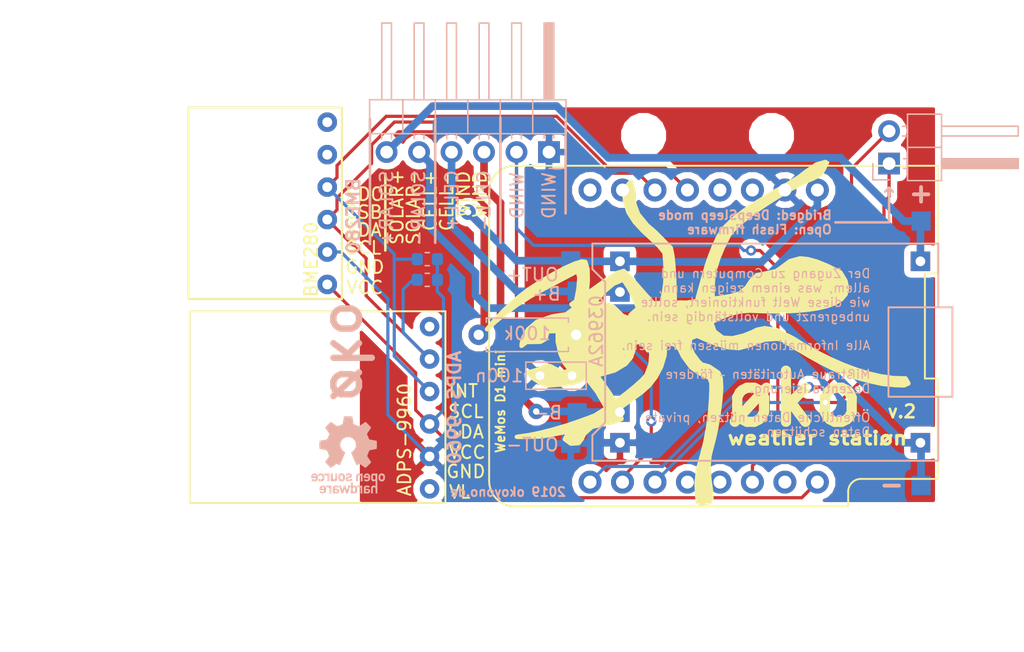
<source format=kicad_pcb>
(kicad_pcb (version 20171130) (host pcbnew 5.0.1)

  (general
    (thickness 1.6)
    (drawings 47)
    (tracks 143)
    (zones 0)
    (modules 21)
    (nets 25)
  )

  (page A4)
  (layers
    (0 F.Cu signal)
    (31 B.Cu signal)
    (32 B.Adhes user)
    (33 F.Adhes user)
    (34 B.Paste user)
    (35 F.Paste user)
    (36 B.SilkS user)
    (37 F.SilkS user)
    (38 B.Mask user)
    (39 F.Mask user)
    (40 Dwgs.User user)
    (41 Cmts.User user)
    (42 Eco1.User user)
    (43 Eco2.User user hide)
    (44 Edge.Cuts user)
    (45 Margin user)
    (46 B.CrtYd user)
    (47 F.CrtYd user)
    (48 B.Fab user hide)
    (49 F.Fab user)
  )

  (setup
    (last_trace_width 0.25)
    (user_trace_width 0.4)
    (user_trace_width 0.5)
    (user_trace_width 0.6)
    (trace_clearance 0.2)
    (zone_clearance 0.508)
    (zone_45_only no)
    (trace_min 0.2)
    (segment_width 0.2)
    (edge_width 0.001)
    (via_size 0.8)
    (via_drill 0.4)
    (via_min_size 0.4)
    (via_min_drill 0.3)
    (uvia_size 0.3)
    (uvia_drill 0.1)
    (uvias_allowed no)
    (uvia_min_size 0.2)
    (uvia_min_drill 0.1)
    (pcb_text_width 0.3)
    (pcb_text_size 1.5 1.5)
    (mod_edge_width 0.15)
    (mod_text_size 1 1)
    (mod_text_width 0.15)
    (pad_size 1.5 1.5)
    (pad_drill 0.6)
    (pad_to_mask_clearance 0)
    (solder_mask_min_width 0.25)
    (aux_axis_origin 128 81.5)
    (visible_elements FFFFFF7F)
    (pcbplotparams
      (layerselection 0x010fc_ffffffff)
      (usegerberextensions true)
      (usegerberattributes false)
      (usegerberadvancedattributes false)
      (creategerberjobfile false)
      (excludeedgelayer false)
      (linewidth 0.100000)
      (plotframeref false)
      (viasonmask false)
      (mode 1)
      (useauxorigin true)
      (hpglpennumber 1)
      (hpglpenspeed 20)
      (hpglpendiameter 15.000000)
      (psnegative false)
      (psa4output false)
      (plotreference true)
      (plotvalue true)
      (plotinvisibletext false)
      (padsonsilk false)
      (subtractmaskfromsilk true)
      (outputformat 1)
      (mirror false)
      (drillshape 0)
      (scaleselection 1)
      (outputdirectory ""))
  )

  (net 0 "")
  (net 1 5V)
  (net 2 GND)
  (net 3 SCL)
  (net 4 SDA)
  (net 5 3V3)
  (net 6 "Net-(U3-Pad6)")
  (net 7 VCC_SOLAR)
  (net 8 GND_SOLAR)
  (net 9 ANEMOMETER)
  (net 10 "Net-(JP1-Pad2)")
  (net 11 "Net-(JP1-Pad1)")
  (net 12 VCC_BAT)
  (net 13 GND_BAT)
  (net 14 "Net-(R1-Pad2)")
  (net 15 "Net-(U2-Pad15)")
  (net 16 "Net-(U2-Pad3)")
  (net 17 "Net-(U2-Pad13)")
  (net 18 "Net-(U2-Pad4)")
  (net 19 "Net-(U2-Pad12)")
  (net 20 "Net-(U2-Pad7)")
  (net 21 "Net-(U2-Pad8)")
  (net 22 "Net-(U3-Pad1)")
  (net 23 "Net-(U4-Pad1)")
  (net 24 "Net-(U4-Pad2)")

  (net_class Default "This is the default net class."
    (clearance 0.2)
    (trace_width 0.25)
    (via_dia 0.8)
    (via_drill 0.4)
    (uvia_dia 0.3)
    (uvia_drill 0.1)
    (add_net 3V3)
    (add_net 5V)
    (add_net ANEMOMETER)
    (add_net GND)
    (add_net GND_BAT)
    (add_net GND_SOLAR)
    (add_net "Net-(JP1-Pad1)")
    (add_net "Net-(JP1-Pad2)")
    (add_net "Net-(R1-Pad2)")
    (add_net "Net-(U2-Pad12)")
    (add_net "Net-(U2-Pad13)")
    (add_net "Net-(U2-Pad15)")
    (add_net "Net-(U2-Pad3)")
    (add_net "Net-(U2-Pad4)")
    (add_net "Net-(U2-Pad7)")
    (add_net "Net-(U2-Pad8)")
    (add_net "Net-(U3-Pad1)")
    (add_net "Net-(U3-Pad6)")
    (add_net "Net-(U4-Pad1)")
    (add_net "Net-(U4-Pad2)")
    (add_net SCL)
    (add_net SDA)
    (add_net VCC_BAT)
    (add_net VCC_SOLAR)
  )

  (module oko:GY-BME280 (layer F.Cu) (tedit 5C50A64F) (tstamp 5C37DABA)
    (at 132.5 98.5 180)
    (path /5C36680F)
    (fp_text reference U4 (at 3.2 17.4 180) (layer F.SilkS) hide
      (effects (font (size 1 1) (thickness 0.15)))
    )
    (fp_text value GY-BME280 (at 9.2 0.4 180) (layer F.Fab) hide
      (effects (font (size 1 1) (thickness 0.15)))
    )
    (fp_text user SDO (at 8.3 10.1 180) (layer F.SilkS) hide
      (effects (font (size 1 1) (thickness 0.15)))
    )
    (fp_text user CSB (at 8.4 7.3 180) (layer F.SilkS) hide
      (effects (font (size 1 1) (thickness 0.15)))
    )
    (fp_text user SDA (at 8.3 5.9 180) (layer F.SilkS) hide
      (effects (font (size 1 1) (thickness 0.15)))
    )
    (fp_text user SCL (at 8.2 4.6 180) (layer F.SilkS) hide
      (effects (font (size 1 1) (thickness 0.15)))
    )
    (fp_text user GND (at 8.1 3.2 180) (layer F.SilkS) hide
      (effects (font (size 1 1) (thickness 0.15)))
    )
    (fp_text user VCC (at 8.5 8.6 180) (layer F.SilkS) hide
      (effects (font (size 1 1) (thickness 0.15)))
    )
    (fp_text user BME280 (at 11.1 6.1 270) (layer F.SilkS) hide
      (effects (font (size 1 1) (thickness 0.15)))
    )
    (fp_line (start 13.4 1.4) (end 13.4 16.4) (layer F.SilkS) (width 0.15))
    (fp_line (start 1.4 16.4) (end 13.4 16.4) (layer F.SilkS) (width 0.15))
    (fp_line (start 1.4 1.4) (end 13.4 1.4) (layer F.SilkS) (width 0.15))
    (fp_line (start 1.4 1.4) (end 1.4 16.4) (layer F.SilkS) (width 0.15))
    (pad 6 thru_hole circle (at 2.54 2.54 180) (size 1.524 1.524) (drill 0.762) (layers *.Cu *.Mask)
      (net 5 3V3))
    (pad 5 thru_hole circle (at 2.54 5.08 180) (size 1.524 1.524) (drill 0.762) (layers *.Cu *.Mask)
      (net 2 GND))
    (pad 4 thru_hole circle (at 2.54 7.62 180) (size 1.524 1.524) (drill 0.762) (layers *.Cu *.Mask)
      (net 3 SCL))
    (pad 3 thru_hole circle (at 2.54 10.16 180) (size 1.524 1.524) (drill 0.762) (layers *.Cu *.Mask)
      (net 4 SDA))
    (pad 2 thru_hole circle (at 2.54 12.7 180) (size 1.524 1.524) (drill 0.762) (layers *.Cu *.Mask)
      (net 24 "Net-(U4-Pad2)"))
    (pad 1 thru_hole circle (at 2.54 15.24 180) (size 1.524 1.524) (drill 0.762) (layers *.Cu *.Mask)
      (net 23 "Net-(U4-Pad1)"))
  )

  (module oko:GY-BME280 (layer F.Cu) (tedit 5C50A5BD) (tstamp 5C37DABA)
    (at 132.5 98.5 180)
    (path /5C36680F)
    (fp_text reference U4 (at 3.2 17.4 180) (layer F.SilkS) hide
      (effects (font (size 1 1) (thickness 0.15)))
    )
    (fp_text value GY-BME280 (at 9.2 0.4 180) (layer F.Fab) hide
      (effects (font (size 1 1) (thickness 0.15)))
    )
    (fp_text user SDO (at -0.4 9.6 180) (layer F.SilkS)
      (effects (font (size 1 1) (thickness 0.15)))
    )
    (fp_text user CSB (at -0.3 8.2 180) (layer F.SilkS)
      (effects (font (size 1 1) (thickness 0.15)))
    )
    (fp_text user SDA (at -0.3 6.8 180) (layer F.SilkS)
      (effects (font (size 1 1) (thickness 0.15)))
    )
    (fp_text user SCL (at -0.3 5.4 180) (layer F.SilkS)
      (effects (font (size 1 1) (thickness 0.15)))
    )
    (fp_text user GND (at -0.4 3.9 180) (layer F.SilkS)
      (effects (font (size 1 1) (thickness 0.15)))
    )
    (fp_text user VCC (at -0.4 2.3 180) (layer F.SilkS)
      (effects (font (size 1 1) (thickness 0.15)))
    )
    (fp_text user BME280 (at 3.8 4.5 270) (layer F.SilkS)
      (effects (font (size 1 1) (thickness 0.15)))
    )
    (fp_line (start 13.4 1.4) (end 13.4 16.4) (layer F.SilkS) (width 0.15))
    (fp_line (start 1.4 16.4) (end 13.4 16.4) (layer F.SilkS) (width 0.15))
    (fp_line (start 1.4 1.4) (end 13.4 1.4) (layer F.SilkS) (width 0.15))
    (fp_line (start 1.4 1.4) (end 1.4 16.4) (layer F.SilkS) (width 0.15))
    (pad 6 thru_hole circle (at 2.54 2.54 180) (size 1.524 1.524) (drill 0.762) (layers *.Cu *.Mask)
      (net 5 3V3))
    (pad 5 thru_hole circle (at 2.54 5.08 180) (size 1.524 1.524) (drill 0.762) (layers *.Cu *.Mask)
      (net 2 GND))
    (pad 4 thru_hole circle (at 2.54 7.62 180) (size 1.524 1.524) (drill 0.762) (layers *.Cu *.Mask)
      (net 3 SCL))
    (pad 3 thru_hole circle (at 2.54 10.16 180) (size 1.524 1.524) (drill 0.762) (layers *.Cu *.Mask)
      (net 4 SDA))
    (pad 2 thru_hole circle (at 2.54 12.7 180) (size 1.524 1.524) (drill 0.762) (layers *.Cu *.Mask)
      (net 24 "Net-(U4-Pad2)"))
    (pad 1 thru_hole circle (at 2.54 15.24 180) (size 1.524 1.524) (drill 0.762) (layers *.Cu *.Mask)
      (net 23 "Net-(U4-Pad1)"))
  )

  (module oko:APDS-9960 (layer F.Cu) (tedit 5C390407) (tstamp 5C37DAA5)
    (at 140.5 114.5 180)
    (path /5C366782)
    (fp_text reference U3 (at 12.7 15.24 180) (layer F.SilkS) hide
      (effects (font (size 1 1) (thickness 0.15)))
    )
    (fp_text value APDS-9900 (at 7.62 17.78 180) (layer F.Fab) hide
      (effects (font (size 1 1) (thickness 0.15)))
    )
    (fp_line (start 1.3 1.44) (end 1.3 16.44) (layer F.SilkS) (width 0.15))
    (fp_line (start 1.3 1.44) (end 21.3 1.44) (layer F.SilkS) (width 0.15))
    (fp_line (start 21.3 1.44) (end 21.3 16.44) (layer F.SilkS) (width 0.15))
    (fp_line (start 21.3 16.44) (end 1.3 16.44) (layer F.SilkS) (width 0.15))
    (fp_text user "VL " (at -0.2 2.3 180) (layer F.SilkS)
      (effects (font (size 1 1) (thickness 0.15)))
    )
    (fp_text user GND (at -0.3 3.9 180) (layer F.SilkS)
      (effects (font (size 1 1) (thickness 0.15)))
    )
    (fp_text user VCC (at -0.4 5.4 180) (layer F.SilkS)
      (effects (font (size 1 1) (thickness 0.15)))
    )
    (fp_text user SDA (at -0.3 7 180) (layer F.SilkS)
      (effects (font (size 1 1) (thickness 0.15)))
    )
    (fp_text user SCL (at -0.3 8.6 180) (layer F.SilkS)
      (effects (font (size 1 1) (thickness 0.15)))
    )
    (fp_text user INT (at -0.1 10.2 180) (layer F.SilkS)
      (effects (font (size 1 1) (thickness 0.15)))
    )
    (fp_text user ADPS-9960 (at 4.5 6.4 270) (layer F.SilkS)
      (effects (font (size 1 1) (thickness 0.15)))
    )
    (pad 1 thru_hole circle (at 2.54 2.54 180) (size 1.524 1.524) (drill 0.762) (layers *.Cu *.Mask)
      (net 22 "Net-(U3-Pad1)"))
    (pad 2 thru_hole circle (at 2.54 5.08 180) (size 1.524 1.524) (drill 0.762) (layers *.Cu *.Mask)
      (net 2 GND))
    (pad 3 thru_hole circle (at 2.54 7.62 180) (size 1.524 1.524) (drill 0.762) (layers *.Cu *.Mask)
      (net 5 3V3))
    (pad 4 thru_hole circle (at 2.54 10.16 180) (size 1.524 1.524) (drill 0.762) (layers *.Cu *.Mask)
      (net 4 SDA))
    (pad 5 thru_hole circle (at 2.54 12.7 180) (size 1.524 1.524) (drill 0.762) (layers *.Cu *.Mask)
      (net 3 SCL))
    (pad 6 thru_hole circle (at 2.54 15.24 180) (size 1.524 1.524) (drill 0.762) (layers *.Cu *.Mask)
      (net 6 "Net-(U3-Pad6)"))
  )

  (module Pin_Headers:Pin_Header_Angled_1x02_Pitch2.54mm (layer B.Cu) (tedit 59650532) (tstamp 5C37DA77)
    (at 173.9 86.5)
    (descr "Through hole angled pin header, 1x02, 2.54mm pitch, 6mm pin length, single row")
    (tags "Through hole angled pin header THT 1x02 2.54mm single row")
    (path /5C3808D5)
    (fp_text reference JP1 (at 4.385 2.27) (layer B.SilkS) hide
      (effects (font (size 1 1) (thickness 0.15)) (justify mirror))
    )
    (fp_text value Jumper (at 4.385 -4.81) (layer B.Fab)
      (effects (font (size 1 1) (thickness 0.15)) (justify mirror))
    )
    (fp_line (start 2.135 1.27) (end 4.04 1.27) (layer B.Fab) (width 0.1))
    (fp_line (start 4.04 1.27) (end 4.04 -3.81) (layer B.Fab) (width 0.1))
    (fp_line (start 4.04 -3.81) (end 1.5 -3.81) (layer B.Fab) (width 0.1))
    (fp_line (start 1.5 -3.81) (end 1.5 0.635) (layer B.Fab) (width 0.1))
    (fp_line (start 1.5 0.635) (end 2.135 1.27) (layer B.Fab) (width 0.1))
    (fp_line (start -0.32 0.32) (end 1.5 0.32) (layer B.Fab) (width 0.1))
    (fp_line (start -0.32 0.32) (end -0.32 -0.32) (layer B.Fab) (width 0.1))
    (fp_line (start -0.32 -0.32) (end 1.5 -0.32) (layer B.Fab) (width 0.1))
    (fp_line (start 4.04 0.32) (end 10.04 0.32) (layer B.Fab) (width 0.1))
    (fp_line (start 10.04 0.32) (end 10.04 -0.32) (layer B.Fab) (width 0.1))
    (fp_line (start 4.04 -0.32) (end 10.04 -0.32) (layer B.Fab) (width 0.1))
    (fp_line (start -0.32 -2.22) (end 1.5 -2.22) (layer B.Fab) (width 0.1))
    (fp_line (start -0.32 -2.22) (end -0.32 -2.86) (layer B.Fab) (width 0.1))
    (fp_line (start -0.32 -2.86) (end 1.5 -2.86) (layer B.Fab) (width 0.1))
    (fp_line (start 4.04 -2.22) (end 10.04 -2.22) (layer B.Fab) (width 0.1))
    (fp_line (start 10.04 -2.22) (end 10.04 -2.86) (layer B.Fab) (width 0.1))
    (fp_line (start 4.04 -2.86) (end 10.04 -2.86) (layer B.Fab) (width 0.1))
    (fp_line (start 1.44 1.33) (end 1.44 -3.87) (layer B.SilkS) (width 0.12))
    (fp_line (start 1.44 -3.87) (end 4.1 -3.87) (layer B.SilkS) (width 0.12))
    (fp_line (start 4.1 -3.87) (end 4.1 1.33) (layer B.SilkS) (width 0.12))
    (fp_line (start 4.1 1.33) (end 1.44 1.33) (layer B.SilkS) (width 0.12))
    (fp_line (start 4.1 0.38) (end 10.1 0.38) (layer B.SilkS) (width 0.12))
    (fp_line (start 10.1 0.38) (end 10.1 -0.38) (layer B.SilkS) (width 0.12))
    (fp_line (start 10.1 -0.38) (end 4.1 -0.38) (layer B.SilkS) (width 0.12))
    (fp_line (start 4.1 0.32) (end 10.1 0.32) (layer B.SilkS) (width 0.12))
    (fp_line (start 4.1 0.2) (end 10.1 0.2) (layer B.SilkS) (width 0.12))
    (fp_line (start 4.1 0.08) (end 10.1 0.08) (layer B.SilkS) (width 0.12))
    (fp_line (start 4.1 -0.04) (end 10.1 -0.04) (layer B.SilkS) (width 0.12))
    (fp_line (start 4.1 -0.16) (end 10.1 -0.16) (layer B.SilkS) (width 0.12))
    (fp_line (start 4.1 -0.28) (end 10.1 -0.28) (layer B.SilkS) (width 0.12))
    (fp_line (start 1.11 0.38) (end 1.44 0.38) (layer B.SilkS) (width 0.12))
    (fp_line (start 1.11 -0.38) (end 1.44 -0.38) (layer B.SilkS) (width 0.12))
    (fp_line (start 1.44 -1.27) (end 4.1 -1.27) (layer B.SilkS) (width 0.12))
    (fp_line (start 4.1 -2.16) (end 10.1 -2.16) (layer B.SilkS) (width 0.12))
    (fp_line (start 10.1 -2.16) (end 10.1 -2.92) (layer B.SilkS) (width 0.12))
    (fp_line (start 10.1 -2.92) (end 4.1 -2.92) (layer B.SilkS) (width 0.12))
    (fp_line (start 1.042929 -2.16) (end 1.44 -2.16) (layer B.SilkS) (width 0.12))
    (fp_line (start 1.042929 -2.92) (end 1.44 -2.92) (layer B.SilkS) (width 0.12))
    (fp_line (start -1.27 0) (end -1.27 1.27) (layer B.SilkS) (width 0.12))
    (fp_line (start -1.27 1.27) (end 0 1.27) (layer B.SilkS) (width 0.12))
    (fp_line (start -1.8 1.8) (end -1.8 -4.35) (layer B.CrtYd) (width 0.05))
    (fp_line (start -1.8 -4.35) (end 10.55 -4.35) (layer B.CrtYd) (width 0.05))
    (fp_line (start 10.55 -4.35) (end 10.55 1.8) (layer B.CrtYd) (width 0.05))
    (fp_line (start 10.55 1.8) (end -1.8 1.8) (layer B.CrtYd) (width 0.05))
    (fp_text user %R (at 2.77 -1.27 -90) (layer B.Fab)
      (effects (font (size 1 1) (thickness 0.15)) (justify mirror))
    )
    (pad 1 thru_hole rect (at 0 0) (size 1.7 1.7) (drill 1) (layers *.Cu *.Mask)
      (net 11 "Net-(JP1-Pad1)"))
    (pad 2 thru_hole oval (at 0 -2.54) (size 1.7 1.7) (drill 1) (layers *.Cu *.Mask)
      (net 10 "Net-(JP1-Pad2)"))
    (model ${KISYS3DMOD}/Pin_Headers.3dshapes/Pin_Header_Angled_1x02_Pitch2.54mm.wrl
      (at (xyz 0 0 0))
      (scale (xyz 1 1 1))
      (rotate (xyz 0 0 0))
    )
  )

  (module Capacitors_ThroughHole:C_Rect_L4.6mm_W2.0mm_P2.50mm_MKS02_FKP02 (layer B.Cu) (tedit 5C3A6D90) (tstamp 5C37BB2B)
    (at 146.6 103.1)
    (descr "C, Rect series, Radial, pin pitch=2.50mm, , length*width=4.6*2mm^2, Capacitor, http://www.wima.de/DE/WIMA_MKS_02.pdf")
    (tags "C Rect series Radial pin pitch 2.50mm  length 4.6mm width 2mm Capacitor")
    (path /5C36B0BF)
    (fp_text reference C1 (at -2.3 0) (layer B.SilkS) hide
      (effects (font (size 1 1) (thickness 0.15)) (justify mirror))
    )
    (fp_text value 100n (at 1.25 -2.31) (layer B.Fab)
      (effects (font (size 1 1) (thickness 0.15)) (justify mirror))
    )
    (fp_text user %R (at 1.25 0) (layer B.Fab)
      (effects (font (size 1 1) (thickness 0.15)) (justify mirror))
    )
    (fp_line (start 3.9 1.35) (end -1.4 1.35) (layer B.CrtYd) (width 0.05))
    (fp_line (start 3.9 -1.35) (end 3.9 1.35) (layer B.CrtYd) (width 0.05))
    (fp_line (start -1.4 -1.35) (end 3.9 -1.35) (layer B.CrtYd) (width 0.05))
    (fp_line (start -1.4 1.35) (end -1.4 -1.35) (layer B.CrtYd) (width 0.05))
    (fp_line (start 3.61 1.06) (end 3.61 -1.06) (layer B.SilkS) (width 0.12))
    (fp_line (start -1.11 1.06) (end -1.11 -1.06) (layer B.SilkS) (width 0.12))
    (fp_line (start -1.11 -1.06) (end 3.61 -1.06) (layer B.SilkS) (width 0.12))
    (fp_line (start -1.11 1.06) (end 3.61 1.06) (layer B.SilkS) (width 0.12))
    (fp_line (start 3.55 1) (end -1.05 1) (layer B.Fab) (width 0.1))
    (fp_line (start 3.55 -1) (end 3.55 1) (layer B.Fab) (width 0.1))
    (fp_line (start -1.05 -1) (end 3.55 -1) (layer B.Fab) (width 0.1))
    (fp_line (start -1.05 1) (end -1.05 -1) (layer B.Fab) (width 0.1))
    (pad 2 thru_hole circle (at 2.5 0) (size 1.4 1.4) (drill 0.7) (layers *.Cu *.Mask)
      (net 9 ANEMOMETER))
    (pad 1 thru_hole circle (at 0 0) (size 1.4 1.4) (drill 0.7) (layers *.Cu *.Mask)
      (net 2 GND))
    (model ${KISYS3DMOD}/Capacitors_THT.3dshapes/C_Rect_L4.6mm_W2.0mm_P2.50mm_MKS02_FKP02.wrl
      (at (xyz 0 0 0))
      (scale (xyz 1 1 1))
      (rotate (xyz 0 0 0))
    )
  )

  (module Pin_Headers:Pin_Header_Angled_1x06_Pitch2.54mm (layer B.Cu) (tedit 5C51593B) (tstamp 5C37DA44)
    (at 147.3 85.6 90)
    (descr "Through hole angled pin header, 1x06, 2.54mm pitch, 6mm pin length, single row")
    (tags "Through hole angled pin header THT 1x06 2.54mm single row")
    (path /5C389FC7)
    (fp_text reference J7 (at 4.385 2.27 90) (layer B.SilkS) hide
      (effects (font (size 1 1) (thickness 0.15)) (justify mirror))
    )
    (fp_text value Conn_01x06 (at 4.385 -14.97 90) (layer B.Fab)
      (effects (font (size 1 1) (thickness 0.15)) (justify mirror))
    )
    (fp_text user %R (at 2.77 -6.35) (layer B.Fab)
      (effects (font (size 1 1) (thickness 0.15)) (justify mirror))
    )
    (fp_line (start 10.55 1.8) (end -1.8 1.8) (layer B.CrtYd) (width 0.05))
    (fp_line (start 10.55 -14.5) (end 10.55 1.8) (layer B.CrtYd) (width 0.05))
    (fp_line (start -1.8 -14.5) (end 10.55 -14.5) (layer B.CrtYd) (width 0.05))
    (fp_line (start -1.8 1.8) (end -1.8 -14.5) (layer B.CrtYd) (width 0.05))
    (fp_line (start -1.27 1.27) (end 0 1.27) (layer B.SilkS) (width 0.12))
    (fp_line (start -1.27 0) (end -1.27 1.27) (layer B.SilkS) (width 0.12))
    (fp_line (start 1.042929 -13.08) (end 1.44 -13.08) (layer B.SilkS) (width 0.12))
    (fp_line (start 1.042929 -12.32) (end 1.44 -12.32) (layer B.SilkS) (width 0.12))
    (fp_line (start 10.1 -13.08) (end 4.1 -13.08) (layer B.SilkS) (width 0.12))
    (fp_line (start 10.1 -12.32) (end 10.1 -13.08) (layer B.SilkS) (width 0.12))
    (fp_line (start 4.1 -12.32) (end 10.1 -12.32) (layer B.SilkS) (width 0.12))
    (fp_line (start 1.44 -11.43) (end 4.1 -11.43) (layer B.SilkS) (width 0.12))
    (fp_line (start 1.042929 -10.54) (end 1.44 -10.54) (layer B.SilkS) (width 0.12))
    (fp_line (start 1.042929 -9.78) (end 1.44 -9.78) (layer B.SilkS) (width 0.12))
    (fp_line (start 10.1 -10.54) (end 4.1 -10.54) (layer B.SilkS) (width 0.12))
    (fp_line (start 10.1 -9.78) (end 10.1 -10.54) (layer B.SilkS) (width 0.12))
    (fp_line (start 4.1 -9.78) (end 10.1 -9.78) (layer B.SilkS) (width 0.12))
    (fp_line (start 1.44 -8.89) (end 4.1 -8.89) (layer B.SilkS) (width 0.12))
    (fp_line (start 1.042929 -8) (end 1.44 -8) (layer B.SilkS) (width 0.12))
    (fp_line (start 1.042929 -7.24) (end 1.44 -7.24) (layer B.SilkS) (width 0.12))
    (fp_line (start 10.1 -8) (end 4.1 -8) (layer B.SilkS) (width 0.12))
    (fp_line (start 10.1 -7.24) (end 10.1 -8) (layer B.SilkS) (width 0.12))
    (fp_line (start 4.1 -7.24) (end 10.1 -7.24) (layer B.SilkS) (width 0.12))
    (fp_line (start 1.44 -6.35) (end 4.1 -6.35) (layer B.SilkS) (width 0.12))
    (fp_line (start 1.042929 -5.46) (end 1.44 -5.46) (layer B.SilkS) (width 0.12))
    (fp_line (start 1.042929 -4.7) (end 1.44 -4.7) (layer B.SilkS) (width 0.12))
    (fp_line (start 10.1 -5.46) (end 4.1 -5.46) (layer B.SilkS) (width 0.12))
    (fp_line (start 10.1 -4.7) (end 10.1 -5.46) (layer B.SilkS) (width 0.12))
    (fp_line (start 4.1 -4.7) (end 10.1 -4.7) (layer B.SilkS) (width 0.12))
    (fp_line (start 1.44 -3.81) (end 4.1 -3.81) (layer B.SilkS) (width 0.12))
    (fp_line (start 1.042929 -2.92) (end 1.44 -2.92) (layer B.SilkS) (width 0.12))
    (fp_line (start 1.042929 -2.16) (end 1.44 -2.16) (layer B.SilkS) (width 0.12))
    (fp_line (start 10.1 -2.92) (end 4.1 -2.92) (layer B.SilkS) (width 0.12))
    (fp_line (start 10.1 -2.16) (end 10.1 -2.92) (layer B.SilkS) (width 0.12))
    (fp_line (start 4.1 -2.16) (end 10.1 -2.16) (layer B.SilkS) (width 0.12))
    (fp_line (start 1.44 -1.27) (end 4.1 -1.27) (layer B.SilkS) (width 0.12))
    (fp_line (start 1.11 -0.38) (end 1.44 -0.38) (layer B.SilkS) (width 0.12))
    (fp_line (start 1.11 0.38) (end 1.44 0.38) (layer B.SilkS) (width 0.12))
    (fp_line (start 4.1 -0.28) (end 10.1 -0.28) (layer B.SilkS) (width 0.12))
    (fp_line (start 4.1 -0.16) (end 10.1 -0.16) (layer B.SilkS) (width 0.12))
    (fp_line (start 4.1 -0.04) (end 10.1 -0.04) (layer B.SilkS) (width 0.12))
    (fp_line (start 4.1 0.08) (end 10.1 0.08) (layer B.SilkS) (width 0.12))
    (fp_line (start 4.1 0.2) (end 10.1 0.2) (layer B.SilkS) (width 0.12))
    (fp_line (start 4.1 0.32) (end 10.1 0.32) (layer B.SilkS) (width 0.12))
    (fp_line (start 10.1 -0.38) (end 4.1 -0.38) (layer B.SilkS) (width 0.12))
    (fp_line (start 10.1 0.38) (end 10.1 -0.38) (layer B.SilkS) (width 0.12))
    (fp_line (start 4.1 0.38) (end 10.1 0.38) (layer B.SilkS) (width 0.12))
    (fp_line (start 4.1 1.33) (end 1.44 1.33) (layer B.SilkS) (width 0.12))
    (fp_line (start 4.1 -14.03) (end 4.1 1.33) (layer B.SilkS) (width 0.12))
    (fp_line (start 1.44 -14.03) (end 4.1 -14.03) (layer B.SilkS) (width 0.12))
    (fp_line (start 1.44 1.33) (end 1.44 -14.03) (layer B.SilkS) (width 0.12))
    (fp_line (start 4.04 -13.02) (end 10.04 -13.02) (layer B.Fab) (width 0.1))
    (fp_line (start 10.04 -12.38) (end 10.04 -13.02) (layer B.Fab) (width 0.1))
    (fp_line (start 4.04 -12.38) (end 10.04 -12.38) (layer B.Fab) (width 0.1))
    (fp_line (start -0.32 -13.02) (end 1.5 -13.02) (layer B.Fab) (width 0.1))
    (fp_line (start -0.32 -12.38) (end -0.32 -13.02) (layer B.Fab) (width 0.1))
    (fp_line (start -0.32 -12.38) (end 1.5 -12.38) (layer B.Fab) (width 0.1))
    (fp_line (start 4.04 -10.48) (end 10.04 -10.48) (layer B.Fab) (width 0.1))
    (fp_line (start 10.04 -9.84) (end 10.04 -10.48) (layer B.Fab) (width 0.1))
    (fp_line (start 4.04 -9.84) (end 10.04 -9.84) (layer B.Fab) (width 0.1))
    (fp_line (start -0.32 -10.48) (end 1.5 -10.48) (layer B.Fab) (width 0.1))
    (fp_line (start -0.32 -9.84) (end -0.32 -10.48) (layer B.Fab) (width 0.1))
    (fp_line (start -0.32 -9.84) (end 1.5 -9.84) (layer B.Fab) (width 0.1))
    (fp_line (start 4.04 -7.94) (end 10.04 -7.94) (layer B.Fab) (width 0.1))
    (fp_line (start 10.04 -7.3) (end 10.04 -7.94) (layer B.Fab) (width 0.1))
    (fp_line (start 4.04 -7.3) (end 10.04 -7.3) (layer B.Fab) (width 0.1))
    (fp_line (start -0.32 -7.94) (end 1.5 -7.94) (layer B.Fab) (width 0.1))
    (fp_line (start -0.32 -7.3) (end -0.32 -7.94) (layer B.Fab) (width 0.1))
    (fp_line (start -0.32 -7.3) (end 1.5 -7.3) (layer B.Fab) (width 0.1))
    (fp_line (start 4.04 -5.4) (end 10.04 -5.4) (layer B.Fab) (width 0.1))
    (fp_line (start 10.04 -4.76) (end 10.04 -5.4) (layer B.Fab) (width 0.1))
    (fp_line (start 4.04 -4.76) (end 10.04 -4.76) (layer B.Fab) (width 0.1))
    (fp_line (start -0.32 -5.4) (end 1.5 -5.4) (layer B.Fab) (width 0.1))
    (fp_line (start -0.32 -4.76) (end -0.32 -5.4) (layer B.Fab) (width 0.1))
    (fp_line (start -0.32 -4.76) (end 1.5 -4.76) (layer B.Fab) (width 0.1))
    (fp_line (start 4.04 -2.86) (end 10.04 -2.86) (layer B.Fab) (width 0.1))
    (fp_line (start 10.04 -2.22) (end 10.04 -2.86) (layer B.Fab) (width 0.1))
    (fp_line (start 4.04 -2.22) (end 10.04 -2.22) (layer B.Fab) (width 0.1))
    (fp_line (start -0.32 -2.86) (end 1.5 -2.86) (layer B.Fab) (width 0.1))
    (fp_line (start -0.32 -2.22) (end -0.32 -2.86) (layer B.Fab) (width 0.1))
    (fp_line (start -0.32 -2.22) (end 1.5 -2.22) (layer B.Fab) (width 0.1))
    (fp_line (start 4.04 -0.32) (end 10.04 -0.32) (layer B.Fab) (width 0.1))
    (fp_line (start 10.04 0.32) (end 10.04 -0.32) (layer B.Fab) (width 0.1))
    (fp_line (start 4.04 0.32) (end 10.04 0.32) (layer B.Fab) (width 0.1))
    (fp_line (start -0.32 -0.32) (end 1.5 -0.32) (layer B.Fab) (width 0.1))
    (fp_line (start -0.32 0.32) (end -0.32 -0.32) (layer B.Fab) (width 0.1))
    (fp_line (start -0.32 0.32) (end 1.5 0.32) (layer B.Fab) (width 0.1))
    (fp_line (start 1.5 0.635) (end 2.135 1.27) (layer B.Fab) (width 0.1))
    (fp_line (start 1.5 -13.97) (end 1.5 0.635) (layer B.Fab) (width 0.1))
    (fp_line (start 4.04 -13.97) (end 1.5 -13.97) (layer B.Fab) (width 0.1))
    (fp_line (start 4.04 1.27) (end 4.04 -13.97) (layer B.Fab) (width 0.1))
    (fp_line (start 2.135 1.27) (end 4.04 1.27) (layer B.Fab) (width 0.1))
    (pad 6 thru_hole oval (at 0 -12.7 90) (size 1.7 1.7) (drill 1) (layers *.Cu *.Mask)
      (net 7 VCC_SOLAR))
    (pad 5 thru_hole oval (at 0 -10.16 90) (size 1.7 1.7) (drill 1) (layers *.Cu *.Mask)
      (net 8 GND_SOLAR))
    (pad 4 thru_hole oval (at 0 -7.62 90) (size 1.7 1.7) (drill 1) (layers *.Cu *.Mask)
      (net 12 VCC_BAT))
    (pad 3 thru_hole oval (at 0 -5.08 90) (size 1.7 1.7) (drill 1) (layers *.Cu *.Mask)
      (net 13 GND_BAT))
    (pad 2 thru_hole oval (at 0 -2.54 90) (size 1.7 1.7) (drill 1) (layers *.Cu *.Mask)
      (net 9 ANEMOMETER))
    (pad 1 thru_hole rect (at 0 0 90) (size 1.7 1.7) (drill 1) (layers *.Cu *.Mask)
      (net 2 GND))
    (model ${KISYS3DMOD}/Pin_Headers.3dshapes/Pin_Header_Angled_1x06_Pitch2.54mm.wrl
      (at (xyz 0 0 0))
      (scale (xyz 1 1 1))
      (rotate (xyz 0 0 0))
    )
  )

  (module oko:03962A (layer B.Cu) (tedit 5C39021A) (tstamp 5C37DA90)
    (at 177.75 92.75 180)
    (path /5C3666E0)
    (fp_text reference U1 (at 2.3 0.8 180) (layer B.SilkS) hide
      (effects (font (size 1 1) (thickness 0.15)) (justify mirror))
    )
    (fp_text value 03962A (at 5.75 -1.05 180) (layer B.Fab)
      (effects (font (size 1 1) (thickness 0.15)) (justify mirror))
    )
    (fp_line (start 27.056963 -17.011121) (end 0.056963 -17.011121) (layer B.SilkS) (width 0.15))
    (fp_line (start 0.056963 -0.011121) (end 27.056963 -0.011121) (layer B.SilkS) (width 0.15))
    (fp_line (start 27.056963 -0.011121) (end 27.056963 -2.011121) (layer B.SilkS) (width 0.15))
    (fp_line (start 27.056963 -2.011121) (end 26.056963 -3.011121) (layer B.SilkS) (width 0.15))
    (fp_line (start 26.056963 -3.011121) (end 26.056963 -14.011121) (layer B.SilkS) (width 0.15))
    (fp_line (start 26.056963 -14.011121) (end 27.056963 -15.011121) (layer B.SilkS) (width 0.15))
    (fp_line (start 27.056963 -15.011121) (end 27.056963 -17.011121) (layer B.SilkS) (width 0.15))
    (fp_line (start -1.1 -6) (end -1.1 -12) (layer B.SilkS) (width 0.15))
    (fp_line (start -1.1 -12) (end 3.9 -12) (layer B.SilkS) (width 0.15))
    (fp_line (start 3.9 -12) (end 3.9 -5) (layer B.SilkS) (width 0.15))
    (fp_line (start 3.9 -5) (end -1.1 -5) (layer B.SilkS) (width 0.15))
    (fp_line (start -1.1 -5) (end -1.1 -6) (layer B.SilkS) (width 0.15))
    (fp_line (start 0 0) (end 0 -5) (layer B.SilkS) (width 0.15))
    (fp_line (start 0 -12) (end 0 -17) (layer B.SilkS) (width 0.15))
    (fp_text user 03962A (at 26.75 -6.85 270) (layer B.SilkS)
      (effects (font (size 1 1) (thickness 0.15)) (justify mirror))
    )
    (pad 1 thru_hole rect (at 1.4 -1.4 180) (size 1.524 1.524) (drill 0.762) (layers *.Cu *.Mask)
      (net 7 VCC_SOLAR))
    (pad 2 thru_hole rect (at 24.9 -1.4 180) (size 1.524 1.524) (drill 0.762) (layers *.Cu *.Mask)
      (net 1 5V))
    (pad 3 thru_hole rect (at 24.9 -3.8 180) (size 1.524 1.524) (drill 0.762) (layers *.Cu *.Mask)
      (net 12 VCC_BAT))
    (pad 4 thru_hole rect (at 24.9 -13.2 180) (size 1.524 1.524) (drill 0.762) (layers *.Cu *.Mask)
      (net 13 GND_BAT))
    (pad 5 thru_hole rect (at 24.9 -15.6 180) (size 1.524 1.524) (drill 0.762) (layers *.Cu *.Mask)
      (net 2 GND))
    (pad 6 thru_hole rect (at 1.4 -15.6 180) (size 1.524 1.524) (drill 0.762) (layers *.Cu *.Mask)
      (net 8 GND_SOLAR))
  )

  (module oko:wemos-d1-mini-connectors-only (layer F.Cu) (tedit 5C3934BE) (tstamp 5C38D9A2)
    (at 159.4 100 180)
    (path /5C36643E)
    (fp_text reference U2 (at -19.3 0 270) (layer F.SilkS) hide
      (effects (font (size 1 1) (thickness 0.15)))
    )
    (fp_text value "WeMos D1 mini" (at 15.9 -5.1 90) (layer F.SilkS)
      (effects (font (size 0.7 0.7) (thickness 0.15)))
    )
    (fp_line (start -18.3 13.33) (end 14.78 13.33) (layer F.SilkS) (width 0.15))
    (fp_line (start 16.78 11.33) (end 16.78 -11.33) (layer F.SilkS) (width 0.15))
    (fp_line (start 14.78 -13.33) (end -11.3 -13.33) (layer F.SilkS) (width 0.15))
    (fp_line (start -18.3 -11.18) (end -18.3 -3.32) (layer F.SilkS) (width 0.15))
    (fp_line (start -18.3 -3.32) (end -17.3 -3.32) (layer F.SilkS) (width 0.15))
    (fp_line (start -17.3 -3.32) (end -17.3 4.9) (layer F.SilkS) (width 0.15))
    (fp_line (start -17.3 4.9) (end -18.3 4.9) (layer F.SilkS) (width 0.15))
    (fp_line (start -18.3 4.9) (end -18.3 13.329999) (layer F.SilkS) (width 0.15))
    (fp_line (start -11.48 -13.5) (end 14.85 -13.5) (layer F.CrtYd) (width 0.05))
    (fp_line (start 16.94 -11.5) (end 16.94 11.5) (layer F.CrtYd) (width 0.05))
    (fp_line (start 14.94 13.5) (end -18.46 13.5) (layer F.CrtYd) (width 0.05))
    (fp_line (start -18.46 13.5) (end -18.46 -11.33) (layer F.CrtYd) (width 0.05))
    (fp_arc (start 14.78 -11.33) (end 14.78 -13.33) (angle 90) (layer F.SilkS) (width 0.15))
    (fp_arc (start 14.78 11.33) (end 16.78 11.33) (angle 90) (layer F.SilkS) (width 0.15))
    (fp_arc (start 14.94 11.5) (end 16.94 11.5) (angle 90) (layer F.CrtYd) (width 0.05))
    (fp_arc (start 14.94 -11.5) (end 14.85 -13.5) (angle 92.57657183) (layer F.CrtYd) (width 0.05))
    (fp_line (start -18.3 -11.18) (end -12.3 -11.18) (layer F.SilkS) (width 0.15))
    (fp_arc (start -12.3 -12.18) (end -11.3 -12.18) (angle 90) (layer F.SilkS) (width 0.15))
    (fp_line (start -11.3 -12.17) (end -11.3 -13.33) (layer F.SilkS) (width 0.15))
    (fp_line (start -11.3 -13.33) (end -11.3 -13.33) (layer F.SilkS) (width 0.15))
    (fp_line (start -11.48 -13.5) (end -11.48 -12.33) (layer F.CrtYd) (width 0.05))
    (fp_line (start -18.46 -11.33) (end -12.48 -11.33) (layer F.CrtYd) (width 0.05))
    (fp_arc (start -12.48 -12.33) (end -11.48 -12.33) (angle 90) (layer F.CrtYd) (width 0.05))
    (pad 16 thru_hole circle (at -8.89 -11.43 180) (size 1.8 1.8) (drill 1.016) (layers *.Cu *.Mask)
      (net 5 3V3))
    (pad 1 thru_hole circle (at -8.89 11.43 180) (size 1.8 1.8) (drill 1.016) (layers *.Cu *.Mask)
      (net 1 5V))
    (pad 15 thru_hole circle (at -6.35 -11.43 180) (size 1.8 1.8) (drill 1.016) (layers *.Cu *.Mask)
      (net 15 "Net-(U2-Pad15)"))
    (pad 2 thru_hole circle (at -6.35 11.43 180) (size 1.8 1.8) (drill 1.016) (layers *.Cu *.Mask)
      (net 2 GND))
    (pad 14 thru_hole circle (at -3.81 -11.43 180) (size 1.8 1.8) (drill 1.016) (layers *.Cu *.Mask)
      (net 9 ANEMOMETER))
    (pad 3 thru_hole circle (at -3.81 11.43 180) (size 1.8 1.8) (drill 1.016) (layers *.Cu *.Mask)
      (net 16 "Net-(U2-Pad3)"))
    (pad 13 thru_hole circle (at -1.27 -11.43 180) (size 1.8 1.8) (drill 1.016) (layers *.Cu *.Mask)
      (net 17 "Net-(U2-Pad13)"))
    (pad 4 thru_hole circle (at -1.27 11.43 180) (size 1.8 1.8) (drill 1.016) (layers *.Cu *.Mask)
      (net 18 "Net-(U2-Pad4)"))
    (pad 12 thru_hole circle (at 1.27 -11.43 180) (size 1.8 1.8) (drill 1.016) (layers *.Cu *.Mask)
      (net 19 "Net-(U2-Pad12)"))
    (pad 5 thru_hole circle (at 1.27 11.43 180) (size 1.8 1.8) (drill 1.016) (layers *.Cu *.Mask)
      (net 4 SDA))
    (pad 11 thru_hole circle (at 3.81 -11.43 180) (size 1.8 1.8) (drill 1.016) (layers *.Cu *.Mask)
      (net 11 "Net-(JP1-Pad1)"))
    (pad 6 thru_hole circle (at 3.81 11.43 180) (size 1.8 1.8) (drill 1.016) (layers *.Cu *.Mask)
      (net 3 SCL))
    (pad 10 thru_hole circle (at 6.35 -11.43 180) (size 1.8 1.8) (drill 1.016) (layers *.Cu *.Mask)
      (net 14 "Net-(R1-Pad2)"))
    (pad 7 thru_hole circle (at 6.35 11.43 180) (size 1.8 1.8) (drill 1.016) (layers *.Cu *.Mask)
      (net 20 "Net-(U2-Pad7)"))
    (pad 9 thru_hole circle (at 8.89 -11.43 180) (size 1.8 1.8) (drill 1.016) (layers *.Cu *.Mask)
      (net 10 "Net-(JP1-Pad2)"))
    (pad 8 thru_hole circle (at 8.89 11.43 180) (size 1.8 1.8) (drill 1.016) (layers *.Cu *.Mask)
      (net 21 "Net-(U2-Pad8)"))
    (model ${KIPRJMOD}/3dshapes/wemos_d1_mini.3dshapes/SLW-108-01-G-S.wrl
      (offset (xyz 0 -11.39999982878918 0))
      (scale (xyz 0.3937 0.3937 0.3937))
      (rotate (xyz -90 0 0))
    )
    (model ${KIPRJMOD}/3dshapes/wemos_d1_mini.3dshapes/SLW-108-01-G-S.wrl
      (offset (xyz 0 11.39999982878918 0))
      (scale (xyz 0.3937 0.3937 0.3937))
      (rotate (xyz -90 0 0))
    )
    (model ${KIPRJMOD}/3dshapes/wemos_d1_mini.3dshapes/TSW-108-05-G-S.wrl
      (offset (xyz 0 -11.39999982878918 7.299999890364999))
      (scale (xyz 0.3937 0.3937 0.3937))
      (rotate (xyz 90 0 0))
    )
    (model ${KIPRJMOD}/3dshapes/wemos_d1_mini.3dshapes/TSW-108-05-G-S.wrl
      (offset (xyz 0 11.39999982878918 7.299999890364999))
      (scale (xyz 0.3937 0.3937 0.3937))
      (rotate (xyz 90 0 0))
    )
  )

  (module Measurement_Points:Measurement_Point_Square-SMD-Pad_Small (layer B.Cu) (tedit 5C39021E) (tstamp 5C38D889)
    (at 176.4 91)
    (descr "Mesurement Point, Square, SMD Pad,  1.5mm x 1.5mm,")
    (tags "Mesurement Point Square SMD Pad 1.5x1.5mm")
    (path /5C38D2CB)
    (attr virtual)
    (fp_text reference J1 (at 0 2) (layer B.SilkS) hide
      (effects (font (size 1 1) (thickness 0.15)) (justify mirror))
    )
    (fp_text value VCC_SOLAR (at 0 -2) (layer B.Fab)
      (effects (font (size 1 1) (thickness 0.15)) (justify mirror))
    )
    (fp_line (start -1 -1) (end -1 1) (layer B.CrtYd) (width 0.05))
    (fp_line (start 1 -1) (end -1 -1) (layer B.CrtYd) (width 0.05))
    (fp_line (start 1 1) (end 1 -1) (layer B.CrtYd) (width 0.05))
    (fp_line (start -1 1) (end 1 1) (layer B.CrtYd) (width 0.05))
    (pad 1 smd rect (at 0 0) (size 1.5 1.5) (layers B.Cu B.Mask)
      (net 7 VCC_SOLAR))
  )

  (module Measurement_Points:Measurement_Point_Square-SMD-Pad_Small (layer B.Cu) (tedit 5C3901F5) (tstamp 5C38D892)
    (at 176.4 111.7)
    (descr "Mesurement Point, Square, SMD Pad,  1.5mm x 1.5mm,")
    (tags "Mesurement Point Square SMD Pad 1.5x1.5mm")
    (path /5C38D8BF)
    (attr virtual)
    (fp_text reference J2 (at 0 2) (layer B.SilkS) hide
      (effects (font (size 1 1) (thickness 0.15)) (justify mirror))
    )
    (fp_text value GND_SOLAR (at 7.5 -1.4) (layer B.Fab)
      (effects (font (size 1 1) (thickness 0.15)) (justify mirror))
    )
    (fp_line (start -1 1) (end 1 1) (layer B.CrtYd) (width 0.05))
    (fp_line (start 1 1) (end 1 -1) (layer B.CrtYd) (width 0.05))
    (fp_line (start 1 -1) (end -1 -1) (layer B.CrtYd) (width 0.05))
    (fp_line (start -1 -1) (end -1 1) (layer B.CrtYd) (width 0.05))
    (pad 1 smd rect (at 0 0) (size 1.5 1.5) (layers B.Cu B.Mask)
      (net 8 GND_SOLAR))
  )

  (module Measurement_Points:Measurement_Point_Square-SMD-Pad_Small (layer B.Cu) (tedit 5C3A6CE4) (tstamp 5C38D89B)
    (at 149.5 96.5)
    (descr "Mesurement Point, Square, SMD Pad,  1.5mm x 1.5mm,")
    (tags "Mesurement Point Square SMD Pad 1.5x1.5mm")
    (path /5C38D924)
    (attr virtual)
    (fp_text reference J3 (at -2.2 0) (layer B.SilkS) hide
      (effects (font (size 1 1) (thickness 0.15)) (justify mirror))
    )
    (fp_text value VCC_BAT (at 0 -2) (layer B.Fab)
      (effects (font (size 1 1) (thickness 0.15)) (justify mirror))
    )
    (fp_line (start -1 -1) (end -1 1) (layer B.CrtYd) (width 0.05))
    (fp_line (start 1 -1) (end -1 -1) (layer B.CrtYd) (width 0.05))
    (fp_line (start 1 1) (end 1 -1) (layer B.CrtYd) (width 0.05))
    (fp_line (start -1 1) (end 1 1) (layer B.CrtYd) (width 0.05))
    (pad 1 smd rect (at 0 0) (size 1.5 1.5) (layers B.Cu B.Mask)
      (net 12 VCC_BAT))
  )

  (module Measurement_Points:Measurement_Point_Square-SMD-Pad_Small (layer B.Cu) (tedit 5C3A6CFC) (tstamp 5C38D8A4)
    (at 149.5 106)
    (descr "Mesurement Point, Square, SMD Pad,  1.5mm x 1.5mm,")
    (tags "Mesurement Point Square SMD Pad 1.5x1.5mm")
    (path /5C38D96A)
    (attr virtual)
    (fp_text reference J4 (at -2.4 0) (layer B.SilkS) hide
      (effects (font (size 1 1) (thickness 0.15)) (justify mirror))
    )
    (fp_text value GND_BAT (at 0 -2) (layer B.Fab)
      (effects (font (size 1 1) (thickness 0.15)) (justify mirror))
    )
    (fp_line (start -1 1) (end 1 1) (layer B.CrtYd) (width 0.05))
    (fp_line (start 1 1) (end 1 -1) (layer B.CrtYd) (width 0.05))
    (fp_line (start 1 -1) (end -1 -1) (layer B.CrtYd) (width 0.05))
    (fp_line (start -1 -1) (end -1 1) (layer B.CrtYd) (width 0.05))
    (pad 1 smd rect (at 0 0) (size 1.5 1.5) (layers B.Cu B.Mask)
      (net 13 GND_BAT))
  )

  (module Measurement_Points:Measurement_Point_Square-SMD-Pad_Small (layer B.Cu) (tedit 5C3A6CE1) (tstamp 5C38D8AD)
    (at 149 94.1)
    (descr "Mesurement Point, Square, SMD Pad,  1.5mm x 1.5mm,")
    (tags "Mesurement Point Square SMD Pad 1.5x1.5mm")
    (path /5C38D9A1)
    (attr virtual)
    (fp_text reference J5 (at -3 1) (layer B.SilkS) hide
      (effects (font (size 1 1) (thickness 0.15)) (justify mirror))
    )
    (fp_text value 5V (at 0 -2) (layer B.Fab)
      (effects (font (size 1 1) (thickness 0.15)) (justify mirror))
    )
    (fp_line (start -1 -1) (end -1 1) (layer B.CrtYd) (width 0.05))
    (fp_line (start 1 -1) (end -1 -1) (layer B.CrtYd) (width 0.05))
    (fp_line (start 1 1) (end 1 -1) (layer B.CrtYd) (width 0.05))
    (fp_line (start -1 1) (end 1 1) (layer B.CrtYd) (width 0.05))
    (pad 1 smd rect (at 0 0) (size 1.5 1.5) (layers B.Cu B.Mask)
      (net 1 5V))
  )

  (module Measurement_Points:Measurement_Point_Square-SMD-Pad_Small (layer B.Cu) (tedit 5C3A6D03) (tstamp 5C38D8B6)
    (at 149 108.4)
    (descr "Mesurement Point, Square, SMD Pad,  1.5mm x 1.5mm,")
    (tags "Mesurement Point Square SMD Pad 1.5x1.5mm")
    (path /5C38DB5F)
    (attr virtual)
    (fp_text reference J6 (at -3.1 0.1) (layer B.SilkS) hide
      (effects (font (size 1 1) (thickness 0.15)) (justify mirror))
    )
    (fp_text value GND (at 0 -2) (layer B.Fab)
      (effects (font (size 1 1) (thickness 0.15)) (justify mirror))
    )
    (fp_line (start -1 1) (end 1 1) (layer B.CrtYd) (width 0.05))
    (fp_line (start 1 1) (end 1 -1) (layer B.CrtYd) (width 0.05))
    (fp_line (start 1 -1) (end -1 -1) (layer B.CrtYd) (width 0.05))
    (fp_line (start -1 -1) (end -1 1) (layer B.CrtYd) (width 0.05))
    (pad 1 smd rect (at 0 0) (size 1.5 1.5) (layers B.Cu B.Mask)
      (net 2 GND))
  )

  (module ant:ant (layer F.Cu) (tedit 5C3908AA) (tstamp 5C3960ED)
    (at 159.2 99.8)
    (descr "Imported from ant.svg")
    (tags svg2mod)
    (attr smd)
    (fp_text reference svg2mod (at 0 -16.47926) (layer F.SilkS) hide
      (effects (font (size 1.524 1.524) (thickness 0.3048)))
    )
    (fp_text value G*** (at 0 16.47926) (layer F.SilkS) hide
      (effects (font (size 1.524 1.524) (thickness 0.3048)))
    )
    (fp_poly (pts (xy 9.722176 -13.430868) (xy 9.013269 -13.233159) (xy 8.078872 -12.581828) (xy 7.656871 -12.249442)
      (xy 7.000661 -11.837849) (xy 6.175762 -11.35736) (xy 5.247695 -10.818284) (xy 4.281981 -10.230933)
      (xy 3.34414 -9.605615) (xy 2.499693 -8.952641) (xy 1.814161 -8.282321) (xy 1.353064 -7.604965)
      (xy 0.978555 -6.785137) (xy 0.686542 -6.048574) (xy 0.443437 -5.326439) (xy 0.215651 -4.549897)
      (xy -0.030405 -3.650112) (xy -0.32832 -2.558249) (xy -5.515097 -1.465832) (xy -5.634889 -1.180442)
      (xy -6.155269 -1.391724) (xy -6.858126 -2.086419) (xy -7.637667 -2.341034) (xy -8.397204 -2.362056)
      (xy -8.089313 -2.725043) (xy -7.523293 -3.329741) (xy -6.843526 -3.902506) (xy -6.194395 -4.16969)
      (xy -6.045715 -4.15404) (xy -5.671569 -3.579635) (xy -5.298614 -2.866928) (xy -4.934528 -1.982531)
      (xy -5.515097 -1.465832) (xy -0.32832 -2.558249) (xy -4.973655 0.658493) (xy -4.578479 0.752396)
      (xy -4.159921 1.314501) (xy -3.913333 1.253212) (xy -3.896067 1.607991) (xy -3.962271 2.408809)
      (xy -4.288946 3.260391) (xy -4.636152 3.645148) (xy -5.209552 4.158219) (xy -5.933996 4.743734)
      (xy -6.734337 5.345822) (xy -7.182773 4.634602) (xy -7.676265 3.923319) (xy -8.158534 3.287779)
      (xy -6.765864 2.890156) (xy -5.913305 2.381195) (xy -5.472916 1.842785) (xy -5.316755 1.356817)
      (xy -5.316882 1.005184) (xy -5.345355 0.869775) (xy -4.973655 0.658493) (xy -0.32832 -2.558249)
      (xy -1.121335 -2.414711) (xy -1.65586 -2.429032) (xy -2.052438 -2.391358) (xy -2.074026 -3.230892)
      (xy -2.104448 -4.191108) (xy -2.155227 -5.161753) (xy -2.237881 -6.032575) (xy -2.363932 -6.693323)
      (xy -3.075061 -7.421074) (xy -3.610929 -7.956757) (xy -4.218518 -8.481394) (xy -4.925312 -9.341115)
      (xy -5.215108 -10.121126) (xy -5.271015 -10.461184) (xy -5.247521 -10.936886) (xy -5.497947 -11.897119)
      (xy -6.030656 -11.291682) (xy -5.955725 -10.355543) (xy -5.692638 -9.489112) (xy -5.202427 -8.728631)
      (xy -4.580008 -8.053065) (xy -3.920296 -7.441383) (xy -3.318209 -6.872551) (xy -2.868661 -6.325536)
      (xy -2.805278 -5.574902) (xy -2.777344 -4.784992) (xy -2.804967 -3.977571) (xy -2.90826 -3.174405)
      (xy -3.107331 -2.397257) (xy -3.721614 -2.346393) (xy -4.376761 -3.073463) (xy -5.087282 -3.883393)
      (xy -5.697951 -4.56356) (xy -6.05354 -4.901339) (xy -6.56685 -4.74275) (xy -7.430915 -4.200304)
      (xy -8.331107 -3.553532) (xy -8.952797 -3.081967) (xy -8.865389 -4.117298) (xy -8.878887 -5.030323)
      (xy -9.054526 -5.609525) (xy -9.330712 -5.642097) (xy -9.881984 -5.472971) (xy -10.64317 -5.134487)
      (xy -11.549096 -4.658984) (xy -12.534592 -4.078802) (xy -13.534485 -3.426278) (xy -14.551277 -2.63512)
      (xy -15.433259 -1.809846) (xy -16.128072 -1.071053) (xy -16.583356 -0.539339) (xy -16.746752 -0.335302)
      (xy -16.560128 -0.507497) (xy -16.051188 -0.954868) (xy -15.296336 -1.573593) (xy -14.371973 -2.259848)
      (xy -13.354504 -2.909811) (xy -12.309629 -3.492526) (xy -11.34152 -4.008164) (xy -10.52728 -4.432381)
      (xy -9.944009 -4.74083) (xy -9.668808 -4.909164) (xy -9.527359 -4.382748) (xy -9.594282 -3.522784)
      (xy -9.782274 -2.538111) (xy -10.143084 -2.288954) (xy -9.930954 -2.08816) (xy -9.891828 -2.072509)
      (xy -9.915304 -1.978605) (xy -10.560887 -1.497353) (xy -11.028345 -1.438072) (xy -11.664249 -1.333023)
      (xy -12.823832 -0.929808) (xy -13.529655 -0.338759) (xy -13.894357 0.280745) (xy -14.030576 0.769325)
      (xy -14.050952 0.967603) (xy -13.653409 0.670118) (xy -12.568066 0.650681) (xy -12.174604 0.425158)
      (xy -12.016385 -0.163146) (xy -11.222121 -0.202273) (xy -11.218215 0.642855) (xy -11.002031 1.598729)
      (xy -10.68051 2.317774) (xy -10.267447 2.826101) (xy -10.638795 3.033756) (xy -11.077361 2.935655)
      (xy -11.760669 2.565859) (xy -12.067256 2.497441) (xy -12.591646 2.766637) (xy -13.530579 3.049122)
      (xy -13.137571 3.497223) (xy -12.53247 3.898689) (xy -11.981178 4.066404) (xy -10.831498 3.984863)
      (xy -9.978089 3.832478) (xy -9.378912 3.643486) (xy -8.99193 3.452122) (xy -8.135065 4.567221)
      (xy -7.403397 5.823175) (xy -7.891333 6.145761) (xy -8.334602 6.417895) (xy -9.002784 6.670507)
      (xy -9.768128 6.944804) (xy -10.592189 7.219983) (xy -11.617928 7.523549) (xy -12.601306 7.771443)
      (xy -13.469269 7.949998) (xy -14.148768 8.045548) (xy -14.419248 8.085965) (xy -14.060445 8.093774)
      (xy -13.399333 8.082547) (xy -12.762885 8.065858) (xy -12.478075 8.057279) (xy -12.183916 8.004387)
      (xy -11.415024 7.863678) (xy -10.34178 7.662104) (xy -10.663774 8.277565) (xy -10.193101 8.620698)
      (xy -9.58665 8.579926) (xy -9.361667 8.294612) (xy -9.136685 7.842702) (xy -8.530234 7.302142)
      (xy -7.440049 7.062245) (xy -6.616923 6.848544) (xy -6.221783 6.683947) (xy -6.436978 5.88577)
      (xy -5.545901 5.246402) (xy -4.891556 4.769867) (xy -4.637169 4.582866) (xy -4.07787 4.082568)
      (xy -3.555131 3.411752) (xy -3.12854 2.607646) (xy -2.857682 1.707482) (xy -2.802147 0.74849)
      (xy -2.101786 0.83848) (xy -1.688925 1.216003) (xy -1.413163 1.793161) (xy -0.783592 2.649953)
      (xy -0.189714 3.076126) (xy 0.310832 3.283228) (xy 0.66041 3.482809) (xy 0.801384 3.886418)
      (xy 0.801156 4.3937) (xy 0.769916 5.180743) (xy 0.692787 6.166729) (xy 0.554888 7.270841)
      (xy 0.331159 8.464012) (xy 0.08465 9.463531) (xy -0.127261 10.201072) (xy -0.247201 10.608313)
      (xy -0.363592 11.745402) (xy -0.305396 12.759733) (xy -0.247201 13.198473) (xy 0.017253 13.285768)
      (xy 0.652704 13.198473) (xy 0.811928 12.887546) (xy 0.774217 12.289) (xy 0.656894 11.485173)
      (xy 0.577282 10.558403) (xy 0.652704 9.59103) (xy 0.795096 9.015451) (xy 0.990652 8.275784)
      (xy 1.180909 7.407783) (xy 1.364849 6.307643) (xy 1.505847 5.213554) (xy 1.572091 4.236017)
      (xy 1.531767 3.48553) (xy 1.353064 3.072591) (xy 0.647697 2.594157) (xy 0.28716 2.480838)
      (xy 0.074182 2.445266) (xy -0.188511 2.200075) (xy -0.626484 1.616275) (xy -0.902015 1.027289)
      (xy -0.870748 0.393579) (xy -0.334169 0.177743) (xy 0.376585 0.484813) (xy 1.209481 0.814594)
      (xy 2.088524 1.06787) (xy 2.937722 1.145422) (xy 3.681078 0.948034) (xy 4.960424 0.483979)
      (xy 5.903627 0.414734) (xy 6.271239 0.455043) (xy 7.452724 1.176592) (xy 8.478769 1.779898)
      (xy 9.383587 2.279874) (xy 10.201389 2.691438) (xy 10.966387 3.029504) (xy 11.712793 3.308988)
      (xy 12.474818 3.544807) (xy 13.286674 3.751874) (xy 14.182573 3.945107) (xy 15.223839 4.043316)
      (xy 15.872828 4.062486) (xy 16.215222 3.906674) (xy 15.990207 3.510805) (xy 15.047193 3.485576)
      (xy 14.078574 3.351251) (xy 13.099045 3.12463) (xy 12.123299 2.82251) (xy 11.16603 2.461691)
      (xy 10.241933 2.058971) (xy 9.365702 1.631149) (xy 8.55203 1.195022) (xy 7.815613 0.767391)
      (xy 7.171143 0.365052) (xy 5.889508 -0.276471) (xy 4.970733 -0.424246) (xy 4.352031 -0.293773)
      (xy 3.970613 -0.10055) (xy 3.342884 0.152915) (xy 2.462539 0.365912) (xy 1.699019 0.328399)
      (xy 1.046067 -0.164068) (xy 0.785937 -0.874769) (xy 1.461573 -1.235088) (xy 2.243224 -1.530896)
      (xy 3.041536 -1.726671) (xy 3.767156 -1.786893) (xy 4.064384 -1.774745) (xy 4.537229 -1.755665)
      (xy 5.151035 -1.73824) (xy 5.871141 -1.731057) (xy 6.662891 -1.742704) (xy 7.491626 -1.781767)
      (xy 8.322688 -1.856835) (xy 9.121418 -1.976492) (xy 9.853159 -2.149329) (xy 10.483253 -2.38393)
      (xy 10.97704 -2.688884) (xy 11.299863 -3.072777) (xy 11.417063 -3.544197) (xy 11.293984 -4.111731)
      (xy 10.895965 -4.783966) (xy 9.875565 -5.296398) (xy 9.038685 -5.633785) (xy 8.360635 -5.820147)
      (xy 7.816727 -5.879502) (xy 7.691522 -5.875596) (xy 6.93934 -5.665623) (xy 6.402988 -5.265838)
      (xy 5.872166 -4.883354) (xy 5.136576 -4.725284) (xy 4.352183 -4.558981) (xy 3.911148 -4.124152)
      (xy 3.556578 -3.596671) (xy 3.031582 -3.152407) (xy 2.413883 -2.956301) (xy 1.624691 -2.812993)
      (xy 0.907069 -2.721157) (xy 0.885692 -3.527729) (xy 0.942691 -4.296523) (xy 1.090363 -5.064656)
      (xy 1.341004 -5.869249) (xy 1.706913 -6.74742) (xy 2.200386 -7.736288) (xy 2.652686 -8.25581)
      (xy 3.306038 -8.835488) (xy 4.102272 -9.445507) (xy 4.983218 -10.056054) (xy 5.890709 -10.637314)
      (xy 6.766574 -11.159472) (xy 7.552645 -11.592716) (xy 8.190753 -11.907229) (xy 8.622728 -12.073199)
      (xy 9.274892 -12.393223) (xy 9.576685 -12.834045) (xy 9.83173 -13.352628) (xy 9.722176 -13.430881)
      (xy 9.722176 -13.430868)) (layer F.SilkS) (width 0.338389))
  )

  (module Resistors_SMD:R_0603_1608Metric (layer B.Cu) (tedit 5C4D95C9) (tstamp 5C4D9413)
    (at 137.782986 93.98 180)
    (descr "Resistor SMD 0603 (1608 Metric), square (rectangular) end terminal, IPC_7351 nominal, (Body size source: http://www.tortai-tech.com/upload/download/2011102023233369053.pdf), generated with kicad-footprint-generator")
    (tags resistor)
    (path /5C4D91C5)
    (attr smd)
    (fp_text reference R2 (at 0 1.43 180) (layer B.SilkS) hide
      (effects (font (size 1 1) (thickness 0.15)) (justify mirror))
    )
    (fp_text value 4k7 (at 0 -1.43 180) (layer B.Fab)
      (effects (font (size 1 1) (thickness 0.15)) (justify mirror))
    )
    (fp_line (start -0.8 -0.4) (end -0.8 0.4) (layer B.Fab) (width 0.1))
    (fp_line (start -0.8 0.4) (end 0.8 0.4) (layer B.Fab) (width 0.1))
    (fp_line (start 0.8 0.4) (end 0.8 -0.4) (layer B.Fab) (width 0.1))
    (fp_line (start 0.8 -0.4) (end -0.8 -0.4) (layer B.Fab) (width 0.1))
    (fp_line (start -0.162779 0.51) (end 0.162779 0.51) (layer B.SilkS) (width 0.12))
    (fp_line (start -0.162779 -0.51) (end 0.162779 -0.51) (layer B.SilkS) (width 0.12))
    (fp_line (start -1.48 -0.73) (end -1.48 0.73) (layer B.CrtYd) (width 0.05))
    (fp_line (start -1.48 0.73) (end 1.48 0.73) (layer B.CrtYd) (width 0.05))
    (fp_line (start 1.48 0.73) (end 1.48 -0.73) (layer B.CrtYd) (width 0.05))
    (fp_line (start 1.48 -0.73) (end -1.48 -0.73) (layer B.CrtYd) (width 0.05))
    (fp_text user %R (at 0 0 180) (layer B.Fab)
      (effects (font (size 0.4 0.4) (thickness 0.06)) (justify mirror))
    )
    (pad 1 smd roundrect (at -0.7875 0 180) (size 0.875 0.95) (layers B.Cu B.Paste B.Mask) (roundrect_rratio 0.25)
      (net 5 3V3))
    (pad 2 smd roundrect (at 0.7875 0 180) (size 0.875 0.95) (layers B.Cu B.Paste B.Mask) (roundrect_rratio 0.25)
      (net 4 SDA))
    (model ${KISYS3DMOD}/Resistor_SMD.3dshapes/R_0603_1608Metric.wrl
      (at (xyz 0 0 0))
      (scale (xyz 1 1 1))
      (rotate (xyz 0 0 0))
    )
  )

  (module Resistors_SMD:R_0603_1608Metric (layer B.Cu) (tedit 5C4D95D0) (tstamp 5C4D9424)
    (at 137.782986 95.6 180)
    (descr "Resistor SMD 0603 (1608 Metric), square (rectangular) end terminal, IPC_7351 nominal, (Body size source: http://www.tortai-tech.com/upload/download/2011102023233369053.pdf), generated with kicad-footprint-generator")
    (tags resistor)
    (path /5C4D924A)
    (attr smd)
    (fp_text reference R3 (at 0 1.43 180) (layer B.SilkS) hide
      (effects (font (size 1 1) (thickness 0.15)) (justify mirror))
    )
    (fp_text value 4k7 (at 0 -1.43 180) (layer B.Fab)
      (effects (font (size 1 1) (thickness 0.15)) (justify mirror))
    )
    (fp_text user %R (at 0 0 180) (layer B.Fab)
      (effects (font (size 0.4 0.4) (thickness 0.06)) (justify mirror))
    )
    (fp_line (start 1.48 -0.73) (end -1.48 -0.73) (layer B.CrtYd) (width 0.05))
    (fp_line (start 1.48 0.73) (end 1.48 -0.73) (layer B.CrtYd) (width 0.05))
    (fp_line (start -1.48 0.73) (end 1.48 0.73) (layer B.CrtYd) (width 0.05))
    (fp_line (start -1.48 -0.73) (end -1.48 0.73) (layer B.CrtYd) (width 0.05))
    (fp_line (start -0.162779 -0.51) (end 0.162779 -0.51) (layer B.SilkS) (width 0.12))
    (fp_line (start -0.162779 0.51) (end 0.162779 0.51) (layer B.SilkS) (width 0.12))
    (fp_line (start 0.8 -0.4) (end -0.8 -0.4) (layer B.Fab) (width 0.1))
    (fp_line (start 0.8 0.4) (end 0.8 -0.4) (layer B.Fab) (width 0.1))
    (fp_line (start -0.8 0.4) (end 0.8 0.4) (layer B.Fab) (width 0.1))
    (fp_line (start -0.8 -0.4) (end -0.8 0.4) (layer B.Fab) (width 0.1))
    (pad 2 smd roundrect (at 0.7875 0 180) (size 0.875 0.95) (layers B.Cu B.Paste B.Mask) (roundrect_rratio 0.25)
      (net 3 SCL))
    (pad 1 smd roundrect (at -0.7875 0 180) (size 0.875 0.95) (layers B.Cu B.Paste B.Mask) (roundrect_rratio 0.25)
      (net 5 3V3))
    (model ${KISYS3DMOD}/Resistor_SMD.3dshapes/R_0603_1608Metric.wrl
      (at (xyz 0 0 0))
      (scale (xyz 1 1 1))
      (rotate (xyz 0 0 0))
    )
  )

  (module Mounting_Holes:MountingHole_2.5mm (layer F.Cu) (tedit 5C50A657) (tstamp 5C508E51)
    (at 154.7 84.3)
    (descr "Mounting Hole 2.5mm, no annular")
    (tags "mounting hole 2.5mm no annular")
    (attr virtual)
    (fp_text reference REF** (at 0 -3.5) (layer F.SilkS) hide
      (effects (font (size 1 1) (thickness 0.15)))
    )
    (fp_text value MountingHole_2.5mm (at 0 3.5) (layer F.Fab)
      (effects (font (size 1 1) (thickness 0.15)))
    )
    (fp_text user %R (at 0.3 0) (layer F.Fab)
      (effects (font (size 1 1) (thickness 0.15)))
    )
    (fp_circle (center 0 0) (end 2.5 0) (layer Cmts.User) (width 0.15))
    (fp_circle (center 0 0) (end 2.75 0) (layer F.CrtYd) (width 0.05))
    (pad 1 np_thru_hole circle (at 0 0) (size 2.5 2.5) (drill 2.5) (layers *.Cu *.Mask))
  )

  (module Mounting_Holes:MountingHole_2.5mm (layer F.Cu) (tedit 5C50A659) (tstamp 5C508FD2)
    (at 164.7 84.3)
    (descr "Mounting Hole 2.5mm, no annular")
    (tags "mounting hole 2.5mm no annular")
    (attr virtual)
    (fp_text reference REF** (at 0 -3.5) (layer F.SilkS) hide
      (effects (font (size 1 1) (thickness 0.15)))
    )
    (fp_text value MountingHole_2.5mm (at 0 3.5) (layer F.Fab)
      (effects (font (size 1 1) (thickness 0.15)))
    )
    (fp_text user %R (at 0.3 0) (layer F.Fab)
      (effects (font (size 1 1) (thickness 0.15)))
    )
    (fp_circle (center 0 0) (end 2.5 0) (layer Cmts.User) (width 0.15))
    (fp_circle (center 0 0) (end 2.75 0) (layer F.CrtYd) (width 0.05))
    (pad 1 np_thru_hole circle (at 0 0) (size 2.5 2.5) (drill 2.5) (layers *.Cu *.Mask))
  )

  (module Resistors_ThroughHole:R_Axial_DIN0207_L6.3mm_D2.5mm_P7.62mm_Horizontal (layer B.Cu) (tedit 5C50A8F1) (tstamp 5C50E1EE)
    (at 141.8 99.9)
    (descr "Resistor, Axial_DIN0207 series, Axial, Horizontal, pin pitch=7.62mm, 0.25W = 1/4W, length*diameter=6.3*2.5mm^2, http://cdn-reichelt.de/documents/datenblatt/B400/1_4W%23YAG.pdf")
    (tags "Resistor Axial_DIN0207 series Axial Horizontal pin pitch 7.62mm 0.25W = 1/4W length 6.3mm diameter 2.5mm")
    (path /5C36B93E)
    (fp_text reference R1 (at 3.81 2.31) (layer B.SilkS) hide
      (effects (font (size 1 1) (thickness 0.15)) (justify mirror))
    )
    (fp_text value 100k (at 3.81 -2.31) (layer B.Fab)
      (effects (font (size 1 1) (thickness 0.15)) (justify mirror))
    )
    (fp_line (start 8.7 1.6) (end -1.05 1.6) (layer B.CrtYd) (width 0.05))
    (fp_line (start 8.7 -1.6) (end 8.7 1.6) (layer B.CrtYd) (width 0.05))
    (fp_line (start -1.05 -1.6) (end 8.7 -1.6) (layer B.CrtYd) (width 0.05))
    (fp_line (start -1.05 1.6) (end -1.05 -1.6) (layer B.CrtYd) (width 0.05))
    (fp_line (start 7.02 -1.31) (end 7.02 -0.98) (layer B.SilkS) (width 0.12))
    (fp_line (start 0.6 -1.31) (end 7.02 -1.31) (layer B.SilkS) (width 0.12))
    (fp_line (start 0.6 -0.98) (end 0.6 -1.31) (layer B.SilkS) (width 0.12))
    (fp_line (start 7.02 1.31) (end 7.02 0.98) (layer B.SilkS) (width 0.12))
    (fp_line (start 0.6 1.31) (end 7.02 1.31) (layer B.SilkS) (width 0.12))
    (fp_line (start 0.6 0.98) (end 0.6 1.31) (layer B.SilkS) (width 0.12))
    (fp_line (start 7.62 0) (end 6.96 0) (layer B.Fab) (width 0.1))
    (fp_line (start 0 0) (end 0.66 0) (layer B.Fab) (width 0.1))
    (fp_line (start 6.96 1.25) (end 0.66 1.25) (layer B.Fab) (width 0.1))
    (fp_line (start 6.96 -1.25) (end 6.96 1.25) (layer B.Fab) (width 0.1))
    (fp_line (start 0.66 -1.25) (end 6.96 -1.25) (layer B.Fab) (width 0.1))
    (fp_line (start 0.66 1.25) (end 0.66 -1.25) (layer B.Fab) (width 0.1))
    (pad 2 thru_hole oval (at 7.62 0) (size 1.6 1.6) (drill 0.8) (layers *.Cu *.Mask)
      (net 14 "Net-(R1-Pad2)"))
    (pad 1 thru_hole circle (at 0 0) (size 1.6 1.6) (drill 0.8) (layers *.Cu *.Mask)
      (net 1 5V))
    (model ${KISYS3DMOD}/Resistors_THT.3dshapes/R_Axial_DIN0207_L6.3mm_D2.5mm_P7.62mm_Horizontal.wrl
      (at (xyz 0 0 0))
      (scale (xyz 0.393701 0.393701 0.393701))
      (rotate (xyz 0 0 0))
    )
  )

  (module Symbols:OSHW-Logo_5.7x6mm_SilkScreen (layer B.Cu) (tedit 0) (tstamp 5C515B0D)
    (at 131.6 109.3 180)
    (descr "Open Source Hardware Logo")
    (tags "Logo OSHW")
    (attr virtual)
    (fp_text reference REF*** (at 0 0 180) (layer B.SilkS) hide
      (effects (font (size 1 1) (thickness 0.15)) (justify mirror))
    )
    (fp_text value OSHW-Logo_5.7x6mm_SilkScreen (at 0.75 0 180) (layer B.Fab) hide
      (effects (font (size 1 1) (thickness 0.15)) (justify mirror))
    )
    (fp_poly (pts (xy -1.908759 -1.469184) (xy -1.882247 -1.482282) (xy -1.849553 -1.505106) (xy -1.825725 -1.529996)
      (xy -1.809406 -1.561249) (xy -1.79924 -1.603166) (xy -1.793872 -1.660044) (xy -1.791944 -1.736184)
      (xy -1.791831 -1.768917) (xy -1.792161 -1.840656) (xy -1.793527 -1.891927) (xy -1.7965 -1.927404)
      (xy -1.801649 -1.951763) (xy -1.809543 -1.96968) (xy -1.817757 -1.981902) (xy -1.870187 -2.033905)
      (xy -1.93193 -2.065184) (xy -1.998536 -2.074592) (xy -2.065558 -2.06098) (xy -2.086792 -2.051354)
      (xy -2.137624 -2.024859) (xy -2.137624 -2.440052) (xy -2.100525 -2.420868) (xy -2.051643 -2.406025)
      (xy -1.991561 -2.402222) (xy -1.931564 -2.409243) (xy -1.886256 -2.425013) (xy -1.848675 -2.455047)
      (xy -1.816564 -2.498024) (xy -1.81415 -2.502436) (xy -1.803967 -2.523221) (xy -1.79653 -2.54417)
      (xy -1.791411 -2.569548) (xy -1.788181 -2.603618) (xy -1.786413 -2.650641) (xy -1.785677 -2.714882)
      (xy -1.785544 -2.787176) (xy -1.785544 -3.017822) (xy -1.923861 -3.017822) (xy -1.923861 -2.592533)
      (xy -1.962549 -2.559979) (xy -2.002738 -2.53394) (xy -2.040797 -2.529205) (xy -2.079066 -2.541389)
      (xy -2.099462 -2.55332) (xy -2.114642 -2.570313) (xy -2.125438 -2.595995) (xy -2.132683 -2.633991)
      (xy -2.137208 -2.687926) (xy -2.139844 -2.761425) (xy -2.140772 -2.810347) (xy -2.143911 -3.011535)
      (xy -2.209926 -3.015336) (xy -2.27594 -3.019136) (xy -2.27594 -1.77065) (xy -2.137624 -1.77065)
      (xy -2.134097 -1.840254) (xy -2.122215 -1.888569) (xy -2.10002 -1.918631) (xy -2.065559 -1.933471)
      (xy -2.030742 -1.936436) (xy -1.991329 -1.933028) (xy -1.965171 -1.919617) (xy -1.948814 -1.901896)
      (xy -1.935937 -1.882835) (xy -1.928272 -1.861601) (xy -1.924861 -1.831849) (xy -1.924749 -1.787236)
      (xy -1.925897 -1.74988) (xy -1.928532 -1.693604) (xy -1.932456 -1.656658) (xy -1.939063 -1.633223)
      (xy -1.949749 -1.61748) (xy -1.959833 -1.60838) (xy -2.00197 -1.588537) (xy -2.05184 -1.585332)
      (xy -2.080476 -1.592168) (xy -2.108828 -1.616464) (xy -2.127609 -1.663728) (xy -2.136712 -1.733624)
      (xy -2.137624 -1.77065) (xy -2.27594 -1.77065) (xy -2.27594 -1.458614) (xy -2.206782 -1.458614)
      (xy -2.16526 -1.460256) (xy -2.143838 -1.466087) (xy -2.137626 -1.477461) (xy -2.137624 -1.477798)
      (xy -2.134742 -1.488938) (xy -2.12203 -1.487673) (xy -2.096757 -1.475433) (xy -2.037869 -1.456707)
      (xy -1.971615 -1.454739) (xy -1.908759 -1.469184)) (layer B.SilkS) (width 0.01))
    (fp_poly (pts (xy -1.38421 -2.406555) (xy -1.325055 -2.422339) (xy -1.280023 -2.450948) (xy -1.248246 -2.488419)
      (xy -1.238366 -2.504411) (xy -1.231073 -2.521163) (xy -1.225974 -2.542592) (xy -1.222679 -2.572616)
      (xy -1.220797 -2.615154) (xy -1.219937 -2.674122) (xy -1.219707 -2.75344) (xy -1.219703 -2.774484)
      (xy -1.219703 -3.017822) (xy -1.280059 -3.017822) (xy -1.318557 -3.015126) (xy -1.347023 -3.008295)
      (xy -1.354155 -3.004083) (xy -1.373652 -2.996813) (xy -1.393566 -3.004083) (xy -1.426353 -3.01316)
      (xy -1.473978 -3.016813) (xy -1.526764 -3.015228) (xy -1.575036 -3.008589) (xy -1.603218 -3.000072)
      (xy -1.657753 -2.965063) (xy -1.691835 -2.916479) (xy -1.707157 -2.851882) (xy -1.707299 -2.850223)
      (xy -1.705955 -2.821566) (xy -1.584356 -2.821566) (xy -1.573726 -2.854161) (xy -1.55641 -2.872505)
      (xy -1.521652 -2.886379) (xy -1.475773 -2.891917) (xy -1.428988 -2.889191) (xy -1.391514 -2.878274)
      (xy -1.381015 -2.871269) (xy -1.362668 -2.838904) (xy -1.35802 -2.802111) (xy -1.35802 -2.753763)
      (xy -1.427582 -2.753763) (xy -1.493667 -2.75885) (xy -1.543764 -2.773263) (xy -1.574929 -2.795729)
      (xy -1.584356 -2.821566) (xy -1.705955 -2.821566) (xy -1.703987 -2.779647) (xy -1.68071 -2.723845)
      (xy -1.636948 -2.681647) (xy -1.630899 -2.677808) (xy -1.604907 -2.665309) (xy -1.572735 -2.65774)
      (xy -1.52776 -2.654061) (xy -1.474331 -2.653216) (xy -1.35802 -2.653169) (xy -1.35802 -2.604411)
      (xy -1.362953 -2.566581) (xy -1.375543 -2.541236) (xy -1.377017 -2.539887) (xy -1.405034 -2.5288)
      (xy -1.447326 -2.524503) (xy -1.494064 -2.526615) (xy -1.535418 -2.534756) (xy -1.559957 -2.546965)
      (xy -1.573253 -2.556746) (xy -1.587294 -2.558613) (xy -1.606671 -2.5506) (xy -1.635976 -2.530739)
      (xy -1.679803 -2.497063) (xy -1.683825 -2.493909) (xy -1.681764 -2.482236) (xy -1.664568 -2.462822)
      (xy -1.638433 -2.441248) (xy -1.609552 -2.423096) (xy -1.600478 -2.418809) (xy -1.56738 -2.410256)
      (xy -1.51888 -2.404155) (xy -1.464695 -2.401708) (xy -1.462161 -2.401703) (xy -1.38421 -2.406555)) (layer B.SilkS) (width 0.01))
    (fp_poly (pts (xy -0.993356 -2.40302) (xy -0.974539 -2.40866) (xy -0.968473 -2.421053) (xy -0.968218 -2.426647)
      (xy -0.967129 -2.44223) (xy -0.959632 -2.444676) (xy -0.939381 -2.433993) (xy -0.927351 -2.426694)
      (xy -0.8894 -2.411063) (xy -0.844072 -2.403334) (xy -0.796544 -2.40274) (xy -0.751995 -2.408513)
      (xy -0.715602 -2.419884) (xy -0.692543 -2.436088) (xy -0.687996 -2.456355) (xy -0.690291 -2.461843)
      (xy -0.70702 -2.484626) (xy -0.732963 -2.512647) (xy -0.737655 -2.517177) (xy -0.762383 -2.538005)
      (xy -0.783718 -2.544735) (xy -0.813555 -2.540038) (xy -0.825508 -2.536917) (xy -0.862705 -2.529421)
      (xy -0.888859 -2.532792) (xy -0.910946 -2.544681) (xy -0.931178 -2.560635) (xy -0.946079 -2.5807)
      (xy -0.956434 -2.608702) (xy -0.963029 -2.648467) (xy -0.966649 -2.703823) (xy -0.968078 -2.778594)
      (xy -0.968218 -2.82374) (xy -0.968218 -3.017822) (xy -1.09396 -3.017822) (xy -1.09396 -2.401683)
      (xy -1.031089 -2.401683) (xy -0.993356 -2.40302)) (layer B.SilkS) (width 0.01))
    (fp_poly (pts (xy -0.201188 -3.017822) (xy -0.270346 -3.017822) (xy -0.310488 -3.016645) (xy -0.331394 -3.011772)
      (xy -0.338922 -3.001186) (xy -0.339505 -2.994029) (xy -0.340774 -2.979676) (xy -0.348779 -2.976923)
      (xy -0.369815 -2.985771) (xy -0.386173 -2.994029) (xy -0.448977 -3.013597) (xy -0.517248 -3.014729)
      (xy -0.572752 -3.000135) (xy -0.624438 -2.964877) (xy -0.663838 -2.912835) (xy -0.685413 -2.85145)
      (xy -0.685962 -2.848018) (xy -0.689167 -2.810571) (xy -0.690761 -2.756813) (xy -0.690633 -2.716155)
      (xy -0.553279 -2.716155) (xy -0.550097 -2.770194) (xy -0.542859 -2.814735) (xy -0.53306 -2.839888)
      (xy -0.495989 -2.87426) (xy -0.451974 -2.886582) (xy -0.406584 -2.876618) (xy -0.367797 -2.846895)
      (xy -0.353108 -2.826905) (xy -0.344519 -2.80305) (xy -0.340496 -2.76823) (xy -0.339505 -2.71593)
      (xy -0.341278 -2.664139) (xy -0.345963 -2.618634) (xy -0.352603 -2.588181) (xy -0.35371 -2.585452)
      (xy -0.380491 -2.553) (xy -0.419579 -2.535183) (xy -0.463315 -2.532306) (xy -0.504038 -2.544674)
      (xy -0.534087 -2.572593) (xy -0.537204 -2.578148) (xy -0.546961 -2.612022) (xy -0.552277 -2.660728)
      (xy -0.553279 -2.716155) (xy -0.690633 -2.716155) (xy -0.690568 -2.69554) (xy -0.689664 -2.662563)
      (xy -0.683514 -2.580981) (xy -0.670733 -2.51973) (xy -0.649471 -2.474449) (xy -0.617878 -2.440779)
      (xy -0.587207 -2.421014) (xy -0.544354 -2.40712) (xy -0.491056 -2.402354) (xy -0.43648 -2.406236)
      (xy -0.389792 -2.418282) (xy -0.365124 -2.432693) (xy -0.339505 -2.455878) (xy -0.339505 -2.162773)
      (xy -0.201188 -2.162773) (xy -0.201188 -3.017822)) (layer B.SilkS) (width 0.01))
    (fp_poly (pts (xy 0.281524 -2.404237) (xy 0.331255 -2.407971) (xy 0.461291 -2.797773) (xy 0.481678 -2.728614)
      (xy 0.493946 -2.685874) (xy 0.510085 -2.628115) (xy 0.527512 -2.564625) (xy 0.536726 -2.53057)
      (xy 0.571388 -2.401683) (xy 0.714391 -2.401683) (xy 0.671646 -2.536857) (xy 0.650596 -2.603342)
      (xy 0.625167 -2.683539) (xy 0.59861 -2.767193) (xy 0.574902 -2.841782) (xy 0.520902 -3.011535)
      (xy 0.462598 -3.015328) (xy 0.404295 -3.019122) (xy 0.372679 -2.914734) (xy 0.353182 -2.849889)
      (xy 0.331904 -2.7784) (xy 0.313308 -2.715263) (xy 0.312574 -2.71275) (xy 0.298684 -2.669969)
      (xy 0.286429 -2.640779) (xy 0.277846 -2.629741) (xy 0.276082 -2.631018) (xy 0.269891 -2.64813)
      (xy 0.258128 -2.684787) (xy 0.242225 -2.736378) (xy 0.223614 -2.798294) (xy 0.213543 -2.832352)
      (xy 0.159007 -3.017822) (xy 0.043264 -3.017822) (xy -0.049263 -2.725471) (xy -0.075256 -2.643462)
      (xy -0.098934 -2.568987) (xy -0.11918 -2.505544) (xy -0.134874 -2.456632) (xy -0.144898 -2.425749)
      (xy -0.147945 -2.416726) (xy -0.145533 -2.407487) (xy -0.126592 -2.403441) (xy -0.087177 -2.403846)
      (xy -0.081007 -2.404152) (xy -0.007914 -2.407971) (xy 0.039957 -2.58401) (xy 0.057553 -2.648211)
      (xy 0.073277 -2.704649) (xy 0.085746 -2.748422) (xy 0.093574 -2.77463) (xy 0.09502 -2.778903)
      (xy 0.101014 -2.77399) (xy 0.113101 -2.748532) (xy 0.129893 -2.705997) (xy 0.150003 -2.64985)
      (xy 0.167003 -2.59913) (xy 0.231794 -2.400504) (xy 0.281524 -2.404237)) (layer B.SilkS) (width 0.01))
    (fp_poly (pts (xy 1.038411 -2.405417) (xy 1.091411 -2.41829) (xy 1.106731 -2.42511) (xy 1.136428 -2.442974)
      (xy 1.15922 -2.463093) (xy 1.176083 -2.488962) (xy 1.187998 -2.524073) (xy 1.195942 -2.57192)
      (xy 1.200894 -2.635996) (xy 1.203831 -2.719794) (xy 1.204947 -2.775768) (xy 1.209052 -3.017822)
      (xy 1.138932 -3.017822) (xy 1.096393 -3.016038) (xy 1.074476 -3.009942) (xy 1.068812 -2.999706)
      (xy 1.065821 -2.988637) (xy 1.052451 -2.990754) (xy 1.034233 -2.999629) (xy 0.988624 -3.013233)
      (xy 0.930007 -3.016899) (xy 0.868354 -3.010903) (xy 0.813638 -2.995521) (xy 0.80873 -2.993386)
      (xy 0.758723 -2.958255) (xy 0.725756 -2.909419) (xy 0.710587 -2.852333) (xy 0.711746 -2.831824)
      (xy 0.835508 -2.831824) (xy 0.846413 -2.859425) (xy 0.878745 -2.879204) (xy 0.93091 -2.889819)
      (xy 0.958787 -2.891228) (xy 1.005247 -2.88762) (xy 1.036129 -2.873597) (xy 1.043664 -2.866931)
      (xy 1.064076 -2.830666) (xy 1.068812 -2.797773) (xy 1.068812 -2.753763) (xy 1.007513 -2.753763)
      (xy 0.936256 -2.757395) (xy 0.886276 -2.768818) (xy 0.854696 -2.788824) (xy 0.847626 -2.797743)
      (xy 0.835508 -2.831824) (xy 0.711746 -2.831824) (xy 0.713971 -2.792456) (xy 0.736663 -2.735244)
      (xy 0.767624 -2.69658) (xy 0.786376 -2.679864) (xy 0.804733 -2.668878) (xy 0.828619 -2.66218)
      (xy 0.863957 -2.658326) (xy 0.916669 -2.655873) (xy 0.937577 -2.655168) (xy 1.068812 -2.650879)
      (xy 1.06862 -2.611158) (xy 1.063537 -2.569405) (xy 1.045162 -2.544158) (xy 1.008039 -2.52803)
      (xy 1.007043 -2.527742) (xy 0.95441 -2.5214) (xy 0.902906 -2.529684) (xy 0.86463 -2.549827)
      (xy 0.849272 -2.559773) (xy 0.83273 -2.558397) (xy 0.807275 -2.543987) (xy 0.792328 -2.533817)
      (xy 0.763091 -2.512088) (xy 0.74498 -2.4958) (xy 0.742074 -2.491137) (xy 0.75404 -2.467005)
      (xy 0.789396 -2.438185) (xy 0.804753 -2.428461) (xy 0.848901 -2.411714) (xy 0.908398 -2.402227)
      (xy 0.974487 -2.400095) (xy 1.038411 -2.405417)) (layer B.SilkS) (width 0.01))
    (fp_poly (pts (xy 1.635255 -2.401486) (xy 1.683595 -2.411015) (xy 1.711114 -2.425125) (xy 1.740064 -2.448568)
      (xy 1.698876 -2.500571) (xy 1.673482 -2.532064) (xy 1.656238 -2.547428) (xy 1.639102 -2.549776)
      (xy 1.614027 -2.542217) (xy 1.602257 -2.537941) (xy 1.55427 -2.531631) (xy 1.510324 -2.545156)
      (xy 1.47806 -2.57571) (xy 1.472819 -2.585452) (xy 1.467112 -2.611258) (xy 1.462706 -2.658817)
      (xy 1.459811 -2.724758) (xy 1.458631 -2.80571) (xy 1.458614 -2.817226) (xy 1.458614 -3.017822)
      (xy 1.320297 -3.017822) (xy 1.320297 -2.401683) (xy 1.389456 -2.401683) (xy 1.429333 -2.402725)
      (xy 1.450107 -2.407358) (xy 1.457789 -2.417849) (xy 1.458614 -2.427745) (xy 1.458614 -2.453806)
      (xy 1.491745 -2.427745) (xy 1.529735 -2.409965) (xy 1.58077 -2.401174) (xy 1.635255 -2.401486)) (layer B.SilkS) (width 0.01))
    (fp_poly (pts (xy 2.032581 -2.40497) (xy 2.092685 -2.420597) (xy 2.143021 -2.452848) (xy 2.167393 -2.47694)
      (xy 2.207345 -2.533895) (xy 2.230242 -2.599965) (xy 2.238108 -2.681182) (xy 2.238148 -2.687748)
      (xy 2.238218 -2.753763) (xy 1.858264 -2.753763) (xy 1.866363 -2.788342) (xy 1.880987 -2.819659)
      (xy 1.906581 -2.852291) (xy 1.911935 -2.8575) (xy 1.957943 -2.885694) (xy 2.01041 -2.890475)
      (xy 2.070803 -2.871926) (xy 2.08104 -2.866931) (xy 2.112439 -2.851745) (xy 2.13347 -2.843094)
      (xy 2.137139 -2.842293) (xy 2.149948 -2.850063) (xy 2.174378 -2.869072) (xy 2.186779 -2.87946)
      (xy 2.212476 -2.903321) (xy 2.220915 -2.919077) (xy 2.215058 -2.933571) (xy 2.211928 -2.937534)
      (xy 2.190725 -2.954879) (xy 2.155738 -2.975959) (xy 2.131337 -2.988265) (xy 2.062072 -3.009946)
      (xy 1.985388 -3.016971) (xy 1.912765 -3.008647) (xy 1.892426 -3.002686) (xy 1.829476 -2.968952)
      (xy 1.782815 -2.917045) (xy 1.752173 -2.846459) (xy 1.737282 -2.756692) (xy 1.735647 -2.709753)
      (xy 1.740421 -2.641413) (xy 1.86099 -2.641413) (xy 1.872652 -2.646465) (xy 1.903998 -2.650429)
      (xy 1.949571 -2.652768) (xy 1.980446 -2.653169) (xy 2.035981 -2.652783) (xy 2.071033 -2.650975)
      (xy 2.090262 -2.646773) (xy 2.09833 -2.639203) (xy 2.099901 -2.628218) (xy 2.089121 -2.594381)
      (xy 2.06198 -2.56094) (xy 2.026277 -2.535272) (xy 1.99056 -2.524772) (xy 1.942048 -2.534086)
      (xy 1.900053 -2.561013) (xy 1.870936 -2.599827) (xy 1.86099 -2.641413) (xy 1.740421 -2.641413)
      (xy 1.742599 -2.610236) (xy 1.764055 -2.530949) (xy 1.80047 -2.471263) (xy 1.852297 -2.430549)
      (xy 1.91999 -2.408179) (xy 1.956662 -2.403871) (xy 2.032581 -2.40497)) (layer B.SilkS) (width 0.01))
    (fp_poly (pts (xy -2.538261 -1.465148) (xy -2.472479 -1.494231) (xy -2.42254 -1.542793) (xy -2.388374 -1.610908)
      (xy -2.369907 -1.698651) (xy -2.368583 -1.712351) (xy -2.367546 -1.808939) (xy -2.380993 -1.893602)
      (xy -2.408108 -1.962221) (xy -2.422627 -1.984294) (xy -2.473201 -2.031011) (xy -2.537609 -2.061268)
      (xy -2.609666 -2.073824) (xy -2.683185 -2.067439) (xy -2.739072 -2.047772) (xy -2.787132 -2.014629)
      (xy -2.826412 -1.971175) (xy -2.827092 -1.970158) (xy -2.843044 -1.943338) (xy -2.85341 -1.916368)
      (xy -2.859688 -1.882332) (xy -2.863373 -1.83431) (xy -2.864997 -1.794931) (xy -2.865672 -1.759219)
      (xy -2.739955 -1.759219) (xy -2.738726 -1.79477) (xy -2.734266 -1.842094) (xy -2.726397 -1.872465)
      (xy -2.712207 -1.894072) (xy -2.698917 -1.906694) (xy -2.651802 -1.933122) (xy -2.602505 -1.936653)
      (xy -2.556593 -1.917639) (xy -2.533638 -1.896331) (xy -2.517096 -1.874859) (xy -2.507421 -1.854313)
      (xy -2.503174 -1.827574) (xy -2.50292 -1.787523) (xy -2.504228 -1.750638) (xy -2.507043 -1.697947)
      (xy -2.511505 -1.663772) (xy -2.519548 -1.64148) (xy -2.533103 -1.624442) (xy -2.543845 -1.614703)
      (xy -2.588777 -1.589123) (xy -2.637249 -1.587847) (xy -2.677894 -1.602999) (xy -2.712567 -1.634642)
      (xy -2.733224 -1.68662) (xy -2.739955 -1.759219) (xy -2.865672 -1.759219) (xy -2.866479 -1.716621)
      (xy -2.863948 -1.658056) (xy -2.856362 -1.614007) (xy -2.842681 -1.579248) (xy -2.821865 -1.548551)
      (xy -2.814147 -1.539436) (xy -2.765889 -1.494021) (xy -2.714128 -1.467493) (xy -2.650828 -1.456379)
      (xy -2.619961 -1.455471) (xy -2.538261 -1.465148)) (layer B.SilkS) (width 0.01))
    (fp_poly (pts (xy -1.356699 -1.472614) (xy -1.344168 -1.478514) (xy -1.300799 -1.510283) (xy -1.25979 -1.556646)
      (xy -1.229168 -1.607696) (xy -1.220459 -1.631166) (xy -1.212512 -1.673091) (xy -1.207774 -1.723757)
      (xy -1.207199 -1.744679) (xy -1.207129 -1.810693) (xy -1.587083 -1.810693) (xy -1.578983 -1.845273)
      (xy -1.559104 -1.88617) (xy -1.524347 -1.921514) (xy -1.482998 -1.944282) (xy -1.456649 -1.94901)
      (xy -1.420916 -1.943273) (xy -1.378282 -1.928882) (xy -1.363799 -1.922262) (xy -1.31024 -1.895513)
      (xy -1.264533 -1.930376) (xy -1.238158 -1.953955) (xy -1.224124 -1.973417) (xy -1.223414 -1.979129)
      (xy -1.235951 -1.992973) (xy -1.263428 -2.014012) (xy -1.288366 -2.030425) (xy -1.355664 -2.05993)
      (xy -1.43111 -2.073284) (xy -1.505888 -2.069812) (xy -1.565495 -2.051663) (xy -1.626941 -2.012784)
      (xy -1.670608 -1.961595) (xy -1.697926 -1.895367) (xy -1.710322 -1.811371) (xy -1.711421 -1.772936)
      (xy -1.707022 -1.684861) (xy -1.706482 -1.682299) (xy -1.580582 -1.682299) (xy -1.577115 -1.690558)
      (xy -1.562863 -1.695113) (xy -1.53347 -1.697065) (xy -1.484575 -1.697517) (xy -1.465748 -1.697525)
      (xy -1.408467 -1.696843) (xy -1.372141 -1.694364) (xy -1.352604 -1.689443) (xy -1.34569 -1.681434)
      (xy -1.345445 -1.678862) (xy -1.353336 -1.658423) (xy -1.373085 -1.629789) (xy -1.381575 -1.619763)
      (xy -1.413094 -1.591408) (xy -1.445949 -1.580259) (xy -1.463651 -1.579327) (xy -1.511539 -1.590981)
      (xy -1.551699 -1.622285) (xy -1.577173 -1.667752) (xy -1.577625 -1.669233) (xy -1.580582 -1.682299)
      (xy -1.706482 -1.682299) (xy -1.692392 -1.61551) (xy -1.666038 -1.560025) (xy -1.633807 -1.520639)
      (xy -1.574217 -1.477931) (xy -1.504168 -1.455109) (xy -1.429661 -1.453046) (xy -1.356699 -1.472614)) (layer B.SilkS) (width 0.01))
    (fp_poly (pts (xy 0.014017 -1.456452) (xy 0.061634 -1.465482) (xy 0.111034 -1.48437) (xy 0.116312 -1.486777)
      (xy 0.153774 -1.506476) (xy 0.179717 -1.524781) (xy 0.188103 -1.536508) (xy 0.180117 -1.555632)
      (xy 0.16072 -1.58385) (xy 0.15211 -1.594384) (xy 0.116628 -1.635847) (xy 0.070885 -1.608858)
      (xy 0.02735 -1.590878) (xy -0.02295 -1.581267) (xy -0.071188 -1.58066) (xy -0.108533 -1.589691)
      (xy -0.117495 -1.595327) (xy -0.134563 -1.621171) (xy -0.136637 -1.650941) (xy -0.123866 -1.674197)
      (xy -0.116312 -1.678708) (xy -0.093675 -1.684309) (xy -0.053885 -1.690892) (xy -0.004834 -1.697183)
      (xy 0.004215 -1.69817) (xy 0.082996 -1.711798) (xy 0.140136 -1.734946) (xy 0.17803 -1.769752)
      (xy 0.199079 -1.818354) (xy 0.205635 -1.877718) (xy 0.196577 -1.945198) (xy 0.167164 -1.998188)
      (xy 0.117278 -2.036783) (xy 0.0468 -2.061081) (xy -0.031435 -2.070667) (xy -0.095234 -2.070552)
      (xy -0.146984 -2.061845) (xy -0.182327 -2.049825) (xy -0.226983 -2.02888) (xy -0.268253 -2.004574)
      (xy -0.282921 -1.993876) (xy -0.320643 -1.963084) (xy -0.275148 -1.917049) (xy -0.229653 -1.871013)
      (xy -0.177928 -1.905243) (xy -0.126048 -1.930952) (xy -0.070649 -1.944399) (xy -0.017395 -1.945818)
      (xy 0.028049 -1.935443) (xy 0.060016 -1.913507) (xy 0.070338 -1.894998) (xy 0.068789 -1.865314)
      (xy 0.04314 -1.842615) (xy -0.00654 -1.82694) (xy -0.060969 -1.819695) (xy -0.144736 -1.805873)
      (xy -0.206967 -1.779796) (xy -0.248493 -1.740699) (xy -0.270147 -1.68782) (xy -0.273147 -1.625126)
      (xy -0.258329 -1.559642) (xy -0.224546 -1.510144) (xy -0.171495 -1.476408) (xy -0.098874 -1.458207)
      (xy -0.045072 -1.454639) (xy 0.014017 -1.456452)) (layer B.SilkS) (width 0.01))
    (fp_poly (pts (xy 0.610762 -1.466055) (xy 0.674363 -1.500692) (xy 0.724123 -1.555372) (xy 0.747568 -1.599842)
      (xy 0.757634 -1.639121) (xy 0.764156 -1.695116) (xy 0.766951 -1.759621) (xy 0.765836 -1.824429)
      (xy 0.760626 -1.881334) (xy 0.754541 -1.911727) (xy 0.734014 -1.953306) (xy 0.698463 -1.997468)
      (xy 0.655619 -2.036087) (xy 0.613211 -2.061034) (xy 0.612177 -2.06143) (xy 0.559553 -2.072331)
      (xy 0.497188 -2.072601) (xy 0.437924 -2.062676) (xy 0.41504 -2.054722) (xy 0.356102 -2.0213)
      (xy 0.31389 -1.977511) (xy 0.286156 -1.919538) (xy 0.270651 -1.843565) (xy 0.267143 -1.803771)
      (xy 0.26759 -1.753766) (xy 0.402376 -1.753766) (xy 0.406917 -1.826732) (xy 0.419986 -1.882334)
      (xy 0.440756 -1.917861) (xy 0.455552 -1.92802) (xy 0.493464 -1.935104) (xy 0.538527 -1.933007)
      (xy 0.577487 -1.922812) (xy 0.587704 -1.917204) (xy 0.614659 -1.884538) (xy 0.632451 -1.834545)
      (xy 0.640024 -1.773705) (xy 0.636325 -1.708497) (xy 0.628057 -1.669253) (xy 0.60432 -1.623805)
      (xy 0.566849 -1.595396) (xy 0.52172 -1.585573) (xy 0.475011 -1.595887) (xy 0.439132 -1.621112)
      (xy 0.420277 -1.641925) (xy 0.409272 -1.662439) (xy 0.404026 -1.690203) (xy 0.402449 -1.732762)
      (xy 0.402376 -1.753766) (xy 0.26759 -1.753766) (xy 0.268094 -1.69758) (xy 0.285388 -1.610501)
      (xy 0.319029 -1.54253) (xy 0.369018 -1.493664) (xy 0.435356 -1.463899) (xy 0.449601 -1.460448)
      (xy 0.53521 -1.452345) (xy 0.610762 -1.466055)) (layer B.SilkS) (width 0.01))
    (fp_poly (pts (xy 0.993367 -1.654342) (xy 0.994555 -1.746563) (xy 0.998897 -1.81661) (xy 1.007558 -1.867381)
      (xy 1.021704 -1.901772) (xy 1.0425 -1.922679) (xy 1.07111 -1.933) (xy 1.106535 -1.935636)
      (xy 1.143636 -1.932682) (xy 1.171818 -1.921889) (xy 1.192243 -1.90036) (xy 1.206079 -1.865199)
      (xy 1.214491 -1.81351) (xy 1.218643 -1.742394) (xy 1.219703 -1.654342) (xy 1.219703 -1.458614)
      (xy 1.35802 -1.458614) (xy 1.35802 -2.062179) (xy 1.288862 -2.062179) (xy 1.24717 -2.060489)
      (xy 1.225701 -2.054556) (xy 1.219703 -2.043293) (xy 1.216091 -2.033261) (xy 1.201714 -2.035383)
      (xy 1.172736 -2.04958) (xy 1.106319 -2.07148) (xy 1.035875 -2.069928) (xy 0.968377 -2.046147)
      (xy 0.936233 -2.027362) (xy 0.911715 -2.007022) (xy 0.893804 -1.981573) (xy 0.881479 -1.947458)
      (xy 0.873723 -1.901121) (xy 0.869516 -1.839007) (xy 0.86784 -1.757561) (xy 0.867624 -1.694578)
      (xy 0.867624 -1.458614) (xy 0.993367 -1.458614) (xy 0.993367 -1.654342)) (layer B.SilkS) (width 0.01))
    (fp_poly (pts (xy 2.217226 -1.46388) (xy 2.29008 -1.49483) (xy 2.313027 -1.509895) (xy 2.342354 -1.533048)
      (xy 2.360764 -1.551253) (xy 2.363961 -1.557183) (xy 2.354935 -1.57034) (xy 2.331837 -1.592667)
      (xy 2.313344 -1.60825) (xy 2.262728 -1.648926) (xy 2.22276 -1.615295) (xy 2.191874 -1.593584)
      (xy 2.161759 -1.58609) (xy 2.127292 -1.58792) (xy 2.072561 -1.601528) (xy 2.034886 -1.629772)
      (xy 2.011991 -1.675433) (xy 2.001597 -1.741289) (xy 2.001595 -1.741331) (xy 2.002494 -1.814939)
      (xy 2.016463 -1.868946) (xy 2.044328 -1.905716) (xy 2.063325 -1.918168) (xy 2.113776 -1.933673)
      (xy 2.167663 -1.933683) (xy 2.214546 -1.918638) (xy 2.225644 -1.911287) (xy 2.253476 -1.892511)
      (xy 2.275236 -1.889434) (xy 2.298704 -1.903409) (xy 2.324649 -1.92851) (xy 2.365716 -1.97088)
      (xy 2.320121 -2.008464) (xy 2.249674 -2.050882) (xy 2.170233 -2.071785) (xy 2.087215 -2.070272)
      (xy 2.032694 -2.056411) (xy 1.96897 -2.022135) (xy 1.918005 -1.968212) (xy 1.894851 -1.930149)
      (xy 1.876099 -1.875536) (xy 1.866715 -1.806369) (xy 1.866643 -1.731407) (xy 1.875824 -1.659409)
      (xy 1.894199 -1.599137) (xy 1.897093 -1.592958) (xy 1.939952 -1.532351) (xy 1.997979 -1.488224)
      (xy 2.066591 -1.461493) (xy 2.141201 -1.453073) (xy 2.217226 -1.46388)) (layer B.SilkS) (width 0.01))
    (fp_poly (pts (xy 2.677898 -1.456457) (xy 2.710096 -1.464279) (xy 2.771825 -1.492921) (xy 2.82461 -1.536667)
      (xy 2.861141 -1.589117) (xy 2.86616 -1.600893) (xy 2.873045 -1.63174) (xy 2.877864 -1.677371)
      (xy 2.879505 -1.723492) (xy 2.879505 -1.810693) (xy 2.697178 -1.810693) (xy 2.621979 -1.810978)
      (xy 2.569003 -1.812704) (xy 2.535325 -1.817181) (xy 2.51802 -1.82572) (xy 2.514163 -1.83963)
      (xy 2.520829 -1.860222) (xy 2.53277 -1.884315) (xy 2.56608 -1.924525) (xy 2.612368 -1.944558)
      (xy 2.668944 -1.943905) (xy 2.733031 -1.922101) (xy 2.788417 -1.895193) (xy 2.834375 -1.931532)
      (xy 2.880333 -1.967872) (xy 2.837096 -2.007819) (xy 2.779374 -2.045563) (xy 2.708386 -2.06832)
      (xy 2.632029 -2.074688) (xy 2.558199 -2.063268) (xy 2.546287 -2.059393) (xy 2.481399 -2.025506)
      (xy 2.43313 -1.974986) (xy 2.400465 -1.906325) (xy 2.382385 -1.818014) (xy 2.382175 -1.816121)
      (xy 2.380556 -1.719878) (xy 2.3871 -1.685542) (xy 2.514852 -1.685542) (xy 2.526584 -1.690822)
      (xy 2.558438 -1.694867) (xy 2.605397 -1.697176) (xy 2.635154 -1.697525) (xy 2.690648 -1.697306)
      (xy 2.725346 -1.695916) (xy 2.743601 -1.692251) (xy 2.749766 -1.68521) (xy 2.748195 -1.67369)
      (xy 2.746878 -1.669233) (xy 2.724382 -1.627355) (xy 2.689003 -1.593604) (xy 2.65778 -1.578773)
      (xy 2.616301 -1.579668) (xy 2.574269 -1.598164) (xy 2.539012 -1.628786) (xy 2.517854 -1.666062)
      (xy 2.514852 -1.685542) (xy 2.3871 -1.685542) (xy 2.39669 -1.635229) (xy 2.428698 -1.564191)
      (xy 2.474701 -1.508779) (xy 2.532821 -1.471009) (xy 2.60118 -1.452896) (xy 2.677898 -1.456457)) (layer B.SilkS) (width 0.01))
    (fp_poly (pts (xy -0.754012 -1.469002) (xy -0.722717 -1.48395) (xy -0.692409 -1.505541) (xy -0.669318 -1.530391)
      (xy -0.6525 -1.562087) (xy -0.641006 -1.604214) (xy -0.633891 -1.660358) (xy -0.630207 -1.734106)
      (xy -0.629008 -1.829044) (xy -0.628989 -1.838985) (xy -0.628713 -2.062179) (xy -0.76703 -2.062179)
      (xy -0.76703 -1.856418) (xy -0.767128 -1.780189) (xy -0.767809 -1.724939) (xy -0.769651 -1.686501)
      (xy -0.773233 -1.660706) (xy -0.779132 -1.643384) (xy -0.787927 -1.630368) (xy -0.80018 -1.617507)
      (xy -0.843047 -1.589873) (xy -0.889843 -1.584745) (xy -0.934424 -1.602217) (xy -0.949928 -1.615221)
      (xy -0.96131 -1.627447) (xy -0.969481 -1.64054) (xy -0.974974 -1.658615) (xy -0.97832 -1.685787)
      (xy -0.980051 -1.72617) (xy -0.980697 -1.783879) (xy -0.980792 -1.854132) (xy -0.980792 -2.062179)
      (xy -1.119109 -2.062179) (xy -1.119109 -1.458614) (xy -1.04995 -1.458614) (xy -1.008428 -1.460256)
      (xy -0.987006 -1.466087) (xy -0.980795 -1.477461) (xy -0.980792 -1.477798) (xy -0.97791 -1.488938)
      (xy -0.965199 -1.487674) (xy -0.939926 -1.475434) (xy -0.882605 -1.457424) (xy -0.817037 -1.455421)
      (xy -0.754012 -1.469002)) (layer B.SilkS) (width 0.01))
    (fp_poly (pts (xy 1.79946 -1.45803) (xy 1.842711 -1.471245) (xy 1.870558 -1.487941) (xy 1.879629 -1.501145)
      (xy 1.877132 -1.516797) (xy 1.860931 -1.541385) (xy 1.847232 -1.5588) (xy 1.818992 -1.590283)
      (xy 1.797775 -1.603529) (xy 1.779688 -1.602664) (xy 1.726035 -1.58901) (xy 1.68663 -1.58963)
      (xy 1.654632 -1.605104) (xy 1.64389 -1.614161) (xy 1.609505 -1.646027) (xy 1.609505 -2.062179)
      (xy 1.471188 -2.062179) (xy 1.471188 -1.458614) (xy 1.540347 -1.458614) (xy 1.581869 -1.460256)
      (xy 1.603291 -1.466087) (xy 1.609502 -1.477461) (xy 1.609505 -1.477798) (xy 1.612439 -1.489713)
      (xy 1.625704 -1.488159) (xy 1.644084 -1.479563) (xy 1.682046 -1.463568) (xy 1.712872 -1.453945)
      (xy 1.752536 -1.451478) (xy 1.79946 -1.45803)) (layer B.SilkS) (width 0.01))
    (fp_poly (pts (xy 0.376964 2.709982) (xy 0.433812 2.40843) (xy 0.853338 2.235488) (xy 1.104984 2.406605)
      (xy 1.175458 2.45425) (xy 1.239163 2.49679) (xy 1.293126 2.532285) (xy 1.334373 2.55879)
      (xy 1.359934 2.574364) (xy 1.366895 2.577722) (xy 1.379435 2.569086) (xy 1.406231 2.545208)
      (xy 1.44428 2.509141) (xy 1.490579 2.463933) (xy 1.542123 2.412636) (xy 1.595909 2.358299)
      (xy 1.648935 2.303972) (xy 1.698195 2.252705) (xy 1.740687 2.207549) (xy 1.773407 2.171554)
      (xy 1.793351 2.14777) (xy 1.798119 2.13981) (xy 1.791257 2.125135) (xy 1.77202 2.092986)
      (xy 1.74243 2.046508) (xy 1.70451 1.988844) (xy 1.660282 1.92314) (xy 1.634654 1.885664)
      (xy 1.587941 1.817232) (xy 1.546432 1.75548) (xy 1.51214 1.703481) (xy 1.48708 1.664308)
      (xy 1.473264 1.641035) (xy 1.471188 1.636145) (xy 1.475895 1.622245) (xy 1.488723 1.58985)
      (xy 1.507738 1.543515) (xy 1.531003 1.487794) (xy 1.556584 1.427242) (xy 1.582545 1.366414)
      (xy 1.60695 1.309864) (xy 1.627863 1.262148) (xy 1.643349 1.227819) (xy 1.651472 1.211432)
      (xy 1.651952 1.210788) (xy 1.664707 1.207659) (xy 1.698677 1.200679) (xy 1.75034 1.190533)
      (xy 1.816176 1.177908) (xy 1.892664 1.163491) (xy 1.93729 1.155177) (xy 2.019021 1.139616)
      (xy 2.092843 1.124808) (xy 2.155021 1.111564) (xy 2.201822 1.100695) (xy 2.229509 1.093011)
      (xy 2.235074 1.090573) (xy 2.240526 1.07407) (xy 2.244924 1.0368) (xy 2.248272 0.98312)
      (xy 2.250574 0.917388) (xy 2.251832 0.843963) (xy 2.252048 0.767204) (xy 2.251227 0.691468)
      (xy 2.249371 0.621114) (xy 2.246482 0.5605) (xy 2.242565 0.513984) (xy 2.237622 0.485925)
      (xy 2.234657 0.480084) (xy 2.216934 0.473083) (xy 2.179381 0.463073) (xy 2.126964 0.451231)
      (xy 2.064652 0.438733) (xy 2.0429 0.43469) (xy 1.938024 0.41548) (xy 1.85518 0.400009)
      (xy 1.79163 0.387663) (xy 1.744637 0.377827) (xy 1.711463 0.369886) (xy 1.689371 0.363224)
      (xy 1.675624 0.357227) (xy 1.667484 0.351281) (xy 1.666345 0.350106) (xy 1.654977 0.331174)
      (xy 1.637635 0.294331) (xy 1.61605 0.244087) (xy 1.591954 0.184954) (xy 1.567079 0.121444)
      (xy 1.543157 0.058068) (xy 1.521919 -0.000662) (xy 1.505097 -0.050235) (xy 1.494422 -0.086139)
      (xy 1.491627 -0.103862) (xy 1.49186 -0.104483) (xy 1.501331 -0.11897) (xy 1.522818 -0.150844)
      (xy 1.554063 -0.196789) (xy 1.592807 -0.253485) (xy 1.636793 -0.317617) (xy 1.649319 -0.335842)
      (xy 1.693984 -0.401914) (xy 1.733288 -0.4622) (xy 1.765088 -0.513235) (xy 1.787245 -0.55156)
      (xy 1.797617 -0.573711) (xy 1.798119 -0.576432) (xy 1.789405 -0.590736) (xy 1.765325 -0.619072)
      (xy 1.728976 -0.658396) (xy 1.683453 -0.705661) (xy 1.631852 -0.757823) (xy 1.577267 -0.811835)
      (xy 1.522794 -0.864653) (xy 1.471529 -0.913231) (xy 1.426567 -0.954523) (xy 1.391004 -0.985485)
      (xy 1.367935 -1.00307) (xy 1.361554 -1.005941) (xy 1.346699 -0.999178) (xy 1.316286 -0.980939)
      (xy 1.275268 -0.954297) (xy 1.243709 -0.932852) (xy 1.186525 -0.893503) (xy 1.118806 -0.847171)
      (xy 1.05088 -0.800913) (xy 1.014361 -0.776155) (xy 0.890752 -0.692547) (xy 0.786991 -0.74865)
      (xy 0.73972 -0.773228) (xy 0.699523 -0.792331) (xy 0.672326 -0.803227) (xy 0.665402 -0.804743)
      (xy 0.657077 -0.793549) (xy 0.640654 -0.761917) (xy 0.617357 -0.712765) (xy 0.588414 -0.64901)
      (xy 0.55505 -0.573571) (xy 0.518491 -0.489364) (xy 0.479964 -0.399308) (xy 0.440694 -0.306321)
      (xy 0.401908 -0.21332) (xy 0.36483 -0.123223) (xy 0.330689 -0.038948) (xy 0.300708 0.036587)
      (xy 0.276116 0.100466) (xy 0.258136 0.149769) (xy 0.247997 0.181579) (xy 0.246366 0.192504)
      (xy 0.259291 0.206439) (xy 0.287589 0.22906) (xy 0.325346 0.255667) (xy 0.328515 0.257772)
      (xy 0.4261 0.335886) (xy 0.504786 0.427018) (xy 0.563891 0.528255) (xy 0.602732 0.636682)
      (xy 0.620628 0.749386) (xy 0.616897 0.863452) (xy 0.590857 0.975966) (xy 0.541825 1.084015)
      (xy 0.5274 1.107655) (xy 0.452369 1.203113) (xy 0.36373 1.279768) (xy 0.264549 1.33722)
      (xy 0.157895 1.375071) (xy 0.046836 1.392922) (xy -0.065561 1.390375) (xy -0.176227 1.36703)
      (xy -0.282094 1.32249) (xy -0.380095 1.256355) (xy -0.41041 1.229513) (xy -0.487562 1.145488)
      (xy -0.543782 1.057034) (xy -0.582347 0.957885) (xy -0.603826 0.859697) (xy -0.609128 0.749303)
      (xy -0.591448 0.63836) (xy -0.552581 0.530619) (xy -0.494323 0.429831) (xy -0.418469 0.339744)
      (xy -0.326817 0.264108) (xy -0.314772 0.256136) (xy -0.276611 0.230026) (xy -0.247601 0.207405)
      (xy -0.233732 0.192961) (xy -0.233531 0.192504) (xy -0.236508 0.176879) (xy -0.248311 0.141418)
      (xy -0.267714 0.089038) (xy -0.293488 0.022655) (xy -0.324409 -0.054814) (xy -0.359249 -0.14045)
      (xy -0.396783 -0.231337) (xy -0.435783 -0.324559) (xy -0.475023 -0.417197) (xy -0.513276 -0.506335)
      (xy -0.549317 -0.589055) (xy -0.581917 -0.662441) (xy -0.609852 -0.723575) (xy -0.631895 -0.769541)
      (xy -0.646818 -0.797421) (xy -0.652828 -0.804743) (xy -0.671191 -0.799041) (xy -0.705552 -0.783749)
      (xy -0.749984 -0.761599) (xy -0.774417 -0.74865) (xy -0.878178 -0.692547) (xy -1.001787 -0.776155)
      (xy -1.064886 -0.818987) (xy -1.13397 -0.866122) (xy -1.198707 -0.910503) (xy -1.231134 -0.932852)
      (xy -1.276741 -0.963477) (xy -1.31536 -0.987747) (xy -1.341952 -1.002587) (xy -1.35059 -1.005724)
      (xy -1.363161 -0.997261) (xy -1.390984 -0.973636) (xy -1.431361 -0.937302) (xy -1.481595 -0.890711)
      (xy -1.538988 -0.836317) (xy -1.575286 -0.801392) (xy -1.63879 -0.738996) (xy -1.693673 -0.683188)
      (xy -1.737714 -0.636354) (xy -1.768695 -0.600882) (xy -1.784398 -0.579161) (xy -1.785905 -0.574752)
      (xy -1.778914 -0.557985) (xy -1.759594 -0.524082) (xy -1.730091 -0.476476) (xy -1.692545 -0.418599)
      (xy -1.6491 -0.353884) (xy -1.636745 -0.335842) (xy -1.591727 -0.270267) (xy -1.55134 -0.211228)
      (xy -1.51784 -0.162042) (xy -1.493486 -0.126028) (xy -1.480536 -0.106502) (xy -1.479285 -0.104483)
      (xy -1.481156 -0.088922) (xy -1.491087 -0.054709) (xy -1.507347 -0.006355) (xy -1.528205 0.051629)
      (xy -1.551927 0.11473) (xy -1.576784 0.178437) (xy -1.601042 0.238239) (xy -1.622971 0.289624)
      (xy -1.640838 0.328081) (xy -1.652913 0.349098) (xy -1.653771 0.350106) (xy -1.661154 0.356112)
      (xy -1.673625 0.362052) (xy -1.69392 0.36854) (xy -1.724778 0.376191) (xy -1.768934 0.38562)
      (xy -1.829126 0.397441) (xy -1.908093 0.412271) (xy -2.00857 0.430723) (xy -2.030325 0.43469)
      (xy -2.094802 0.447147) (xy -2.151011 0.459334) (xy -2.193987 0.470074) (xy -2.21876 0.478191)
      (xy -2.222082 0.480084) (xy -2.227556 0.496862) (xy -2.232006 0.534355) (xy -2.235428 0.588206)
      (xy -2.237819 0.654056) (xy -2.239177 0.727547) (xy -2.239499 0.80432) (xy -2.238781 0.880017)
      (xy -2.237021 0.95028) (xy -2.234216 1.01075) (xy -2.230362 1.05707) (xy -2.225457 1.084881)
      (xy -2.2225 1.090573) (xy -2.206037 1.096314) (xy -2.168551 1.105655) (xy -2.113775 1.117785)
      (xy -2.045445 1.131893) (xy -1.967294 1.14717) (xy -1.924716 1.155177) (xy -1.843929 1.170279)
      (xy -1.771887 1.18396) (xy -1.712111 1.195533) (xy -1.668121 1.204313) (xy -1.643439 1.209613)
      (xy -1.639377 1.210788) (xy -1.632511 1.224035) (xy -1.617998 1.255943) (xy -1.597771 1.301953)
      (xy -1.573766 1.357508) (xy -1.547918 1.418047) (xy -1.52216 1.479014) (xy -1.498427 1.535849)
      (xy -1.478654 1.583994) (xy -1.464776 1.61889) (xy -1.458726 1.635979) (xy -1.458614 1.636726)
      (xy -1.465472 1.650207) (xy -1.484698 1.68123) (xy -1.514272 1.726711) (xy -1.552173 1.783568)
      (xy -1.59638 1.848717) (xy -1.622079 1.886138) (xy -1.668907 1.954753) (xy -1.710499 2.017048)
      (xy -1.744825 2.069871) (xy -1.769857 2.110073) (xy -1.783565 2.1345) (xy -1.785544 2.139976)
      (xy -1.777034 2.152722) (xy -1.753507 2.179937) (xy -1.717968 2.218572) (xy -1.673423 2.265577)
      (xy -1.622877 2.317905) (xy -1.569336 2.372505) (xy -1.515805 2.42633) (xy -1.465289 2.47633)
      (xy -1.420794 2.519457) (xy -1.385325 2.552661) (xy -1.361887 2.572894) (xy -1.354046 2.577722)
      (xy -1.34128 2.570933) (xy -1.310744 2.551858) (xy -1.26541 2.522439) (xy -1.208244 2.484619)
      (xy -1.142216 2.440339) (xy -1.09241 2.406605) (xy -0.840764 2.235488) (xy -0.631001 2.321959)
      (xy -0.421237 2.40843) (xy -0.364389 2.709982) (xy -0.30754 3.011534) (xy 0.320115 3.011534)
      (xy 0.376964 2.709982)) (layer B.SilkS) (width 0.01))
  )

  (gr_text øko (at 131.8 101.2 270) (layer B.SilkS)
    (effects (font (size 3 3) (thickness 0.5)) (justify mirror))
  )
  (gr_line (start 178 113.5) (end 128 113.5) (layer Edge.Cuts) (width 0.001))
  (gr_line (start 178 81.5) (end 128 81.5) (layer Edge.Cuts) (width 0.001))
  (dimension 16 (width 0.3) (layer Dwgs.User)
    (gr_text "16.000 mm" (at 117.9 105.3 90) (layer Dwgs.User)
      (effects (font (size 1.5 1.5) (thickness 0.3)))
    )
    (feature1 (pts (xy 113.9 97.3) (xy 116.386421 97.3)))
    (feature2 (pts (xy 113.9 113.3) (xy 116.386421 113.3)))
    (crossbar (pts (xy 115.8 113.3) (xy 115.8 97.3)))
    (arrow1a (pts (xy 115.8 97.3) (xy 116.386421 98.426504)))
    (arrow1b (pts (xy 115.8 97.3) (xy 115.213579 98.426504)))
    (arrow2a (pts (xy 115.8 113.3) (xy 116.386421 112.173496)))
    (arrow2b (pts (xy 115.8 113.3) (xy 115.213579 112.173496)))
  )
  (dimension 10 (width 0.3) (layer Dwgs.User)
    (gr_text "10.000 mm" (at 159.9 74.8) (layer Dwgs.User)
      (effects (font (size 1.5 1.5) (thickness 0.3)))
    )
    (feature1 (pts (xy 164.9 78.9) (xy 164.9 76.313579)))
    (feature2 (pts (xy 154.9 78.9) (xy 154.9 76.313579)))
    (crossbar (pts (xy 154.9 76.9) (xy 164.9 76.9)))
    (arrow1a (pts (xy 164.9 76.9) (xy 163.773496 77.486421)))
    (arrow1b (pts (xy 164.9 76.9) (xy 163.773496 76.313579)))
    (arrow2a (pts (xy 154.9 76.9) (xy 156.026504 77.486421)))
    (arrow2b (pts (xy 154.9 76.9) (xy 156.026504 76.313579)))
  )
  (gr_text OUT+ (at 146 95.2) (layer B.SilkS) (tstamp 5C3A792E)
    (effects (font (size 1 1) (thickness 0.15)) (justify mirror))
  )
  (gr_text B+ (at 147.1 96.7) (layer B.SilkS) (tstamp 5C3A7894)
    (effects (font (size 1 1) (thickness 0.15)) (justify mirror))
  )
  (gr_text OUT- (at 146 108.5) (layer B.SilkS) (tstamp 5C3A77FA)
    (effects (font (size 1 1) (thickness 0.15)) (justify mirror))
  )
  (gr_text B- (at 147.2 106) (layer B.SilkS) (tstamp 5C3A7760)
    (effects (font (size 1 1) (thickness 0.15)) (justify mirror))
  )
  (gr_text 100n (at 143.4 103.1) (layer B.SilkS) (tstamp 5C3A76C4)
    (effects (font (size 1 1) (thickness 0.15)) (justify mirror))
  )
  (gr_text 100k (at 145.6 99.8) (layer B.SilkS)
    (effects (font (size 1 1) (thickness 0.15)) (justify mirror))
  )
  (gr_text "2019 okoyono.de" (at 148.7 112.2) (layer B.SilkS)
    (effects (font (size 0.7 0.7) (thickness 0.15)) (justify left mirror))
  )
  (gr_line (start 173.9 88.4) (end 174.2 88.7) (layer B.SilkS) (width 0.2))
  (gr_line (start 173.6 88.7) (end 173.9 88.4) (layer B.SilkS) (width 0.2))
  (gr_line (start 173.9 88.6) (end 173.9 88.4) (layer B.SilkS) (width 0.2))
  (gr_line (start 173.9 91) (end 173.9 88.6) (layer B.SilkS) (width 0.2))
  (gr_line (start 169.7 91.1) (end 173.9 91.1) (layer B.SilkS) (width 0.2))
  (gr_text "Bridged: DeepSleep mode\nOpen: Flash firmware" (at 169.5 91.1) (layer B.SilkS)
    (effects (font (size 0.7 0.7) (thickness 0.15)) (justify left mirror))
  )
  (gr_text "Der Zugang zu Computern und\nallem, was einem zeigen kann,\nwie diese Welt funktioniert, sollte\nunbegrenzt und vollständig sein.\n\nAlle Informationen müssen frei sein.\n\nMißtraue Autoritäten – fördere\nDezentralisierung.\n\nÖffentliche Daten nützen, private\nDaten schützen." (at 172.5 101.3) (layer B.SilkS) (tstamp 5C4D83B0)
    (effects (font (size 0.7 0.7) (thickness 0.1)) (justify left mirror))
  )
  (gr_line (start 134.5 87.3) (end 134.5 93.3) (layer F.SilkS) (width 0.2))
  (gr_text WIND (at 141.9 88.9 90) (layer F.SilkS) (tstamp 5C399EEB)
    (effects (font (size 1 1) (thickness 0.15)))
  )
  (gr_text CELL- (at 139.3 89.4 90) (layer F.SilkS) (tstamp 5C399EE9)
    (effects (font (size 1 1) (thickness 0.15)))
  )
  (gr_text SOLAR+ (at 135.4 89.9 90) (layer F.SilkS) (tstamp 5C399EE7)
    (effects (font (size 1 1) (thickness 0.15)))
  )
  (gr_text SOLAR- (at 136.7 89.9 90) (layer F.SilkS) (tstamp 5C399EE5)
    (effects (font (size 1 1) (thickness 0.15)))
  )
  (gr_text CELL+ (at 138 89.4 90) (layer F.SilkS) (tstamp 5C399EE3)
    (effects (font (size 1 1) (thickness 0.15)))
  )
  (gr_text WIND (at 140.6 88.9 90) (layer F.SilkS) (tstamp 5C399EE2)
    (effects (font (size 1 1) (thickness 0.15)))
  )
  (gr_line (start 148.6 83) (end 148.6 90.4) (layer B.SilkS) (width 0.2))
  (gr_line (start 133.3 83) (end 133.3 92.8) (layer B.SilkS) (width 0.2))
  (gr_line (start 143.5 82.9) (end 143.5 92.7) (layer B.SilkS) (width 0.2))
  (gr_line (start 138.4 83) (end 138.4 92.7) (layer B.SilkS) (width 0.2))
  (gr_text SOLAR+ (at 134.6 90 90) (layer B.SilkS) (tstamp 5C398BE8)
    (effects (font (size 1 1) (thickness 0.15)) (justify mirror))
  )
  (gr_text SOLAR- (at 137.1 90 90) (layer B.SilkS) (tstamp 5C398A12)
    (effects (font (size 1 1) (thickness 0.15)) (justify mirror))
  )
  (gr_text CELL+ (at 139.7 89.4 90) (layer B.SilkS) (tstamp 5C3988DA)
    (effects (font (size 1 1) (thickness 0.15)) (justify mirror))
  )
  (gr_text CELL- (at 142.2 89.4 90) (layer B.SilkS)
    (effects (font (size 1 1) (thickness 0.15)) (justify mirror))
  )
  (gr_text WIND (at 144.8 89 90) (layer B.SilkS)
    (effects (font (size 1 1) (thickness 0.15)) (justify mirror))
  )
  (gr_text WIND (at 147.3 89 90) (layer B.SilkS) (tstamp 5C397C17)
    (effects (font (size 1 1) (thickness 0.15)) (justify mirror))
  )
  (gr_text v.2 (at 174.9 105.9) (layer F.SilkS)
    (effects (font (size 1 1) (thickness 0.2)))
  )
  (gr_text "weather statiøn" (at 168.3 108) (layer F.SilkS)
    (effects (font (size 1 1.2) (thickness 0.25)))
  )
  (gr_text øko (at 166.5 104.9) (layer F.SilkS)
    (effects (font (size 4 4) (thickness 0.8)))
  )
  (gr_text BME280 (at 132 90.6 90) (layer B.SilkS)
    (effects (font (size 1 1) (thickness 0.2)) (justify mirror))
  )
  (gr_text ADPS-9960 (at 139.9 105.6 90) (layer B.SilkS)
    (effects (font (size 1 1) (thickness 0.2)) (justify mirror))
  )
  (gr_text + (at 176.4 88.8) (layer B.SilkS)
    (effects (font (size 1.5 1.5) (thickness 0.3)))
  )
  (gr_text - (at 174.1 111.6) (layer B.SilkS)
    (effects (font (size 1.5 1.5) (thickness 0.3)))
  )
  (dimension 50 (width 0.3) (layer Dwgs.User)
    (gr_text "50.000 mm" (at 153 126.1) (layer Dwgs.User)
      (effects (font (size 1.5 1.5) (thickness 0.3)))
    )
    (feature1 (pts (xy 128 120) (xy 128 124.586421)))
    (feature2 (pts (xy 178 120) (xy 178 124.586421)))
    (crossbar (pts (xy 178 124) (xy 128 124)))
    (arrow1a (pts (xy 128 124) (xy 129.126504 123.413579)))
    (arrow1b (pts (xy 128 124) (xy 129.126504 124.586421)))
    (arrow2a (pts (xy 178 124) (xy 176.873496 123.413579)))
    (arrow2b (pts (xy 178 124) (xy 176.873496 124.586421)))
  )
  (dimension 32 (width 0.3) (layer Dwgs.User)
    (gr_text "32.000 mm" (at 109.9 97.5 90) (layer Dwgs.User)
      (effects (font (size 1.5 1.5) (thickness 0.3)))
    )
    (feature1 (pts (xy 116 81.5) (xy 111.413579 81.5)))
    (feature2 (pts (xy 116 113.5) (xy 111.413579 113.5)))
    (crossbar (pts (xy 112 113.5) (xy 112 81.5)))
    (arrow1a (pts (xy 112 81.5) (xy 112.586421 82.626504)))
    (arrow1b (pts (xy 112 81.5) (xy 111.413579 82.626504)))
    (arrow2a (pts (xy 112 113.5) (xy 112.586421 112.373496)))
    (arrow2b (pts (xy 112 113.5) (xy 111.413579 112.373496)))
  )
  (gr_line (start 178 81.5) (end 178 113.5) (layer Edge.Cuts) (width 0.001) (tstamp 5C50BB01))
  (gr_line (start 128 113.5) (end 128 81.5) (layer Edge.Cuts) (width 0.001) (tstamp 5C50BAF5))

  (segment (start 149.05 94.15) (end 149 94.1) (width 0.6) (layer B.Cu) (net 1))
  (segment (start 152.85 94.15) (end 149.05 94.15) (width 0.6) (layer B.Cu) (net 1))
  (segment (start 154.212 94.15) (end 152.85 94.15) (width 0.6) (layer B.Cu) (net 1))
  (segment (start 154.262001 94.200001) (end 154.212 94.15) (width 0.6) (layer B.Cu) (net 1))
  (segment (start 163.932791 94.200001) (end 154.262001 94.200001) (width 0.6) (layer B.Cu) (net 1))
  (segment (start 168.29 89.842792) (end 163.932791 94.200001) (width 0.6) (layer B.Cu) (net 1))
  (segment (start 168.29 88.57) (end 168.29 89.842792) (width 0.6) (layer B.Cu) (net 1))
  (via (at 140.97 90.3) (size 1.2) (drill 0.5) (layers F.Cu B.Cu) (net 1))
  (segment (start 144.77 94.1) (end 140.97 90.3) (width 0.6) (layer B.Cu) (net 1))
  (segment (start 147.98 94.1) (end 144.78 94.1) (width 0.6) (layer B.Cu) (net 1))
  (segment (start 142 99.6) (end 141.8 99.8) (width 0.25) (layer F.Cu) (net 1))
  (segment (start 147.98 94.1) (end 149 94.1) (width 0.6) (layer B.Cu) (net 1))
  (segment (start 142.24 91.57) (end 140.97 90.3) (width 0.6) (layer F.Cu) (net 1))
  (segment (start 142.24 99.73) (end 142.24 91.57) (width 0.6) (layer F.Cu) (net 1))
  (segment (start 149.05 108.35) (end 149 108.4) (width 0.6) (layer B.Cu) (net 2))
  (segment (start 152.85 108.35) (end 149.05 108.35) (width 0.6) (layer B.Cu) (net 2))
  (segment (start 131.03763 93.42) (end 134.7 97.08237) (width 0.25) (layer B.Cu) (net 2))
  (segment (start 129.96 93.42) (end 131.03763 93.42) (width 0.25) (layer B.Cu) (net 2))
  (segment (start 134.7 106.16) (end 137.96 109.42) (width 0.25) (layer B.Cu) (net 2))
  (segment (start 134.7 97.08237) (end 134.7 106.16) (width 0.25) (layer B.Cu) (net 2))
  (segment (start 137.96 101.42) (end 137.96 101.8) (width 0.25) (layer F.Cu) (net 3))
  (segment (start 133 96.84) (end 133 93.92) (width 0.25) (layer F.Cu) (net 3))
  (segment (start 137.96 101.8) (end 133 96.84) (width 0.25) (layer F.Cu) (net 3))
  (segment (start 135.89 96.355486) (end 136.995486 95.25) (width 0.25) (layer B.Cu) (net 3))
  (segment (start 137.96 101.8) (end 135.89 99.73) (width 0.25) (layer B.Cu) (net 3))
  (segment (start 135.89 99.73) (end 135.89 96.355486) (width 0.25) (layer B.Cu) (net 3))
  (segment (start 130.721999 90.118001) (end 129.96 90.88) (width 0.25) (layer F.Cu) (net 3))
  (segment (start 155.59 88.57) (end 154.272999 87.252999) (width 0.25) (layer F.Cu) (net 3))
  (segment (start 129.96 90.88) (end 133 93.92) (width 0.25) (layer F.Cu) (net 3))
  (segment (start 133.424999 85.035999) (end 135.210988 83.25001) (width 0.25) (layer F.Cu) (net 3))
  (segment (start 133.424999 86.483763) (end 133.424999 85.035999) (width 0.25) (layer F.Cu) (net 3))
  (segment (start 130.721999 90.118001) (end 130.721999 89.186763) (width 0.25) (layer F.Cu) (net 3))
  (segment (start 130.721999 89.186763) (end 133.424999 86.483763) (width 0.25) (layer F.Cu) (net 3))
  (segment (start 151.716589 87.252999) (end 154.272999 87.252999) (width 0.25) (layer F.Cu) (net 3))
  (segment (start 147.7136 83.25001) (end 151.716589 87.252999) (width 0.25) (layer F.Cu) (net 3))
  (segment (start 135.210988 83.25001) (end 147.7136 83.25001) (width 0.25) (layer F.Cu) (net 3))
  (segment (start 137.96 103.96) (end 137.96 104.34) (width 0.25) (layer F.Cu) (net 4))
  (segment (start 130.721999 89.101999) (end 129.96 88.34) (width 0.25) (layer B.Cu) (net 4))
  (segment (start 135.2 93.58) (end 130.721999 89.101999) (width 0.25) (layer B.Cu) (net 4))
  (segment (start 137.96 104.34) (end 135.2 101.58) (width 0.25) (layer B.Cu) (net 4))
  (segment (start 137.16 93.98) (end 135.764514 93.98) (width 0.25) (layer B.Cu) (net 4))
  (segment (start 135.2 101.58) (end 135.2 93.98) (width 0.25) (layer B.Cu) (net 4))
  (segment (start 135.764514 93.98) (end 135.2 93.98) (width 0.25) (layer B.Cu) (net 4))
  (segment (start 135.2 93.98) (end 135.2 93.58) (width 0.25) (layer B.Cu) (net 4))
  (segment (start 157.230001 87.670001) (end 158.13 88.57) (width 0.25) (layer F.Cu) (net 4))
  (segment (start 156.362989 86.802989) (end 157.230001 87.670001) (width 0.25) (layer F.Cu) (net 4))
  (segment (start 129.96 88.34) (end 130.721999 87.578001) (width 0.25) (layer F.Cu) (net 4))
  (segment (start 130.721999 87.578001) (end 130.721999 86.646763) (width 0.25) (layer F.Cu) (net 4))
  (segment (start 130.721999 86.646763) (end 134.568762 82.8) (width 0.25) (layer F.Cu) (net 4))
  (segment (start 134.568762 82.8) (end 147.9 82.8) (width 0.25) (layer F.Cu) (net 4))
  (segment (start 147.9 82.8) (end 151.902989 86.802989) (width 0.25) (layer F.Cu) (net 4))
  (segment (start 151.902989 86.802989) (end 156.362989 86.802989) (width 0.25) (layer F.Cu) (net 4))
  (segment (start 167.064999 112.655001) (end 167.390001 112.329999) (width 0.25) (layer F.Cu) (net 5))
  (segment (start 167.390001 112.329999) (end 168.29 111.43) (width 0.25) (layer F.Cu) (net 5))
  (segment (start 143.735001 112.655001) (end 167.064999 112.655001) (width 0.25) (layer F.Cu) (net 5))
  (segment (start 137.96 106.88) (end 143.735001 112.655001) (width 0.25) (layer F.Cu) (net 5))
  (segment (start 136.872999 105.792999) (end 136.872999 102.872999) (width 0.25) (layer F.Cu) (net 5))
  (segment (start 130.721999 96.721999) (end 129.96 95.96) (width 0.25) (layer F.Cu) (net 5))
  (segment (start 136.872999 102.872999) (end 130.721999 96.721999) (width 0.25) (layer F.Cu) (net 5))
  (segment (start 137.96 106.88) (end 136.872999 105.792999) (width 0.25) (layer F.Cu) (net 5))
  (segment (start 138.570486 96.52) (end 138.570486 93.98) (width 0.25) (layer B.Cu) (net 5))
  (segment (start 139.047001 96.996515) (end 138.570486 96.52) (width 0.25) (layer B.Cu) (net 5))
  (segment (start 137.96 106.88) (end 139.047001 105.792999) (width 0.25) (layer B.Cu) (net 5))
  (segment (start 139.047001 105.792999) (end 139.047001 96.996515) (width 0.25) (layer B.Cu) (net 5))
  (segment (start 176.35 91.05) (end 176.4 91) (width 0.6) (layer B.Cu) (net 7))
  (segment (start 176.35 94.15) (end 176.35 91.05) (width 0.6) (layer B.Cu) (net 7))
  (segment (start 175.05 91) (end 176.4 91) (width 0.6) (layer B.Cu) (net 7))
  (segment (start 151.950001 86.050001) (end 170.100001 86.050001) (width 0.6) (layer B.Cu) (net 7))
  (segment (start 170.100001 86.050001) (end 175.05 91) (width 0.6) (layer B.Cu) (net 7))
  (segment (start 147.90051 82.00051) (end 151.950001 86.050001) (width 0.6) (layer B.Cu) (net 7))
  (segment (start 134.6 85.6) (end 138.19949 82.00051) (width 0.6) (layer B.Cu) (net 7))
  (segment (start 138.19949 82.00051) (end 147.90051 82.00051) (width 0.6) (layer B.Cu) (net 7))
  (segment (start 176.4 108.4) (end 176.35 108.35) (width 0.6) (layer B.Cu) (net 8) (status 30))
  (segment (start 176.4 111.7) (end 176.4 108.4) (width 0.6) (layer B.Cu) (net 8) (status 30))
  (segment (start 164.450001 97.812001) (end 174.988 108.35) (width 0.6) (layer B.Cu) (net 8))
  (segment (start 174.988 108.35) (end 176.35 108.35) (width 0.6) (layer B.Cu) (net 8))
  (segment (start 146.652001 97.812001) (end 164.450001 97.812001) (width 0.6) (layer B.Cu) (net 8))
  (segment (start 142.539233 97.812001) (end 145.4 97.812001) (width 0.6) (layer B.Cu) (net 8))
  (segment (start 137.989999 91.489999) (end 141.558606 95.058606) (width 0.6) (layer B.Cu) (net 8))
  (segment (start 137.989999 86.449999) (end 137.989999 91.489999) (width 0.6) (layer B.Cu) (net 8))
  (segment (start 137.14 85.6) (end 137.989999 86.449999) (width 0.6) (layer B.Cu) (net 8))
  (segment (start 145.4 97.812001) (end 144.802001 97.812001) (width 0.6) (layer B.Cu) (net 8))
  (segment (start 141.558606 96.831374) (end 142.539233 97.812001) (width 0.6) (layer B.Cu) (net 8))
  (segment (start 141.558606 95.058606) (end 141.558606 96.831374) (width 0.6) (layer B.Cu) (net 8))
  (segment (start 146.652001 97.812001) (end 145.4 97.812001) (width 0.6) (layer B.Cu) (net 8))
  (segment (start 163.21 110.157208) (end 165.2 108.167208) (width 0.25) (layer F.Cu) (net 9))
  (segment (start 163.21 111.43) (end 163.21 110.157208) (width 0.25) (layer F.Cu) (net 9))
  (via (at 163.1 93.3) (size 0.8) (drill 0.4) (layers F.Cu B.Cu) (net 9))
  (segment (start 165.2 108.167208) (end 165.2 94.7) (width 0.25) (layer F.Cu) (net 9))
  (segment (start 163.1 93.3) (end 163.8 93.3) (width 0.25) (layer F.Cu) (net 9))
  (segment (start 163.8 93.3) (end 165.2 94.7) (width 0.25) (layer F.Cu) (net 9))
  (segment (start 144.76 98.76) (end 144.76 85.6) (width 0.25) (layer F.Cu) (net 9))
  (segment (start 149.1 103.1) (end 144.76 98.76) (width 0.25) (layer F.Cu) (net 9))
  (segment (start 162.534315 93.3) (end 163.1 93.3) (width 0.25) (layer B.Cu) (net 9))
  (segment (start 162.134315 92.9) (end 162.534315 93.3) (width 0.25) (layer B.Cu) (net 9))
  (segment (start 146.1 92.9) (end 162.134315 92.9) (width 0.25) (layer B.Cu) (net 9))
  (segment (start 144.76 85.6) (end 144.76 91.56) (width 0.25) (layer B.Cu) (net 9))
  (segment (start 144.76 91.56) (end 146.1 92.9) (width 0.25) (layer B.Cu) (net 9))
  (via (at 167.64 104) (size 0.8) (drill 0.4) (layers F.Cu B.Cu) (net 10))
  (segment (start 156.178001 110.204999) (end 162.383 104) (width 0.25) (layer B.Cu) (net 10))
  (segment (start 150.51 111.43) (end 151.735001 110.204999) (width 0.25) (layer B.Cu) (net 10))
  (segment (start 151.735001 110.204999) (end 156.178001 110.204999) (width 0.25) (layer B.Cu) (net 10))
  (segment (start 162.383 104) (end 167.64 104) (width 0.25) (layer B.Cu) (net 10))
  (segment (start 170.96 86.9) (end 173.9 83.96) (width 0.25) (layer F.Cu) (net 10))
  (segment (start 170.96 101.84) (end 170.96 86.9) (width 0.25) (layer F.Cu) (net 10))
  (segment (start 167.64 104) (end 168.8 104) (width 0.25) (layer F.Cu) (net 10))
  (segment (start 168.8 104) (end 170.96 101.84) (width 0.25) (layer F.Cu) (net 10))
  (via (at 168.91 105.2) (size 0.8) (drill 0.4) (layers F.Cu B.Cu) (net 11))
  (segment (start 155.59 111.43) (end 161.82 105.2) (width 0.25) (layer B.Cu) (net 11))
  (segment (start 173.5 101.7) (end 173.5 89.5) (width 0.25) (layer F.Cu) (net 11))
  (segment (start 170 105.2) (end 173.5 101.7) (width 0.25) (layer F.Cu) (net 11))
  (segment (start 161.82 105.2) (end 168.91 105.2) (width 0.25) (layer B.Cu) (net 11))
  (segment (start 168.91 105.2) (end 170 105.2) (width 0.25) (layer F.Cu) (net 11))
  (segment (start 173.9 89.1) (end 173.9 86.5) (width 0.25) (layer F.Cu) (net 11))
  (segment (start 173.5 89.5) (end 173.9 89.1) (width 0.25) (layer F.Cu) (net 11))
  (segment (start 149.55 96.55) (end 149.5 96.5) (width 0.6) (layer B.Cu) (net 12) (status 30))
  (segment (start 152.85 96.55) (end 149.55 96.55) (width 0.6) (layer B.Cu) (net 12) (status 30))
  (segment (start 146.677919 96.5) (end 149.5 96.5) (width 0.6) (layer B.Cu) (net 12) (status 20))
  (segment (start 146.677919 96.5) (end 144.8 96.5) (width 0.6) (layer B.Cu) (net 12))
  (segment (start 144.8 96.5) (end 144.76 96.5) (width 0.25) (layer B.Cu) (net 12))
  (segment (start 139.68 91.38) (end 144.8 96.5) (width 0.6) (layer B.Cu) (net 12))
  (segment (start 139.68 85.6) (end 139.68 91.38) (width 0.6) (layer B.Cu) (net 12))
  (segment (start 149.55 105.95) (end 149.5 106) (width 0.6) (layer B.Cu) (net 13) (status 30))
  (segment (start 152.85 105.95) (end 149.55 105.95) (width 0.6) (layer B.Cu) (net 13) (status 30))
  (via (at 146.3 105.9) (size 1.2) (drill 0.5) (layers F.Cu B.Cu) (net 13))
  (segment (start 145.900001 105.500001) (end 146.3 105.9) (width 0.6) (layer F.Cu) (net 13))
  (segment (start 149.4 105.9) (end 149.5 106) (width 0.6) (layer B.Cu) (net 13))
  (segment (start 146.3 105.9) (end 149.4 105.9) (width 0.6) (layer B.Cu) (net 13))
  (segment (start 143.51 89.59) (end 143.51 102.87) (width 0.6) (layer F.Cu) (net 13))
  (segment (start 143.51 89.59) (end 142.42 88.5) (width 0.6) (layer F.Cu) (net 13))
  (segment (start 143.51 103.11) (end 146.3 105.9) (width 0.6) (layer F.Cu) (net 13))
  (segment (start 143.51 102.87) (end 143.51 103.11) (width 0.25) (layer F.Cu) (net 13))
  (segment (start 142.22 88.3) (end 143.51 89.59) (width 0.6) (layer F.Cu) (net 13))
  (segment (start 142.22 85.6) (end 142.22 88.3) (width 0.6) (layer F.Cu) (net 13))
  (via (at 155.3 106.68) (size 0.8) (drill 0.4) (layers F.Cu B.Cu) (net 14))
  (segment (start 153.05 111.05) (end 153.05 111.43) (width 0.25) (layer F.Cu) (net 14))
  (segment (start 155.3 108.8) (end 153.05 111.05) (width 0.25) (layer F.Cu) (net 14))
  (segment (start 155.3 108.8) (end 155.3 106.68) (width 0.25) (layer F.Cu) (net 14))
  (segment (start 155.3 106.68) (end 155.3 102.5) (width 0.25) (layer B.Cu) (net 14))
  (segment (start 149.42 99.9) (end 152.7 99.9) (width 0.25) (layer B.Cu) (net 14))
  (segment (start 152.7 99.9) (end 153.4 100.6) (width 0.25) (layer B.Cu) (net 14))
  (segment (start 155.3 102.5) (end 153.4 100.6) (width 0.25) (layer B.Cu) (net 14))
  (segment (start 153.4 100.6) (end 153.13 100.33) (width 0.25) (layer B.Cu) (net 14))

  (zone (net 2) (net_name GND) (layer B.Cu) (tstamp 5C514255) (hatch edge 0.508)
    (connect_pads (clearance 0.508))
    (min_thickness 0.254)
    (fill yes (arc_segments 16) (thermal_gap 0.508) (thermal_bridge_width 0.508))
    (polygon
      (pts
        (xy 177.4 82) (xy 177.4 113) (xy 138.2 113) (xy 138.2 82)
      )
    )
    (filled_polygon
      (pts
        (xy 140.623606 95.445896) (xy 140.623607 96.739284) (xy 140.605289 96.831374) (xy 140.677856 97.196192) (xy 140.801173 97.380749)
        (xy 140.88451 97.505471) (xy 140.962576 97.557633) (xy 141.812973 98.408031) (xy 141.851039 98.465) (xy 141.514561 98.465)
        (xy 140.987138 98.683466) (xy 140.583466 99.087138) (xy 140.365 99.614561) (xy 140.365 100.185439) (xy 140.583466 100.712862)
        (xy 140.987138 101.116534) (xy 141.514561 101.335) (xy 142.085439 101.335) (xy 142.612862 101.116534) (xy 143.016534 100.712862)
        (xy 143.235 100.185439) (xy 143.235 99.614561) (xy 143.016534 99.087138) (xy 142.676397 98.747001) (xy 148.562654 98.747001)
        (xy 148.385423 98.865423) (xy 148.06826 99.340091) (xy 147.956887 99.9) (xy 148.06826 100.459909) (xy 148.385423 100.934577)
        (xy 148.860091 101.25174) (xy 149.278667 101.335) (xy 149.561333 101.335) (xy 149.979909 101.25174) (xy 150.454577 100.934577)
        (xy 150.638043 100.66) (xy 152.385198 100.66) (xy 152.915526 101.190329) (xy 152.915532 101.190333) (xy 154.540001 102.814803)
        (xy 154.54 105.976289) (xy 154.422569 106.09372) (xy 154.265 106.474126) (xy 154.265 106.885874) (xy 154.422569 107.26628)
        (xy 154.71372 107.557431) (xy 155.094126 107.715) (xy 155.505874 107.715) (xy 155.88628 107.557431) (xy 156.177431 107.26628)
        (xy 156.335 106.885874) (xy 156.335 106.474126) (xy 156.177431 106.09372) (xy 156.06 105.976289) (xy 156.06 102.574848)
        (xy 156.074888 102.5) (xy 156.06 102.425152) (xy 156.06 102.425148) (xy 156.015904 102.203463) (xy 156.015904 102.203462)
        (xy 155.890329 102.015527) (xy 155.847929 101.952071) (xy 155.784473 101.909671) (xy 153.990333 100.115532) (xy 153.990329 100.115526)
        (xy 153.29033 99.415529) (xy 153.247929 99.352071) (xy 152.996537 99.184096) (xy 152.774852 99.14) (xy 152.774847 99.14)
        (xy 152.7 99.125112) (xy 152.625153 99.14) (xy 150.638043 99.14) (xy 150.454577 98.865423) (xy 150.277346 98.747001)
        (xy 164.062712 98.747001) (xy 174.26174 108.94603) (xy 174.313903 109.024097) (xy 174.391969 109.076259) (xy 174.623181 109.23075)
        (xy 174.978228 109.301373) (xy 174.989843 109.359765) (xy 175.130191 109.569809) (xy 175.340235 109.710157) (xy 175.465001 109.734974)
        (xy 175.465 110.339358) (xy 175.402235 110.351843) (xy 175.192191 110.492191) (xy 175.051843 110.702235) (xy 175.00256 110.95)
        (xy 175.00256 112.45) (xy 175.051843 112.697765) (xy 175.163253 112.8645) (xy 168.837958 112.8645) (xy 169.159507 112.73131)
        (xy 169.59131 112.299507) (xy 169.825 111.73533) (xy 169.825 111.12467) (xy 169.59131 110.560493) (xy 169.159507 110.12869)
        (xy 168.59533 109.895) (xy 167.98467 109.895) (xy 167.420493 110.12869) (xy 167.02 110.529183) (xy 166.619507 110.12869)
        (xy 166.05533 109.895) (xy 165.44467 109.895) (xy 164.880493 110.12869) (xy 164.48 110.529183) (xy 164.079507 110.12869)
        (xy 163.51533 109.895) (xy 162.90467 109.895) (xy 162.340493 110.12869) (xy 161.94 110.529183) (xy 161.539507 110.12869)
        (xy 160.97533 109.895) (xy 160.36467 109.895) (xy 159.800493 110.12869) (xy 159.4 110.529183) (xy 158.999507 110.12869)
        (xy 158.43533 109.895) (xy 158.199802 109.895) (xy 162.134803 105.96) (xy 168.206289 105.96) (xy 168.32372 106.077431)
        (xy 168.704126 106.235) (xy 169.115874 106.235) (xy 169.49628 106.077431) (xy 169.787431 105.78628) (xy 169.945 105.405874)
        (xy 169.945 104.994126) (xy 169.787431 104.61372) (xy 169.49628 104.322569) (xy 169.115874 104.165) (xy 168.704126 104.165)
        (xy 168.675 104.177064) (xy 168.675 103.794126) (xy 168.517431 103.41372) (xy 168.22628 103.122569) (xy 167.845874 102.965)
        (xy 167.434126 102.965) (xy 167.05372 103.122569) (xy 166.936289 103.24) (xy 162.457848 103.24) (xy 162.383 103.225112)
        (xy 162.308152 103.24) (xy 162.308148 103.24) (xy 162.134605 103.27452) (xy 162.086462 103.284096) (xy 161.899418 103.409076)
        (xy 161.835071 103.452071) (xy 161.792671 103.515527) (xy 155.8632 109.444999) (xy 154.161387 109.444999) (xy 154.247 109.23831)
        (xy 154.247 108.63575) (xy 154.08825 108.477) (xy 152.977 108.477) (xy 152.977 108.497) (xy 152.723 108.497)
        (xy 152.723 108.477) (xy 151.61175 108.477) (xy 151.453 108.63575) (xy 151.453 109.23831) (xy 151.547865 109.467334)
        (xy 151.438464 109.489095) (xy 151.187072 109.65707) (xy 151.144672 109.720526) (xy 150.924838 109.94036) (xy 150.81533 109.895)
        (xy 150.20467 109.895) (xy 149.640493 110.12869) (xy 149.20869 110.560493) (xy 148.975 111.12467) (xy 148.975 111.73533)
        (xy 149.20869 112.299507) (xy 149.640493 112.73131) (xy 149.962042 112.8645) (xy 139.031157 112.8645) (xy 139.14432 112.751337)
        (xy 139.357 112.237881) (xy 139.357 111.682119) (xy 139.14432 111.168663) (xy 138.751337 110.77568) (xy 138.560353 110.696572)
        (xy 138.691143 110.642397) (xy 138.760608 110.400213) (xy 138.327 109.966605) (xy 138.327 109.607395) (xy 138.940213 110.220608)
        (xy 139.182397 110.151143) (xy 139.369144 109.627698) (xy 139.341362 109.072632) (xy 139.182397 108.688857) (xy 139.171565 108.68575)
        (xy 147.615 108.68575) (xy 147.615 109.27631) (xy 147.711673 109.509699) (xy 147.890302 109.688327) (xy 148.123691 109.785)
        (xy 148.71425 109.785) (xy 148.873 109.62625) (xy 148.873 108.527) (xy 149.127 108.527) (xy 149.127 109.62625)
        (xy 149.28575 109.785) (xy 149.876309 109.785) (xy 150.109698 109.688327) (xy 150.288327 109.509699) (xy 150.385 109.27631)
        (xy 150.385 108.68575) (xy 150.22625 108.527) (xy 149.127 108.527) (xy 148.873 108.527) (xy 147.77375 108.527)
        (xy 147.615 108.68575) (xy 139.171565 108.68575) (xy 138.940213 108.619392) (xy 138.327 109.232605) (xy 138.327 108.873395)
        (xy 138.760608 108.439787) (xy 138.691143 108.197603) (xy 138.550607 108.147465) (xy 138.751337 108.06432) (xy 139.14432 107.671337)
        (xy 139.357 107.157881) (xy 139.357 106.602119) (xy 139.34402 106.570782) (xy 139.531474 106.383328) (xy 139.59493 106.340928)
        (xy 139.762905 106.089536) (xy 139.807001 105.867851) (xy 139.807001 105.867847) (xy 139.821889 105.792999) (xy 139.807001 105.718151)
        (xy 139.807001 105.654343) (xy 145.065 105.654343) (xy 145.065 106.145657) (xy 145.253018 106.599571) (xy 145.600429 106.946982)
        (xy 146.054343 107.135) (xy 146.545657 107.135) (xy 146.999571 106.946982) (xy 147.111553 106.835) (xy 148.119467 106.835)
        (xy 148.151843 106.997765) (xy 148.163359 107.015) (xy 148.123691 107.015) (xy 147.890302 107.111673) (xy 147.711673 107.290301)
        (xy 147.615 107.52369) (xy 147.615 108.11425) (xy 147.77375 108.273) (xy 148.873 108.273) (xy 148.873 108.253)
        (xy 149.127 108.253) (xy 149.127 108.273) (xy 150.22625 108.273) (xy 150.385 108.11425) (xy 150.385 107.52369)
        (xy 150.32641 107.382241) (xy 150.497765 107.348157) (xy 150.707809 107.207809) (xy 150.848157 106.997765) (xy 150.870587 106.885)
        (xy 151.474971 106.885) (xy 151.489843 106.959765) (xy 151.621369 107.156606) (xy 151.549673 107.228301) (xy 151.453 107.46169)
        (xy 151.453 108.06425) (xy 151.61175 108.223) (xy 152.723 108.223) (xy 152.723 108.203) (xy 152.977 108.203)
        (xy 152.977 108.223) (xy 154.08825 108.223) (xy 154.247 108.06425) (xy 154.247 107.46169) (xy 154.150327 107.228301)
        (xy 154.078631 107.156606) (xy 154.210157 106.959765) (xy 154.25944 106.712) (xy 154.25944 105.188) (xy 154.210157 104.940235)
        (xy 154.069809 104.730191) (xy 153.859765 104.589843) (xy 153.612 104.54056) (xy 152.088 104.54056) (xy 151.840235 104.589843)
        (xy 151.630191 104.730191) (xy 151.489843 104.940235) (xy 151.474971 105.015) (xy 150.850696 105.015) (xy 150.848157 105.002235)
        (xy 150.707809 104.792191) (xy 150.497765 104.651843) (xy 150.25 104.60256) (xy 148.75 104.60256) (xy 148.502235 104.651843)
        (xy 148.292191 104.792191) (xy 148.176723 104.965) (xy 147.111553 104.965) (xy 146.999571 104.853018) (xy 146.545657 104.665)
        (xy 146.054343 104.665) (xy 145.600429 104.853018) (xy 145.253018 105.200429) (xy 145.065 105.654343) (xy 139.807001 105.654343)
        (xy 139.807001 104.035275) (xy 145.844331 104.035275) (xy 145.906169 104.271042) (xy 146.407122 104.447419) (xy 146.93744 104.418664)
        (xy 147.293831 104.271042) (xy 147.355669 104.035275) (xy 146.6 103.279605) (xy 145.844331 104.035275) (xy 139.807001 104.035275)
        (xy 139.807001 102.907122) (xy 145.252581 102.907122) (xy 145.281336 103.43744) (xy 145.428958 103.793831) (xy 145.664725 103.855669)
        (xy 146.420395 103.1) (xy 146.779605 103.1) (xy 147.535275 103.855669) (xy 147.771042 103.793831) (xy 147.849775 103.570212)
        (xy 147.968242 103.856217) (xy 148.343783 104.231758) (xy 148.834452 104.435) (xy 149.365548 104.435) (xy 149.856217 104.231758)
        (xy 150.231758 103.856217) (xy 150.435 103.365548) (xy 150.435 102.834452) (xy 150.231758 102.343783) (xy 149.856217 101.968242)
        (xy 149.365548 101.765) (xy 148.834452 101.765) (xy 148.343783 101.968242) (xy 147.968242 102.343783) (xy 147.856721 102.613017)
        (xy 147.771042 102.406169) (xy 147.535275 102.344331) (xy 146.779605 103.1) (xy 146.420395 103.1) (xy 145.664725 102.344331)
        (xy 145.428958 102.406169) (xy 145.252581 102.907122) (xy 139.807001 102.907122) (xy 139.807001 102.164725) (xy 145.844331 102.164725)
        (xy 146.6 102.920395) (xy 147.355669 102.164725) (xy 147.293831 101.928958) (xy 146.792878 101.752581) (xy 146.26256 101.781336)
        (xy 145.906169 101.928958) (xy 145.844331 102.164725) (xy 139.807001 102.164725) (xy 139.807001 97.071362) (xy 139.821889 96.996515)
        (xy 139.807001 96.921668) (xy 139.807001 96.921663) (xy 139.762905 96.699978) (xy 139.59493 96.448586) (xy 139.531471 96.406184)
        (xy 139.47875 96.353463) (xy 139.589491 96.187727) (xy 139.655426 95.85625) (xy 139.655426 95.34375) (xy 139.589491 95.012273)
        (xy 139.440973 94.79) (xy 139.589491 94.567727) (xy 139.615364 94.437654)
      )
    )
    (filled_polygon
      (pts
        (xy 151.223741 86.646031) (xy 151.275904 86.724098) (xy 151.35397 86.77626) (xy 151.585182 86.930751) (xy 151.95 87.003318)
        (xy 152.042086 86.985001) (xy 169.712712 86.985001) (xy 174.323741 91.596031) (xy 174.375903 91.674097) (xy 174.453969 91.726259)
        (xy 174.685181 91.88075) (xy 175.042714 91.951868) (xy 175.051843 91.997765) (xy 175.192191 92.207809) (xy 175.402235 92.348157)
        (xy 175.415001 92.350696) (xy 175.415 92.774971) (xy 175.340235 92.789843) (xy 175.130191 92.930191) (xy 174.989843 93.140235)
        (xy 174.94056 93.388) (xy 174.94056 94.912) (xy 174.989843 95.159765) (xy 175.130191 95.369809) (xy 175.340235 95.510157)
        (xy 175.588 95.55944) (xy 177.112 95.55944) (xy 177.273 95.527415) (xy 177.273 106.972585) (xy 177.112 106.94056)
        (xy 175.588 106.94056) (xy 175.340235 106.989843) (xy 175.130191 107.130191) (xy 175.114285 107.153995) (xy 165.176262 97.215973)
        (xy 165.124098 97.137904) (xy 164.81482 96.931251) (xy 164.542087 96.877001) (xy 164.450001 96.858684) (xy 164.357915 96.877001)
        (xy 154.25944 96.877001) (xy 154.25944 95.788) (xy 154.210157 95.540235) (xy 154.083045 95.35) (xy 154.210157 95.159765)
        (xy 154.213364 95.143644) (xy 154.262 95.153318) (xy 154.354086 95.135001) (xy 163.840705 95.135001) (xy 163.932791 95.153318)
        (xy 164.024877 95.135001) (xy 164.29761 95.080751) (xy 164.606888 94.874098) (xy 164.659052 94.796029) (xy 168.886031 90.569051)
        (xy 168.964097 90.516889) (xy 169.17075 90.207611) (xy 169.188326 90.11925) (xy 169.243317 89.842793) (xy 169.234143 89.796674)
        (xy 169.59131 89.439507) (xy 169.825 88.87533) (xy 169.825 88.26467) (xy 169.59131 87.700493) (xy 169.159507 87.26869)
        (xy 168.59533 87.035) (xy 167.98467 87.035) (xy 167.420493 87.26869) (xy 166.98869 87.700493) (xy 166.980562 87.720115)
        (xy 166.830159 87.669446) (xy 165.929605 88.57) (xy 166.830159 89.470554) (xy 166.980562 89.419885) (xy 166.98869 89.439507)
        (xy 167.179843 89.63066) (xy 164.012388 92.798115) (xy 163.977431 92.71372) (xy 163.68628 92.422569) (xy 163.305874 92.265)
        (xy 162.894126 92.265) (xy 162.682607 92.352614) (xy 162.682244 92.352071) (xy 162.430852 92.184096) (xy 162.209167 92.14)
        (xy 162.209162 92.14) (xy 162.134315 92.125112) (xy 162.059468 92.14) (xy 146.414802 92.14) (xy 145.52 91.245199)
        (xy 145.52 88.26467) (xy 148.975 88.26467) (xy 148.975 88.87533) (xy 149.20869 89.439507) (xy 149.640493 89.87131)
        (xy 150.20467 90.105) (xy 150.81533 90.105) (xy 151.379507 89.87131) (xy 151.78 89.470817) (xy 152.180493 89.87131)
        (xy 152.74467 90.105) (xy 153.35533 90.105) (xy 153.919507 89.87131) (xy 154.32 89.470817) (xy 154.720493 89.87131)
        (xy 155.28467 90.105) (xy 155.89533 90.105) (xy 156.459507 89.87131) (xy 156.86 89.470817) (xy 157.260493 89.87131)
        (xy 157.82467 90.105) (xy 158.43533 90.105) (xy 158.999507 89.87131) (xy 159.4 89.470817) (xy 159.800493 89.87131)
        (xy 160.36467 90.105) (xy 160.97533 90.105) (xy 161.539507 89.87131) (xy 161.94 89.470817) (xy 162.340493 89.87131)
        (xy 162.90467 90.105) (xy 163.51533 90.105) (xy 164.079507 89.87131) (xy 164.300658 89.650159) (xy 164.849446 89.650159)
        (xy 164.935852 89.906643) (xy 165.509336 90.116458) (xy 166.11946 90.090839) (xy 166.564148 89.906643) (xy 166.650554 89.650159)
        (xy 165.75 88.749605) (xy 164.849446 89.650159) (xy 164.300658 89.650159) (xy 164.51131 89.439507) (xy 164.519438 89.419885)
        (xy 164.669841 89.470554) (xy 165.570395 88.57) (xy 164.669841 87.669446) (xy 164.519438 87.720115) (xy 164.51131 87.700493)
        (xy 164.300658 87.489841) (xy 164.849446 87.489841) (xy 165.75 88.390395) (xy 166.650554 87.489841) (xy 166.564148 87.233357)
        (xy 165.990664 87.023542) (xy 165.38054 87.049161) (xy 164.935852 87.233357) (xy 164.849446 87.489841) (xy 164.300658 87.489841)
        (xy 164.079507 87.26869) (xy 163.51533 87.035) (xy 162.90467 87.035) (xy 162.340493 87.26869) (xy 161.94 87.669183)
        (xy 161.539507 87.26869) (xy 160.97533 87.035) (xy 160.36467 87.035) (xy 159.800493 87.26869) (xy 159.4 87.669183)
        (xy 158.999507 87.26869) (xy 158.43533 87.035) (xy 157.82467 87.035) (xy 157.260493 87.26869) (xy 156.86 87.669183)
        (xy 156.459507 87.26869) (xy 155.89533 87.035) (xy 155.28467 87.035) (xy 154.720493 87.26869) (xy 154.32 87.669183)
        (xy 153.919507 87.26869) (xy 153.35533 87.035) (xy 152.74467 87.035) (xy 152.180493 87.26869) (xy 151.78 87.669183)
        (xy 151.379507 87.26869) (xy 150.81533 87.035) (xy 150.20467 87.035) (xy 149.640493 87.26869) (xy 149.20869 87.700493)
        (xy 148.975 88.26467) (xy 145.52 88.26467) (xy 145.52 86.878178) (xy 145.830625 86.670625) (xy 145.845096 86.648967)
        (xy 145.911673 86.809698) (xy 146.090301 86.988327) (xy 146.32369 87.085) (xy 147.01425 87.085) (xy 147.173 86.92625)
        (xy 147.173 85.727) (xy 147.427 85.727) (xy 147.427 86.92625) (xy 147.58575 87.085) (xy 148.27631 87.085)
        (xy 148.509699 86.988327) (xy 148.688327 86.809698) (xy 148.785 86.576309) (xy 148.785 85.88575) (xy 148.62625 85.727)
        (xy 147.427 85.727) (xy 147.173 85.727) (xy 147.153 85.727) (xy 147.153 85.473) (xy 147.173 85.473)
        (xy 147.173 84.27375) (xy 147.427 84.27375) (xy 147.427 85.473) (xy 148.62625 85.473) (xy 148.785 85.31425)
        (xy 148.785 84.623691) (xy 148.688327 84.390302) (xy 148.509699 84.211673) (xy 148.27631 84.115) (xy 147.58575 84.115)
        (xy 147.427 84.27375) (xy 147.173 84.27375) (xy 147.01425 84.115) (xy 146.32369 84.115) (xy 146.090301 84.211673)
        (xy 145.911673 84.390302) (xy 145.845096 84.551033) (xy 145.830625 84.529375) (xy 145.339418 84.201161) (xy 144.906256 84.115)
        (xy 144.613744 84.115) (xy 144.180582 84.201161) (xy 143.689375 84.529375) (xy 143.49 84.827761) (xy 143.290625 84.529375)
        (xy 142.799418 84.201161) (xy 142.366256 84.115) (xy 142.073744 84.115) (xy 141.640582 84.201161) (xy 141.149375 84.529375)
        (xy 140.95 84.827761) (xy 140.750625 84.529375) (xy 140.259418 84.201161) (xy 139.826256 84.115) (xy 139.533744 84.115)
        (xy 139.100582 84.201161) (xy 138.609375 84.529375) (xy 138.41 84.827761) (xy 138.327 84.703543) (xy 138.327 83.195289)
        (xy 138.586779 82.93551) (xy 147.513221 82.93551)
      )
    )
  )
  (zone (net 2) (net_name GND) (layer F.Cu) (tstamp 5C514252) (hatch edge 0.508)
    (connect_pads (clearance 0.508))
    (min_thickness 0.254)
    (fill yes (arc_segments 16) (thermal_gap 0.508) (thermal_bridge_width 0.508))
    (polygon
      (pts
        (xy 132.5 98) (xy 132.5 82.1) (xy 177.5 82.1) (xy 177.5 113) (xy 132.5 113.1)
      )
    )
    (filled_polygon
      (pts
        (xy 136.113 103.187802) (xy 136.112999 105.718152) (xy 136.098111 105.792999) (xy 136.112999 105.867846) (xy 136.112999 105.86785)
        (xy 136.157095 106.089535) (xy 136.32507 106.340928) (xy 136.388529 106.38333) (xy 136.57598 106.570782) (xy 136.563 106.602119)
        (xy 136.563 107.157881) (xy 136.77568 107.671337) (xy 137.168663 108.06432) (xy 137.359647 108.143428) (xy 137.228857 108.197603)
        (xy 137.159392 108.439787) (xy 137.96 109.240395) (xy 137.974143 109.226253) (xy 138.153748 109.405858) (xy 138.139605 109.42)
        (xy 138.940213 110.220608) (xy 139.182397 110.151143) (xy 139.369144 109.627698) (xy 139.355247 109.350049) (xy 142.869698 112.8645)
        (xy 139.031157 112.8645) (xy 139.14432 112.751337) (xy 139.357 112.237881) (xy 139.357 111.682119) (xy 139.14432 111.168663)
        (xy 138.751337 110.77568) (xy 138.560353 110.696572) (xy 138.691143 110.642397) (xy 138.760608 110.400213) (xy 137.96 109.599605)
        (xy 137.159392 110.400213) (xy 137.228857 110.642397) (xy 137.369393 110.692535) (xy 137.168663 110.77568) (xy 136.77568 111.168663)
        (xy 136.563 111.682119) (xy 136.563 112.237881) (xy 136.77568 112.751337) (xy 136.888843 112.8645) (xy 132.6355 112.8645)
        (xy 132.6355 109.212302) (xy 136.550856 109.212302) (xy 136.578638 109.767368) (xy 136.737603 110.151143) (xy 136.979787 110.220608)
        (xy 137.780395 109.42) (xy 136.979787 108.619392) (xy 136.737603 108.688857) (xy 136.550856 109.212302) (xy 132.6355 109.212302)
        (xy 132.6355 100.04322) (xy 132.646763 99.960802) (xy 132.627 99.885569) (xy 132.627 99.701801)
      )
    )
    (filled_polygon
      (pts
        (xy 177.3645 92.793007) (xy 177.359765 92.789843) (xy 177.112 92.74056) (xy 175.588 92.74056) (xy 175.340235 92.789843)
        (xy 175.130191 92.930191) (xy 174.989843 93.140235) (xy 174.94056 93.388) (xy 174.94056 94.912) (xy 174.989843 95.159765)
        (xy 175.130191 95.369809) (xy 175.340235 95.510157) (xy 175.588 95.55944) (xy 177.112 95.55944) (xy 177.359765 95.510157)
        (xy 177.3645 95.506993) (xy 177.364501 106.993007) (xy 177.359765 106.989843) (xy 177.112 106.94056) (xy 175.588 106.94056)
        (xy 175.340235 106.989843) (xy 175.130191 107.130191) (xy 174.989843 107.340235) (xy 174.94056 107.588) (xy 174.94056 109.112)
        (xy 174.989843 109.359765) (xy 175.130191 109.569809) (xy 175.340235 109.710157) (xy 175.588 109.75944) (xy 177.112 109.75944)
        (xy 177.359765 109.710157) (xy 177.364501 109.706993) (xy 177.364501 112.8645) (xy 168.837958 112.8645) (xy 169.159507 112.73131)
        (xy 169.59131 112.299507) (xy 169.825 111.73533) (xy 169.825 111.12467) (xy 169.59131 110.560493) (xy 169.159507 110.12869)
        (xy 168.59533 109.895) (xy 167.98467 109.895) (xy 167.420493 110.12869) (xy 167.02 110.529183) (xy 166.619507 110.12869)
        (xy 166.05533 109.895) (xy 165.44467 109.895) (xy 164.880493 110.12869) (xy 164.48 110.529183) (xy 164.196413 110.245596)
        (xy 165.684473 108.757537) (xy 165.747929 108.715137) (xy 165.915904 108.463745) (xy 165.96 108.24206) (xy 165.96 108.242055)
        (xy 165.974888 108.167208) (xy 165.96 108.092361) (xy 165.96 103.794126) (xy 166.605 103.794126) (xy 166.605 104.205874)
        (xy 166.762569 104.58628) (xy 167.05372 104.877431) (xy 167.434126 105.035) (xy 167.845874 105.035) (xy 167.875 105.022936)
        (xy 167.875 105.405874) (xy 168.032569 105.78628) (xy 168.32372 106.077431) (xy 168.704126 106.235) (xy 169.115874 106.235)
        (xy 169.49628 106.077431) (xy 169.613711 105.96) (xy 169.925153 105.96) (xy 170 105.974888) (xy 170.074847 105.96)
        (xy 170.074852 105.96) (xy 170.296537 105.915904) (xy 170.547929 105.747929) (xy 170.590331 105.68447) (xy 173.984476 102.290327)
        (xy 174.047929 102.247929) (xy 174.090327 102.184476) (xy 174.090329 102.184474) (xy 174.215903 101.996538) (xy 174.215904 101.996537)
        (xy 174.26 101.774852) (xy 174.26 101.774848) (xy 174.274888 101.700001) (xy 174.26 101.625154) (xy 174.26 89.814802)
        (xy 174.384473 89.690329) (xy 174.447929 89.647929) (xy 174.615904 89.396537) (xy 174.66 89.174852) (xy 174.66 89.174848)
        (xy 174.674888 89.100001) (xy 174.66 89.025154) (xy 174.66 87.99744) (xy 174.75 87.99744) (xy 174.997765 87.948157)
        (xy 175.207809 87.807809) (xy 175.348157 87.597765) (xy 175.39744 87.35) (xy 175.39744 85.65) (xy 175.348157 85.402235)
        (xy 175.207809 85.192191) (xy 174.997765 85.051843) (xy 174.952381 85.042816) (xy 174.970625 85.030625) (xy 175.298839 84.539418)
        (xy 175.414092 83.96) (xy 175.298839 83.380582) (xy 174.970625 82.889375) (xy 174.479418 82.561161) (xy 174.046256 82.475)
        (xy 173.753744 82.475) (xy 173.320582 82.561161) (xy 172.829375 82.889375) (xy 172.501161 83.380582) (xy 172.385908 83.96)
        (xy 172.458791 84.326408) (xy 170.475528 86.309671) (xy 170.412072 86.352071) (xy 170.369672 86.415527) (xy 170.369671 86.415528)
        (xy 170.244097 86.603463) (xy 170.185112 86.9) (xy 170.200001 86.974852) (xy 170.2 101.525197) (xy 168.485199 103.24)
        (xy 168.343711 103.24) (xy 168.22628 103.122569) (xy 167.845874 102.965) (xy 167.434126 102.965) (xy 167.05372 103.122569)
        (xy 166.762569 103.41372) (xy 166.605 103.794126) (xy 165.96 103.794126) (xy 165.96 94.774847) (xy 165.974888 94.7)
        (xy 165.96 94.625153) (xy 165.96 94.625148) (xy 165.915904 94.403463) (xy 165.747929 94.152071) (xy 165.684473 94.109671)
        (xy 164.390331 92.81553) (xy 164.347929 92.752071) (xy 164.096537 92.584096) (xy 163.874852 92.54) (xy 163.874847 92.54)
        (xy 163.8 92.525112) (xy 163.790677 92.526966) (xy 163.68628 92.422569) (xy 163.305874 92.265) (xy 162.894126 92.265)
        (xy 162.51372 92.422569) (xy 162.222569 92.71372) (xy 162.065 93.094126) (xy 162.065 93.505874) (xy 162.222569 93.88628)
        (xy 162.51372 94.177431) (xy 162.894126 94.335) (xy 163.305874 94.335) (xy 163.62713 94.201932) (xy 164.440001 95.014803)
        (xy 164.44 107.852406) (xy 162.725528 109.566879) (xy 162.662072 109.609279) (xy 162.619672 109.672735) (xy 162.619671 109.672736)
        (xy 162.494097 109.860671) (xy 162.44979 110.083418) (xy 162.340493 110.12869) (xy 161.94 110.529183) (xy 161.539507 110.12869)
        (xy 160.97533 109.895) (xy 160.36467 109.895) (xy 159.800493 110.12869) (xy 159.4 110.529183) (xy 158.999507 110.12869)
        (xy 158.43533 109.895) (xy 157.82467 109.895) (xy 157.260493 110.12869) (xy 156.86 110.529183) (xy 156.459507 110.12869)
        (xy 155.89533 109.895) (xy 155.28467 109.895) (xy 155.276359 109.898442) (xy 155.784473 109.390329) (xy 155.847929 109.347929)
        (xy 156.015904 109.096537) (xy 156.06 108.874852) (xy 156.06 108.874848) (xy 156.074888 108.8) (xy 156.06 108.725152)
        (xy 156.06 107.383711) (xy 156.177431 107.26628) (xy 156.335 106.885874) (xy 156.335 106.474126) (xy 156.177431 106.09372)
        (xy 155.88628 105.802569) (xy 155.505874 105.645) (xy 155.094126 105.645) (xy 154.71372 105.802569) (xy 154.422569 106.09372)
        (xy 154.265 106.474126) (xy 154.265 106.885874) (xy 154.422569 107.26628) (xy 154.540001 107.383712) (xy 154.54 108.485198)
        (xy 154.247 108.778198) (xy 154.247 108.63575) (xy 154.08825 108.477) (xy 152.977 108.477) (xy 152.977 109.58825)
        (xy 153.13575 109.747) (xy 153.278199 109.747) (xy 153.130199 109.895) (xy 152.74467 109.895) (xy 152.180493 110.12869)
        (xy 151.78 110.529183) (xy 151.379507 110.12869) (xy 150.81533 109.895) (xy 150.20467 109.895) (xy 149.640493 110.12869)
        (xy 149.20869 110.560493) (xy 148.975 111.12467) (xy 148.975 111.73533) (xy 149.041138 111.895001) (xy 144.049803 111.895001)
        (xy 140.790552 108.63575) (xy 151.453 108.63575) (xy 151.453 109.23831) (xy 151.549673 109.471699) (xy 151.728302 109.650327)
        (xy 151.961691 109.747) (xy 152.56425 109.747) (xy 152.723 109.58825) (xy 152.723 108.477) (xy 151.61175 108.477)
        (xy 151.453 108.63575) (xy 140.790552 108.63575) (xy 139.34402 107.189218) (xy 139.357 107.157881) (xy 139.357 106.602119)
        (xy 139.14432 106.088663) (xy 138.751337 105.69568) (xy 138.544487 105.61) (xy 138.751337 105.52432) (xy 139.14432 105.131337)
        (xy 139.357 104.617881) (xy 139.357 104.062119) (xy 139.14432 103.548663) (xy 138.751337 103.15568) (xy 138.544487 103.07)
        (xy 138.751337 102.98432) (xy 139.14432 102.591337) (xy 139.357 102.077881) (xy 139.357 101.522119) (xy 139.14432 101.008663)
        (xy 138.751337 100.61568) (xy 138.544487 100.53) (xy 138.751337 100.44432) (xy 139.14432 100.051337) (xy 139.357 99.537881)
        (xy 139.357 98.982119) (xy 139.14432 98.468663) (xy 138.751337 98.07568) (xy 138.237881 97.863) (xy 137.682119 97.863)
        (xy 137.168663 98.07568) (xy 136.77568 98.468663) (xy 136.563 98.982119) (xy 136.563 99.328198) (xy 133.76 96.525199)
        (xy 133.76 93.994846) (xy 133.774888 93.919999) (xy 133.76 93.845152) (xy 133.76 93.845148) (xy 133.715904 93.623463)
        (xy 133.547929 93.372071) (xy 133.484473 93.329671) (xy 132.627 92.472198) (xy 132.627 88.356564) (xy 133.909472 87.074092)
        (xy 133.972928 87.031692) (xy 134.002813 86.986966) (xy 134.020582 86.998839) (xy 134.453744 87.085) (xy 134.746256 87.085)
        (xy 135.179418 86.998839) (xy 135.670625 86.670625) (xy 135.87 86.372239) (xy 136.069375 86.670625) (xy 136.560582 86.998839)
        (xy 136.993744 87.085) (xy 137.286256 87.085) (xy 137.719418 86.998839) (xy 138.210625 86.670625) (xy 138.41 86.372239)
        (xy 138.609375 86.670625) (xy 139.100582 86.998839) (xy 139.533744 87.085) (xy 139.826256 87.085) (xy 140.259418 86.998839)
        (xy 140.750625 86.670625) (xy 140.95 86.372239) (xy 141.149375 86.670625) (xy 141.285 86.761247) (xy 141.285001 88.20791)
        (xy 141.266683 88.3) (xy 141.33925 88.664818) (xy 141.47991 88.87533) (xy 141.545904 88.974097) (xy 141.62397 89.026259)
        (xy 142.332402 89.734692) (xy 142.575 89.97729) (xy 142.575 90.58271) (xy 142.205 90.212711) (xy 142.205 90.054343)
        (xy 142.016982 89.600429) (xy 141.669571 89.253018) (xy 141.215657 89.065) (xy 140.724343 89.065) (xy 140.270429 89.253018)
        (xy 139.923018 89.600429) (xy 139.735 90.054343) (xy 139.735 90.545657) (xy 139.923018 90.999571) (xy 140.270429 91.346982)
        (xy 140.724343 91.535) (xy 140.882711 91.535) (xy 141.305001 91.957291) (xy 141.305 98.551803) (xy 140.987138 98.683466)
        (xy 140.583466 99.087138) (xy 140.365 99.614561) (xy 140.365 100.185439) (xy 140.583466 100.712862) (xy 140.987138 101.116534)
        (xy 141.514561 101.335) (xy 142.085439 101.335) (xy 142.575001 101.132217) (xy 142.575001 102.962086) (xy 142.580553 102.989998)
        (xy 142.556683 103.11) (xy 142.62925 103.474818) (xy 142.783741 103.70603) (xy 145.065 105.98729) (xy 145.065 106.145657)
        (xy 145.253018 106.599571) (xy 145.600429 106.946982) (xy 146.054343 107.135) (xy 146.545657 107.135) (xy 146.999571 106.946982)
        (xy 147.346982 106.599571) (xy 147.535 106.145657) (xy 147.535 105.654343) (xy 147.346982 105.200429) (xy 147.334553 105.188)
        (xy 151.44056 105.188) (xy 151.44056 106.712) (xy 151.489843 106.959765) (xy 151.621369 107.156606) (xy 151.549673 107.228301)
        (xy 151.453 107.46169) (xy 151.453 108.06425) (xy 151.61175 108.223) (xy 152.723 108.223) (xy 152.723 108.203)
        (xy 152.977 108.203) (xy 152.977 108.223) (xy 154.08825 108.223) (xy 154.247 108.06425) (xy 154.247 107.46169)
        (xy 154.150327 107.228301) (xy 154.078631 107.156606) (xy 154.210157 106.959765) (xy 154.25944 106.712) (xy 154.25944 105.188)
        (xy 154.210157 104.940235) (xy 154.069809 104.730191) (xy 153.859765 104.589843) (xy 153.612 104.54056) (xy 152.088 104.54056)
        (xy 151.840235 104.589843) (xy 151.630191 104.730191) (xy 151.489843 104.940235) (xy 151.44056 105.188) (xy 147.334553 105.188)
        (xy 146.999571 104.853018) (xy 146.545657 104.665) (xy 146.38729 104.665) (xy 146.040696 104.318407) (xy 146.407122 104.447419)
        (xy 146.93744 104.418664) (xy 147.293831 104.271042) (xy 147.355669 104.035275) (xy 146.6 103.279605) (xy 146.585858 103.293748)
        (xy 146.406252 103.114142) (xy 146.420395 103.1) (xy 145.664725 102.344331) (xy 145.428958 102.406169) (xy 145.252581 102.907122)
        (xy 145.281336 103.43744) (xy 145.367325 103.645035) (xy 144.445 102.722711) (xy 144.445 99.519801) (xy 146.683699 101.758501)
        (xy 146.26256 101.781336) (xy 145.906169 101.928958) (xy 145.844331 102.164725) (xy 146.6 102.920395) (xy 146.614142 102.906252)
        (xy 146.793748 103.085858) (xy 146.779605 103.1) (xy 147.535275 103.855669) (xy 147.771042 103.793831) (xy 147.849775 103.570212)
        (xy 147.968242 103.856217) (xy 148.343783 104.231758) (xy 148.834452 104.435) (xy 149.365548 104.435) (xy 149.856217 104.231758)
        (xy 150.231758 103.856217) (xy 150.435 103.365548) (xy 150.435 102.834452) (xy 150.231758 102.343783) (xy 149.856217 101.968242)
        (xy 149.365548 101.765) (xy 148.839802 101.765) (xy 146.974802 99.9) (xy 147.956887 99.9) (xy 148.06826 100.459909)
        (xy 148.385423 100.934577) (xy 148.860091 101.25174) (xy 149.278667 101.335) (xy 149.561333 101.335) (xy 149.979909 101.25174)
        (xy 150.454577 100.934577) (xy 150.77174 100.459909) (xy 150.883113 99.9) (xy 150.77174 99.340091) (xy 150.454577 98.865423)
        (xy 149.979909 98.54826) (xy 149.561333 98.465) (xy 149.278667 98.465) (xy 148.860091 98.54826) (xy 148.385423 98.865423)
        (xy 148.06826 99.340091) (xy 147.956887 99.9) (xy 146.974802 99.9) (xy 145.52 98.445199) (xy 145.52 93.388)
        (xy 151.44056 93.388) (xy 151.44056 94.912) (xy 151.489843 95.159765) (xy 151.616955 95.35) (xy 151.489843 95.540235)
        (xy 151.44056 95.788) (xy 151.44056 97.312) (xy 151.489843 97.559765) (xy 151.630191 97.769809) (xy 151.840235 97.910157)
        (xy 152.088 97.95944) (xy 153.612 97.95944) (xy 153.859765 97.910157) (xy 154.069809 97.769809) (xy 154.210157 97.559765)
        (xy 154.25944 97.312) (xy 154.25944 95.788) (xy 154.210157 95.540235) (xy 154.083045 95.35) (xy 154.210157 95.159765)
        (xy 154.25944 94.912) (xy 154.25944 93.388) (xy 154.210157 93.140235) (xy 154.069809 92.930191) (xy 153.859765 92.789843)
        (xy 153.612 92.74056) (xy 152.088 92.74056) (xy 151.840235 92.789843) (xy 151.630191 92.930191) (xy 151.489843 93.140235)
        (xy 151.44056 93.388) (xy 145.52 93.388) (xy 145.52 86.878178) (xy 145.830625 86.670625) (xy 145.845096 86.648967)
        (xy 145.911673 86.809698) (xy 146.090301 86.988327) (xy 146.32369 87.085) (xy 147.01425 87.085) (xy 147.173 86.92625)
        (xy 147.173 85.727) (xy 147.427 85.727) (xy 147.427 86.92625) (xy 147.58575 87.085) (xy 148.27631 87.085)
        (xy 148.509699 86.988327) (xy 148.688327 86.809698) (xy 148.785 86.576309) (xy 148.785 85.88575) (xy 148.62625 85.727)
        (xy 147.427 85.727) (xy 147.173 85.727) (xy 147.153 85.727) (xy 147.153 85.473) (xy 147.173 85.473)
        (xy 147.173 84.27375) (xy 147.01425 84.115) (xy 146.32369 84.115) (xy 146.090301 84.211673) (xy 145.911673 84.390302)
        (xy 145.845096 84.551033) (xy 145.830625 84.529375) (xy 145.339418 84.201161) (xy 144.906256 84.115) (xy 144.613744 84.115)
        (xy 144.180582 84.201161) (xy 143.689375 84.529375) (xy 143.49 84.827761) (xy 143.290625 84.529375) (xy 142.799418 84.201161)
        (xy 142.366256 84.115) (xy 142.073744 84.115) (xy 141.640582 84.201161) (xy 141.149375 84.529375) (xy 140.95 84.827761)
        (xy 140.750625 84.529375) (xy 140.259418 84.201161) (xy 139.826256 84.115) (xy 139.533744 84.115) (xy 139.100582 84.201161)
        (xy 138.609375 84.529375) (xy 138.41 84.827761) (xy 138.210625 84.529375) (xy 137.719418 84.201161) (xy 137.286256 84.115)
        (xy 136.993744 84.115) (xy 136.560582 84.201161) (xy 136.069375 84.529375) (xy 135.87 84.827761) (xy 135.670625 84.529375)
        (xy 135.272466 84.263334) (xy 135.52579 84.01001) (xy 147.398799 84.01001) (xy 147.544769 84.155981) (xy 147.427 84.27375)
        (xy 147.427 85.473) (xy 148.62625 85.473) (xy 148.744019 85.355231) (xy 150.423787 87.035) (xy 150.20467 87.035)
        (xy 149.640493 87.26869) (xy 149.20869 87.700493) (xy 148.975 88.26467) (xy 148.975 88.87533) (xy 149.20869 89.439507)
        (xy 149.640493 89.87131) (xy 150.20467 90.105) (xy 150.81533 90.105) (xy 151.379507 89.87131) (xy 151.78 89.470817)
        (xy 152.180493 89.87131) (xy 152.74467 90.105) (xy 153.35533 90.105) (xy 153.919507 89.87131) (xy 154.32 89.470817)
        (xy 154.720493 89.87131) (xy 155.28467 90.105) (xy 155.89533 90.105) (xy 156.459507 89.87131) (xy 156.86 89.470817)
        (xy 157.260493 89.87131) (xy 157.82467 90.105) (xy 158.43533 90.105) (xy 158.999507 89.87131) (xy 159.4 89.470817)
        (xy 159.800493 89.87131) (xy 160.36467 90.105) (xy 160.97533 90.105) (xy 161.539507 89.87131) (xy 161.94 89.470817)
        (xy 162.340493 89.87131) (xy 162.90467 90.105) (xy 163.51533 90.105) (xy 164.079507 89.87131) (xy 164.300658 89.650159)
        (xy 164.849446 89.650159) (xy 164.935852 89.906643) (xy 165.509336 90.116458) (xy 166.11946 90.090839) (xy 166.564148 89.906643)
        (xy 166.650554 89.650159) (xy 165.75 88.749605) (xy 164.849446 89.650159) (xy 164.300658 89.650159) (xy 164.51131 89.439507)
        (xy 164.519438 89.419885) (xy 164.669841 89.470554) (xy 165.570395 88.57) (xy 165.929605 88.57) (xy 166.830159 89.470554)
        (xy 166.980562 89.419885) (xy 166.98869 89.439507) (xy 167.420493 89.87131) (xy 167.98467 90.105) (xy 168.59533 90.105)
        (xy 169.159507 89.87131) (xy 169.59131 89.439507) (xy 169.825 88.87533) (xy 169.825 88.26467) (xy 169.59131 87.700493)
        (xy 169.159507 87.26869) (xy 168.59533 87.035) (xy 167.98467 87.035) (xy 167.420493 87.26869) (xy 166.98869 87.700493)
        (xy 166.980562 87.720115) (xy 166.830159 87.669446) (xy 165.929605 88.57) (xy 165.570395 88.57) (xy 164.669841 87.669446)
        (xy 164.519438 87.720115) (xy 164.51131 87.700493) (xy 164.300658 87.489841) (xy 164.849446 87.489841) (xy 165.75 88.390395)
        (xy 166.650554 87.489841) (xy 166.564148 87.233357) (xy 165.990664 87.023542) (xy 165.38054 87.049161) (xy 164.935852 87.233357)
        (xy 164.849446 87.489841) (xy 164.300658 87.489841) (xy 164.079507 87.26869) (xy 163.51533 87.035) (xy 162.90467 87.035)
        (xy 162.340493 87.26869) (xy 161.94 87.669183) (xy 161.539507 87.26869) (xy 160.97533 87.035) (xy 160.36467 87.035)
        (xy 159.800493 87.26869) (xy 159.4 87.669183) (xy 158.999507 87.26869) (xy 158.43533 87.035) (xy 157.82467 87.035)
        (xy 157.715162 87.08036) (xy 156.95332 86.318519) (xy 156.910918 86.25506) (xy 156.659526 86.087085) (xy 156.437841 86.042989)
        (xy 156.437836 86.042989) (xy 156.362989 86.028101) (xy 156.288142 86.042989) (xy 155.417795 86.042989) (xy 155.767767 85.898026)
        (xy 156.298026 85.367767) (xy 156.585 84.67495) (xy 156.585 83.92505) (xy 162.815 83.92505) (xy 162.815 84.67495)
        (xy 163.101974 85.367767) (xy 163.632233 85.898026) (xy 164.32505 86.185) (xy 165.07495 86.185) (xy 165.767767 85.898026)
        (xy 166.298026 85.367767) (xy 166.585 84.67495) (xy 166.585 83.92505) (xy 166.298026 83.232233) (xy 165.767767 82.701974)
        (xy 165.07495 82.415) (xy 164.32505 82.415) (xy 163.632233 82.701974) (xy 163.101974 83.232233) (xy 162.815 83.92505)
        (xy 156.585 83.92505) (xy 156.298026 83.232233) (xy 155.767767 82.701974) (xy 155.07495 82.415) (xy 154.32505 82.415)
        (xy 153.632233 82.701974) (xy 153.101974 83.232233) (xy 152.815 83.92505) (xy 152.815 84.67495) (xy 153.101974 85.367767)
        (xy 153.632233 85.898026) (xy 153.982205 86.042989) (xy 152.217792 86.042989) (xy 148.490331 82.31553) (xy 148.447929 82.252071)
        (xy 148.410408 82.227) (xy 177.3645 82.227)
      )
    )
  )
)

</source>
